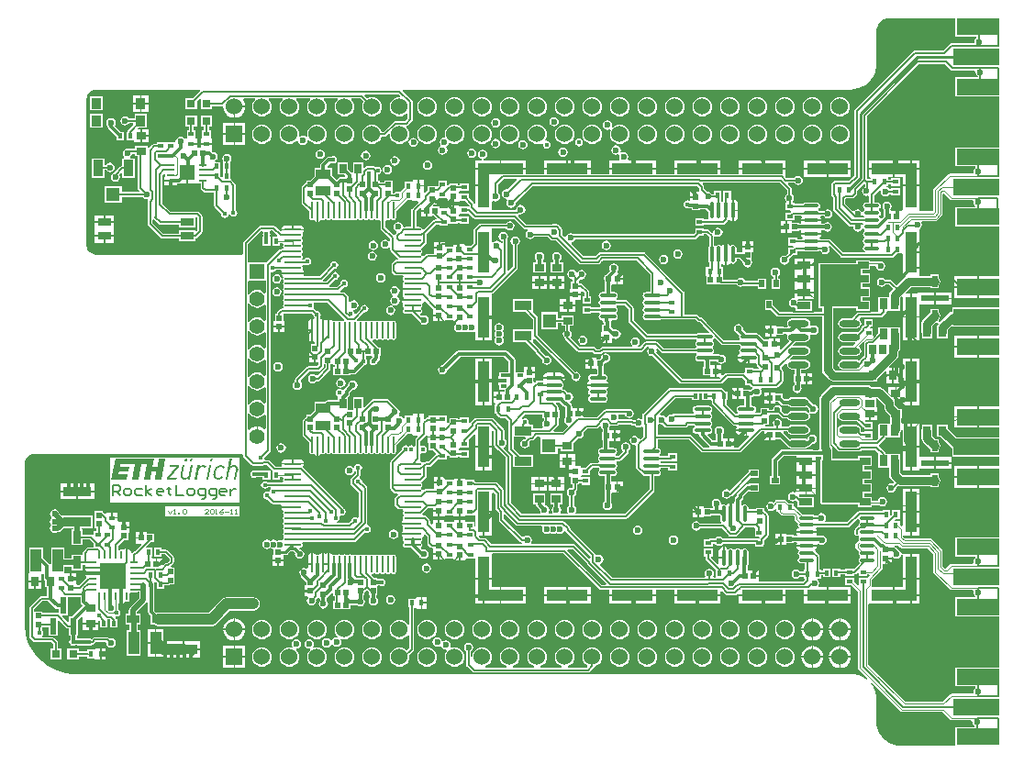
<source format=gbr>
G04 Layer_Physical_Order=1*
G04 Layer_Color=255*
%FSLAX45Y45*%
%MOMM*%
%TF.FileFunction,Copper,L1,Top,Signal*%
%TF.Part,Single*%
G01*
G75*
%TA.AperFunction,SMDPad,CuDef*%
%ADD10C,0.60000*%
%ADD11R,0.45000X0.55000*%
%ADD12R,0.52000X0.52000*%
%ADD13R,0.55000X0.45000*%
%ADD14R,0.90000X0.70000*%
%ADD15R,0.70000X0.90000*%
%ADD16R,0.60000X1.50000*%
%ADD17R,0.52000X0.52000*%
%ADD18R,2.60000X0.60000*%
%ADD19R,0.50000X1.00000*%
%ADD20R,4.25000X1.50000*%
%ADD21R,3.95000X1.50000*%
%ADD22R,0.60000X0.35000*%
%ADD23R,1.60000X0.90000*%
%ADD24R,1.30000X1.30000*%
%ADD25R,1.27000X0.76000*%
%ADD26R,0.90000X0.65000*%
%ADD27R,0.50000X0.65000*%
%ADD28R,0.98000X2.08000*%
%ADD29O,1.50000X0.39999*%
%ADD30O,0.39900X1.50000*%
%ADD31R,0.80000X0.80000*%
%ADD32R,2.45000X2.45000*%
%ADD33O,0.25000X0.80000*%
%ADD34O,0.80000X0.25000*%
%ADD35R,0.75000X0.25000*%
%ADD36R,1.36000X1.46000*%
%ADD37O,1.40000X0.35000*%
%ADD38O,1.50000X0.39900*%
%ADD39R,1.14300X0.76200*%
%ADD40R,0.76200X1.14300*%
%ADD41R,2.60000X0.95000*%
%ADD42R,1.02000X0.66000*%
%ADD43R,1.27000X0.66000*%
%ADD44R,0.76200X1.00000*%
%ADD45O,1.90000X0.60000*%
%ADD46R,0.65000X0.50000*%
%ADD47O,0.25000X1.55000*%
%ADD48O,1.55000X0.25000*%
%ADD49R,0.65000X0.90000*%
%ADD50R,1.35000X0.95000*%
%ADD51R,0.90000X1.00000*%
%ADD52R,0.90000X1.60000*%
%ADD53R,1.30000X1.30000*%
%ADD54R,0.80000X0.80000*%
%ADD55R,1.00000X4.10000*%
%ADD56R,4.10000X1.00000*%
%ADD57R,1.00000X3.80000*%
%ADD58R,3.80000X1.00000*%
%TA.AperFunction,Conductor*%
%ADD59C,0.12500*%
%ADD60C,0.20000*%
%ADD61C,0.75000*%
%ADD62C,0.30000*%
%ADD63C,0.35000*%
%ADD64C,0.50000*%
%ADD65C,0.15000*%
%ADD66C,0.65000*%
%ADD67C,1.00000*%
%ADD68C,0.25400*%
%ADD69C,0.25000*%
%TA.AperFunction,NonConductor*%
%ADD70C,0.12000*%
%ADD71C,0.20000*%
%TA.AperFunction,Conductor*%
%ADD72R,3.81000X3.91000*%
%TA.AperFunction,ComponentPad*%
%ADD73C,1.40000*%
%ADD74R,1.40000X1.40000*%
%ADD75C,1.52400*%
%ADD76R,1.52400X1.52400*%
%TA.AperFunction,ViaPad*%
%ADD77C,0.45000*%
%ADD78C,0.60000*%
G36*
X9727936Y10312394D02*
X9741160Y10295161D01*
X9758394Y10281937D01*
X9778463Y10273624D01*
X9800000Y10270788D01*
X9821537Y10273624D01*
X9841606Y10281937D01*
X9858840Y10295161D01*
X9864359Y10302354D01*
X9877059Y10298043D01*
Y10155958D01*
X9864359Y10151646D01*
X9858840Y10158840D01*
X9841606Y10172064D01*
X9821537Y10180377D01*
X9800000Y10183212D01*
X9778463Y10180377D01*
X9758394Y10172064D01*
X9741160Y10158840D01*
X9727936Y10141606D01*
X9727639Y10140889D01*
X9714939Y10143416D01*
Y10310585D01*
X9727639Y10313111D01*
X9727936Y10312394D01*
D02*
G37*
G36*
X16196278Y13231279D02*
X16203722Y13226306D01*
X16212500Y13224559D01*
X16419554D01*
X16427611Y13214742D01*
X16426666Y13210001D01*
X16429967Y13193417D01*
X16439359Y13179359D01*
X16447060Y13174214D01*
Y13160500D01*
X16242500D01*
Y12985500D01*
X16649413D01*
Y12514500D01*
X16242500D01*
Y12339500D01*
X16427058D01*
Y12325786D01*
X16419359Y12320641D01*
X16409966Y12306583D01*
X16406667Y12290000D01*
X16407797Y12284318D01*
X16397375Y12271617D01*
X16187144D01*
X16179829Y12270162D01*
X16173627Y12266018D01*
X16041483Y12133873D01*
X16037338Y12127671D01*
X16035883Y12120355D01*
Y11928274D01*
X16031726Y11924118D01*
X15910754D01*
X15905400Y11934600D01*
X15905400Y11936818D01*
Y12157500D01*
X15830000D01*
X15754601D01*
Y11942774D01*
X15752103Y11933897D01*
X15743227Y11931400D01*
X15707500D01*
Y11880001D01*
X15692500D01*
Y11931400D01*
X15649849D01*
X15641975Y11941356D01*
X15650034Y11953417D01*
X15653333Y11970000D01*
X15650034Y11986583D01*
X15640640Y12000641D01*
X15626582Y12010034D01*
X15610001Y12013333D01*
X15593417Y12010034D01*
X15579359Y12000641D01*
X15569966Y11986583D01*
X15566667Y11970000D01*
X15569966Y11953417D01*
X15579359Y11939359D01*
X15579411Y11939324D01*
Y11885001D01*
X15579411Y11885000D01*
X15581458Y11874716D01*
X15562843Y11856100D01*
X15548647Y11859866D01*
X15544128Y11866629D01*
X15538419Y11870444D01*
X15538222Y11870974D01*
Y11884026D01*
X15538419Y11884556D01*
X15544128Y11888371D01*
X15550758Y11898295D01*
X15553088Y11910000D01*
X15550758Y11921705D01*
X15544128Y11931629D01*
X15538419Y11935444D01*
X15538222Y11935974D01*
Y11949026D01*
X15538419Y11949556D01*
X15544128Y11953371D01*
X15550758Y11963295D01*
X15553088Y11975000D01*
X15550758Y11986705D01*
X15544128Y11996629D01*
X15534206Y12003259D01*
X15522501Y12005588D01*
X15492941D01*
Y12070498D01*
X15541518Y12119075D01*
X15553223Y12112819D01*
X15551668Y12105000D01*
X15554967Y12088418D01*
X15564360Y12074359D01*
X15578418Y12064966D01*
X15595000Y12061668D01*
X15611583Y12064966D01*
X15625641Y12074359D01*
X15630786Y12082059D01*
X15650000D01*
Y12070000D01*
X15730000D01*
Y12140000D01*
X15650000D01*
Y12127941D01*
X15630786D01*
X15625641Y12135641D01*
X15611583Y12145034D01*
X15600192Y12147300D01*
X15601443Y12160000D01*
X15620000D01*
Y12172059D01*
X15650000D01*
Y12160000D01*
X15730000D01*
Y12230000D01*
X15650000D01*
Y12217941D01*
X15628979D01*
X15620000Y12226921D01*
X15620000Y12240000D01*
X15630794Y12244600D01*
X15667500D01*
Y12312500D01*
X15444600D01*
Y12244600D01*
X15449205D01*
X15454500Y12242343D01*
X15456381Y12228302D01*
X15451019Y12222941D01*
X15425122D01*
X15423141Y12224922D01*
Y12800919D01*
X15904393Y13282169D01*
X16145387D01*
X16196278Y13231279D01*
D02*
G37*
G36*
X15735458Y8821482D02*
X15741660Y8817338D01*
X15748976Y8815883D01*
X15981726D01*
X16035883Y8761726D01*
Y8595000D01*
X16037338Y8587684D01*
X16041483Y8581482D01*
X16188982Y8433982D01*
X16195184Y8429838D01*
X16202499Y8428383D01*
X16397375D01*
X16407797Y8415682D01*
X16406667Y8410000D01*
X16409966Y8393417D01*
X16419359Y8379359D01*
X16427058Y8374214D01*
Y8360500D01*
X16242500D01*
Y8185500D01*
X16649413D01*
Y7714500D01*
X16242500D01*
Y7539500D01*
X16427058D01*
Y7525786D01*
X16419359Y7520641D01*
X16409966Y7506583D01*
X16406667Y7490000D01*
X16407797Y7484318D01*
X16397375Y7471617D01*
X16202499D01*
X16195184Y7470162D01*
X16188982Y7466018D01*
X16120831Y7397868D01*
X15779826D01*
X15437868Y7739827D01*
Y8294689D01*
X15444600Y8304600D01*
X15667500D01*
Y8380000D01*
Y8455400D01*
X15478069D01*
X15475955Y8456880D01*
X15468739Y8468100D01*
X15469118Y8470000D01*
Y8527082D01*
X15562292Y8620257D01*
X15566437Y8626459D01*
X15567892Y8633775D01*
Y8668600D01*
X15592500D01*
Y8720000D01*
X15600002D01*
Y8727499D01*
X15651401D01*
Y8733377D01*
X15664101Y8737230D01*
X15669359Y8729359D01*
X15683417Y8719966D01*
X15700000Y8716667D01*
X15716582Y8719966D01*
X15730641Y8729359D01*
X15740034Y8743417D01*
X15741901Y8752799D01*
X15754601Y8751548D01*
Y8542500D01*
X15822501D01*
Y8765400D01*
X15754601D01*
Y8765400D01*
X15742142Y8765984D01*
X15740034Y8776583D01*
X15730641Y8790641D01*
X15716582Y8800034D01*
X15712389Y8800868D01*
X15691629Y8821629D01*
X15681705Y8828259D01*
X15683340Y8840883D01*
X15716057D01*
X15735458Y8821482D01*
D02*
G37*
G36*
X9727936Y10566394D02*
X9741160Y10549161D01*
X9758394Y10535937D01*
X9778463Y10527624D01*
X9800000Y10524788D01*
X9821537Y10527624D01*
X9841606Y10535937D01*
X9858840Y10549161D01*
X9864359Y10556354D01*
X9877059Y10552043D01*
Y10409958D01*
X9864359Y10405646D01*
X9858840Y10412840D01*
X9841606Y10426064D01*
X9821537Y10434377D01*
X9800000Y10437212D01*
X9778463Y10434377D01*
X9758394Y10426064D01*
X9741160Y10412840D01*
X9727936Y10395606D01*
X9727639Y10394889D01*
X9714939Y10397416D01*
Y10564585D01*
X9727639Y10567111D01*
X9727936Y10566394D01*
D02*
G37*
G36*
X9985823Y11701734D02*
X9980962Y11690001D01*
X9940000D01*
Y11610001D01*
X10010000D01*
Y11630884D01*
X10035118D01*
X10041241Y11618184D01*
X10038950Y11614756D01*
X10037010Y11605001D01*
X10038950Y11595247D01*
X10042027Y11590642D01*
X10037275Y11578920D01*
X10036402Y11577942D01*
X10021361D01*
X10012582Y11576196D01*
X10005140Y11571223D01*
X9892533Y11458615D01*
X9882500Y11452501D01*
Y11452500D01*
X9882499Y11452500D01*
X9717500D01*
X9714939Y11464140D01*
Y11622497D01*
X9837463Y11745020D01*
X9849019Y11743913D01*
X9854702Y11732654D01*
X9852031Y11728657D01*
X9849314Y11715000D01*
X9851761Y11702701D01*
X9850000Y11690001D01*
X9850000D01*
Y11610001D01*
X9920000D01*
Y11690001D01*
X9920000Y11690001D01*
X9918239Y11702701D01*
X9920686Y11715000D01*
X9917969Y11728657D01*
X9914159Y11734359D01*
X9920947Y11747059D01*
X9940498D01*
X9985823Y11701734D01*
D02*
G37*
G36*
X9727936Y10058394D02*
X9741160Y10041161D01*
X9758394Y10027937D01*
X9778463Y10019624D01*
X9800000Y10016788D01*
X9821537Y10019624D01*
X9841606Y10027937D01*
X9858840Y10041161D01*
X9864359Y10048354D01*
X9877059Y10044043D01*
Y9921885D01*
X9864359Y9916865D01*
X9848112Y9929332D01*
X9824904Y9938945D01*
X9807500Y9941236D01*
Y9846000D01*
X9792500D01*
Y9941236D01*
X9775096Y9938945D01*
X9751888Y9929332D01*
X9731960Y9914040D01*
X9727639Y9908409D01*
X9714939Y9912721D01*
Y10056585D01*
X9727639Y10059111D01*
X9727936Y10058394D01*
D02*
G37*
G36*
Y11074394D02*
X9741160Y11057161D01*
X9758394Y11043937D01*
X9778463Y11035624D01*
X9800000Y11032788D01*
X9821537Y11035624D01*
X9841606Y11043937D01*
X9858840Y11057161D01*
X9864359Y11064354D01*
X9877059Y11060043D01*
Y10917958D01*
X9864359Y10913646D01*
X9858840Y10920840D01*
X9841606Y10934064D01*
X9821537Y10942377D01*
X9800000Y10945212D01*
X9778463Y10942377D01*
X9758394Y10934064D01*
X9741160Y10920840D01*
X9727936Y10903606D01*
X9727639Y10902889D01*
X9714939Y10905416D01*
Y11072585D01*
X9727639Y11075111D01*
X9727936Y11074394D01*
D02*
G37*
G36*
Y10820394D02*
X9741160Y10803161D01*
X9758394Y10789937D01*
X9778463Y10781624D01*
X9800000Y10778788D01*
X9821537Y10781624D01*
X9841606Y10789937D01*
X9858840Y10803161D01*
X9864359Y10810354D01*
X9877059Y10806043D01*
Y10663958D01*
X9864359Y10659646D01*
X9858840Y10666840D01*
X9841606Y10680064D01*
X9821537Y10688377D01*
X9800000Y10691212D01*
X9778463Y10688377D01*
X9758394Y10680064D01*
X9741160Y10666840D01*
X9727936Y10649606D01*
X9727639Y10648889D01*
X9714939Y10651416D01*
Y10818585D01*
X9727639Y10821111D01*
X9727936Y10820394D01*
D02*
G37*
G36*
X15734573Y7307732D02*
X15740775Y7303588D01*
X15748091Y7302132D01*
X16120831D01*
X16188982Y7233982D01*
X16195184Y7229838D01*
X16202499Y7228383D01*
X16387375D01*
X16397798Y7215683D01*
X16396667Y7210000D01*
X16399966Y7193417D01*
X16409360Y7179359D01*
X16417059Y7174214D01*
Y7160500D01*
X16242500D01*
Y6990586D01*
X15739999Y6990587D01*
X15717403Y6990586D01*
X15673080Y6999403D01*
X15631331Y7016696D01*
X15593756Y7041803D01*
X15561803Y7073757D01*
X15536696Y7111331D01*
X15519402Y7153082D01*
X15510587Y7197403D01*
X15510587Y7219999D01*
X15510587Y7419999D01*
X15510439Y7420747D01*
X15510550Y7421503D01*
X15509586Y7441104D01*
X15509035Y7443303D01*
Y7445569D01*
X15501385Y7484022D01*
X15500233Y7486805D01*
X15499646Y7489760D01*
X15484642Y7525983D01*
X15482970Y7528488D01*
X15481816Y7531271D01*
X15460034Y7563870D01*
X15460194Y7564150D01*
X15476060Y7566245D01*
X15734573Y7307732D01*
D02*
G37*
G36*
X9877059Y11171958D02*
X9864359Y11167646D01*
X9858840Y11174840D01*
X9841606Y11188064D01*
X9821537Y11196377D01*
X9800000Y11199212D01*
X9778463Y11196377D01*
X9758394Y11188064D01*
X9741160Y11174840D01*
X9727936Y11157606D01*
X9727639Y11156889D01*
X9714939Y11159416D01*
Y11275861D01*
X9717500Y11287500D01*
X9877059D01*
Y11171958D01*
D02*
G37*
G36*
X15407059Y12171875D02*
Y12150759D01*
X15403416Y12150034D01*
X15389359Y12140641D01*
X15379967Y12126583D01*
X15376666Y12110000D01*
X15379967Y12093417D01*
X15389359Y12079359D01*
X15403416Y12069966D01*
X15420000Y12066667D01*
X15434360Y12069523D01*
X15447060Y12062854D01*
Y12005588D01*
X15417500D01*
X15405794Y12003259D01*
X15395871Y11996629D01*
X15389240Y11986705D01*
X15386913Y11975000D01*
X15389240Y11963295D01*
X15395871Y11953371D01*
X15401581Y11949556D01*
X15401779Y11949026D01*
Y11935974D01*
X15401581Y11935444D01*
X15395871Y11931629D01*
X15390562Y11923685D01*
X15381909Y11921915D01*
X15376366Y11922074D01*
X15370641Y11930641D01*
X15356583Y11940034D01*
X15339999Y11943333D01*
X15323418Y11940034D01*
X15309360Y11930641D01*
X15307159Y11927348D01*
X15294521Y11926103D01*
X15225441Y11995182D01*
Y12035498D01*
X15234502Y12044559D01*
X15295000D01*
X15303780Y12046306D01*
X15311221Y12051279D01*
X15328722Y12068778D01*
X15333694Y12076221D01*
X15335442Y12085000D01*
Y12118217D01*
X15394359Y12177136D01*
X15407059Y12171875D01*
D02*
G37*
G36*
X16242500Y13539499D02*
X16437059D01*
Y13525786D01*
X16429359Y13520641D01*
X16419966Y13506583D01*
X16416667Y13489999D01*
X16417612Y13485258D01*
X16409554Y13475441D01*
X16202499D01*
X16193721Y13473694D01*
X16186278Y13468723D01*
X16125697Y13408141D01*
X15863980D01*
X15855202Y13406393D01*
X15847758Y13401421D01*
X15313577Y12867239D01*
X15308604Y12859798D01*
X15306859Y12851019D01*
Y12254082D01*
X15258218Y12205441D01*
X15130000D01*
X15121220Y12203694D01*
X15113779Y12198721D01*
X15101279Y12186221D01*
X15096306Y12178779D01*
X15094559Y12170000D01*
Y12077500D01*
X15096306Y12068721D01*
X15101279Y12061278D01*
X15114558Y12047997D01*
Y11941538D01*
X15116306Y11932759D01*
X15121278Y11925317D01*
X15255318Y11791278D01*
X15262759Y11786306D01*
X15271538Y11784559D01*
X15292924D01*
X15296667Y11780000D01*
X15299966Y11763417D01*
X15309360Y11749359D01*
X15323418Y11739966D01*
X15339999Y11736667D01*
X15356583Y11739966D01*
X15370641Y11749359D01*
X15378658Y11761356D01*
X15387506Y11763093D01*
X15392873Y11762859D01*
X15395871Y11758371D01*
X15401581Y11754556D01*
X15401779Y11754026D01*
Y11740974D01*
X15401581Y11740444D01*
X15395871Y11736629D01*
X15389240Y11726705D01*
X15386913Y11715000D01*
X15389240Y11703295D01*
X15395871Y11693371D01*
X15401581Y11689556D01*
X15401779Y11689026D01*
Y11675974D01*
X15401581Y11675444D01*
X15395871Y11671629D01*
X15389240Y11661705D01*
X15386913Y11650000D01*
X15389240Y11638295D01*
X15395871Y11628371D01*
X15401581Y11624556D01*
X15401779Y11624026D01*
Y11610974D01*
X15401581Y11610444D01*
X15395871Y11606629D01*
X15389240Y11596705D01*
X15386913Y11585000D01*
X15389240Y11573295D01*
X15395871Y11563371D01*
X15405794Y11556741D01*
X15411324Y11555641D01*
X15410072Y11542941D01*
X15209502D01*
X15091222Y11661222D01*
X15083778Y11666195D01*
X15075000Y11667941D01*
X14992148D01*
X14988297Y11680641D01*
X14993430Y11684071D01*
X15002911Y11698261D01*
X15004749Y11707501D01*
X14910001D01*
X14815251D01*
X14817088Y11698261D01*
X14826572Y11684071D01*
X14831705Y11680641D01*
X14827850Y11667941D01*
X14780000D01*
Y11680000D01*
X14700000D01*
Y11610000D01*
X14743883D01*
X14748059Y11597929D01*
X14741203Y11590000D01*
X14700000D01*
Y11542443D01*
X14674083Y11516526D01*
X14664999Y11518333D01*
X14648418Y11515034D01*
X14634360Y11505641D01*
X14624966Y11491583D01*
X14621667Y11475000D01*
X14624966Y11458417D01*
X14634360Y11444359D01*
X14648418Y11434966D01*
X14664999Y11431667D01*
X14681583Y11434966D01*
X14695641Y11444359D01*
X14705034Y11458417D01*
X14708333Y11475000D01*
X14706526Y11484083D01*
X14742442Y11520000D01*
X14780000D01*
Y11557059D01*
X14845319D01*
X14845795Y11556741D01*
X14857500Y11554412D01*
X14962500D01*
X14974205Y11556741D01*
X14982166Y11562059D01*
X14998247D01*
X14999966Y11553417D01*
X15009360Y11539359D01*
X15023418Y11529966D01*
X15039999Y11526667D01*
X15056583Y11529966D01*
X15070641Y11539359D01*
X15080034Y11553417D01*
X15083333Y11570000D01*
X15080034Y11586583D01*
X15074033Y11595563D01*
X15083897Y11603659D01*
X15183778Y11503779D01*
X15191222Y11498806D01*
X15200000Y11497059D01*
X15655000D01*
X15663779Y11498806D01*
X15671220Y11503779D01*
X15702443Y11535000D01*
X15745000D01*
X15754601Y11527517D01*
Y11334600D01*
X15778857D01*
X15782709Y11321900D01*
X15773952Y11316048D01*
X15700172Y11242270D01*
X15656223Y11286222D01*
X15648779Y11291195D01*
X15639999Y11292941D01*
X15595786D01*
X15590640Y11300641D01*
X15576582Y11310034D01*
X15560001Y11313333D01*
X15543417Y11310034D01*
X15529359Y11300641D01*
X15519966Y11286583D01*
X15516667Y11270000D01*
X15519966Y11253417D01*
X15529359Y11239359D01*
X15543417Y11229966D01*
X15560001Y11226667D01*
X15576582Y11229966D01*
X15590640Y11239359D01*
X15595786Y11247059D01*
X15630498D01*
X15667731Y11209827D01*
X15644760Y11186856D01*
X15633710Y11170318D01*
X15629828Y11150808D01*
Y11144100D01*
X15629808Y11131409D01*
X15617128Y11131408D01*
X15528609D01*
Y11006408D01*
X15529323D01*
X15536111Y10993708D01*
X15535599Y10992941D01*
X15352658D01*
X15343880Y10991194D01*
X15336436Y10986222D01*
X15284048Y10933833D01*
X15200000D01*
X15183417Y10930534D01*
X15169359Y10921141D01*
X15159966Y10907083D01*
X15156667Y10890500D01*
X15159966Y10873917D01*
X15169359Y10859859D01*
X15183417Y10850466D01*
X15200000Y10847167D01*
X15330000D01*
X15346582Y10850466D01*
X15360641Y10859859D01*
X15370033Y10873917D01*
X15373332Y10890500D01*
X15370033Y10907083D01*
X15360641Y10921141D01*
X15356783Y10923719D01*
X15355460Y10937134D01*
X15364740Y10947059D01*
X15557762D01*
X15566541Y10948805D01*
X15573982Y10953778D01*
X15596385Y10976180D01*
X15601358Y10983623D01*
X15603104Y10992402D01*
Y10997428D01*
X15612085Y11006408D01*
X15630208Y11006408D01*
X15642508Y11006408D01*
X15731409D01*
Y11066999D01*
X15731789Y11068908D01*
Y11129692D01*
X15742867Y11140771D01*
X15754601Y11135910D01*
Y10957500D01*
X15822501D01*
Y11165400D01*
X15784090D01*
X15779230Y11177133D01*
X15831117Y11229020D01*
X16012500D01*
Y11217500D01*
X16087500D01*
Y11246125D01*
X16097099Y11260491D01*
X16100980Y11280000D01*
X16097099Y11299510D01*
X16087500Y11313876D01*
Y11342500D01*
X16012500D01*
Y11330980D01*
X15916602D01*
X15905400Y11334600D01*
X15905400Y11343680D01*
Y11542500D01*
X15830000D01*
Y11557500D01*
X15905400D01*
Y11759731D01*
X15906583Y11759966D01*
X15920641Y11769359D01*
X15930034Y11783417D01*
X15933333Y11800000D01*
X15930034Y11816583D01*
X15925624Y11823183D01*
X15932413Y11835883D01*
X16060355D01*
X16067671Y11837338D01*
X16073872Y11841482D01*
X16118518Y11886127D01*
X16122662Y11892329D01*
X16124118Y11899645D01*
Y12080886D01*
X16136818Y12086147D01*
X16188982Y12033982D01*
X16195184Y12029838D01*
X16202499Y12028383D01*
X16397375D01*
X16407797Y12015682D01*
X16406667Y12010000D01*
X16409966Y11993417D01*
X16419359Y11979359D01*
X16429559Y11972544D01*
Y11960500D01*
X16242500D01*
Y11785500D01*
X16649413D01*
Y11327400D01*
X16460001D01*
Y11227000D01*
Y11126600D01*
X16649413D01*
Y11037500D01*
X16212500D01*
Y10999488D01*
X16200491Y10997099D01*
X16183952Y10986048D01*
X16100200Y10902296D01*
X16087500Y10907557D01*
Y10926125D01*
X16097099Y10940491D01*
X16100980Y10960000D01*
X16097099Y10979509D01*
X16087500Y10993875D01*
Y11022500D01*
X16012500D01*
Y10994597D01*
X15943951Y10926049D01*
X15932901Y10909510D01*
X15929021Y10890000D01*
Y10810000D01*
X15932500Y10792506D01*
Y10752500D01*
X16027499D01*
Y10792506D01*
X16030980Y10810000D01*
Y10868884D01*
X16059596Y10897500D01*
X16077443D01*
X16081924Y10889614D01*
X16083118Y10884800D01*
X16072900Y10869509D01*
X16072501Y10867500D01*
X16072501D01*
Y10867494D01*
X16069020Y10850000D01*
Y10810000D01*
X16072501Y10792506D01*
Y10752500D01*
X16167500D01*
Y10792506D01*
X16170979Y10810000D01*
Y10828884D01*
X16200848Y10858751D01*
X16212500Y10862499D01*
Y10862500D01*
X16212502Y10862500D01*
X16649413D01*
Y10773400D01*
X16460001D01*
Y10673000D01*
Y10572600D01*
X16649413D01*
Y10127400D01*
X16460001D01*
Y10027000D01*
Y9926600D01*
X16649413D01*
Y9837500D01*
X16254596D01*
X16167500Y9924596D01*
Y9957500D01*
X16072501D01*
Y9917494D01*
X16069020Y9900000D01*
X16072501Y9882506D01*
Y9842500D01*
X16105403D01*
X16212500Y9735403D01*
Y9665159D01*
X16208389Y9659510D01*
X16202740Y9655400D01*
X16057500D01*
Y9607500D01*
X16205400D01*
Y9652741D01*
X16209509Y9658390D01*
X16215160Y9662500D01*
X16649413D01*
Y9573400D01*
X16460001D01*
Y9473000D01*
Y9372600D01*
X16649413D01*
Y8914500D01*
X16242500D01*
Y8739500D01*
X16427058D01*
Y8725786D01*
X16419359Y8720641D01*
X16409966Y8706583D01*
X16406667Y8690000D01*
X16407797Y8684318D01*
X16397375Y8671617D01*
X16202499D01*
X16195184Y8670162D01*
X16188982Y8666018D01*
X16152081Y8629117D01*
X16143274D01*
X16124118Y8648274D01*
Y8790355D01*
X16122662Y8797671D01*
X16118518Y8803873D01*
X16023872Y8898518D01*
X16017671Y8902662D01*
X16010355Y8904118D01*
X15777605D01*
X15759824Y8921900D01*
X15760820Y8934600D01*
X15822501D01*
Y9142501D01*
X15754601D01*
Y9020396D01*
X15741901Y9015136D01*
X15727525Y9029511D01*
Y9066806D01*
X15682422D01*
X15677682Y9077900D01*
X15685028Y9086807D01*
X15727525D01*
Y9166806D01*
X15657526D01*
Y9124309D01*
X15648618Y9116964D01*
X15637524Y9121703D01*
Y9166806D01*
X15567525D01*
Y9159747D01*
X15357526D01*
X15348746Y9158001D01*
X15341302Y9153028D01*
X15243024Y9054747D01*
X15043330D01*
X15041562Y9056957D01*
X15037704Y9067447D01*
X15045033Y9078417D01*
X15048332Y9095000D01*
X15045033Y9111582D01*
X15035640Y9125641D01*
X15021582Y9135034D01*
X15005000Y9138332D01*
X14988417Y9135034D01*
X14974359Y9125641D01*
X14969214Y9117941D01*
X14942165D01*
X14934206Y9123259D01*
X14922501Y9125588D01*
X14831448D01*
X14763518Y9193518D01*
X14757317Y9197662D01*
X14750000Y9199117D01*
Y9230000D01*
X14702036D01*
X14678519Y9253518D01*
X14672316Y9257662D01*
X14664999Y9259117D01*
X14589999D01*
X14582684Y9257662D01*
X14576482Y9253518D01*
X14560428Y9237464D01*
X14556583Y9240034D01*
X14539999Y9243333D01*
X14523418Y9240034D01*
X14509360Y9230641D01*
X14499966Y9216583D01*
X14496667Y9200000D01*
X14499966Y9183417D01*
X14509360Y9169359D01*
X14523418Y9159966D01*
X14539999Y9156667D01*
X14556583Y9159966D01*
X14570641Y9169359D01*
X14577299Y9179325D01*
X14589999Y9175473D01*
Y9150000D01*
X14606877D01*
X14607338Y9147684D01*
X14611482Y9141482D01*
X14630232Y9122733D01*
X14636433Y9118588D01*
X14643748Y9117133D01*
X14745831D01*
X14759657Y9103307D01*
Y9081791D01*
X14761111Y9074475D01*
X14765257Y9068273D01*
X14790276Y9043254D01*
X14789241Y9041705D01*
X14786913Y9030000D01*
X14789241Y9018295D01*
X14795871Y9008371D01*
Y9002143D01*
X14786571Y8995929D01*
X14777089Y8981738D01*
X14775252Y8972500D01*
X14870000D01*
X14964748D01*
X14962910Y8981738D01*
X14953429Y8995929D01*
X14953075Y8996166D01*
X14956927Y9008866D01*
X15252525D01*
X15261304Y9010612D01*
X15268745Y9015585D01*
X15337141Y9083980D01*
X15351314Y9080192D01*
X15355872Y9073371D01*
X15361581Y9069556D01*
X15361778Y9069026D01*
Y9055974D01*
X15361581Y9055444D01*
X15355872Y9051629D01*
X15349242Y9041705D01*
X15346912Y9030000D01*
X15347588Y9026605D01*
X15342233Y9023028D01*
X15318803Y8999596D01*
X15313831Y8992154D01*
X15312083Y8983375D01*
Y8950238D01*
X15313831Y8941459D01*
X15318803Y8934017D01*
X15326247Y8929044D01*
X15335025Y8927297D01*
X15343803Y8929044D01*
X15349078Y8932568D01*
X15349287Y8932504D01*
X15350990Y8929692D01*
X15353436Y8917985D01*
X15349242Y8911705D01*
X15346912Y8900000D01*
X15347041Y8899351D01*
X15348708Y8886734D01*
X15342506Y8882590D01*
X15325256Y8865340D01*
X15321112Y8859138D01*
X15319656Y8851822D01*
Y8821791D01*
X15321112Y8814475D01*
X15325256Y8808273D01*
X15350276Y8783254D01*
X15349242Y8781705D01*
X15346912Y8770000D01*
X15349242Y8758295D01*
X15355872Y8748371D01*
X15361581Y8744556D01*
X15361778Y8744026D01*
Y8730974D01*
X15361581Y8730444D01*
X15355872Y8726629D01*
X15349242Y8716705D01*
X15346912Y8705000D01*
X15349242Y8693295D01*
X15355872Y8683371D01*
X15356610Y8675872D01*
X15315771Y8635035D01*
X15305000Y8630000D01*
Y8630000D01*
X15304999Y8630000D01*
X15225000D01*
Y8617941D01*
X15177525D01*
Y8626806D01*
X15107526D01*
Y8546806D01*
X15177525D01*
Y8572059D01*
X15225000D01*
Y8560000D01*
X15305000D01*
Y8572059D01*
X15308180D01*
X15316959Y8573805D01*
X15324400Y8578778D01*
X15338268Y8592643D01*
X15350000Y8587783D01*
Y8560000D01*
X15430000D01*
Y8575883D01*
X15447253D01*
X15452113Y8564149D01*
X15436482Y8548518D01*
X15430000Y8540000D01*
X15350000D01*
Y8476246D01*
X15337300Y8470986D01*
X15305000Y8503286D01*
Y8540000D01*
X15225000D01*
Y8470000D01*
X15284213D01*
X15342133Y8412081D01*
Y7708092D01*
X15343588Y7700776D01*
X15347733Y7694574D01*
X15426245Y7616060D01*
X15424152Y7600194D01*
X15423871Y7600033D01*
X15391272Y7621815D01*
X15388489Y7622968D01*
X15385983Y7624642D01*
X15349762Y7639646D01*
X15346808Y7640233D01*
X15344025Y7641386D01*
X15305571Y7649036D01*
X15303304D01*
X15301105Y7649586D01*
X15281500Y7650549D01*
X15280746Y7650438D01*
X15280000Y7650586D01*
X8127943Y7650587D01*
X8096653Y7650586D01*
X8034607Y7658755D01*
X7974162Y7674952D01*
X7916345Y7698903D01*
X7862152Y7730194D01*
X7812505Y7768292D01*
X7768258Y7812545D01*
X7730164Y7862196D01*
X7698878Y7916394D01*
X7674936Y7974211D01*
X7658744Y8034662D01*
X7650583Y8096705D01*
X7650586Y8127996D01*
X7650586Y8127998D01*
X7650586Y8128000D01*
X7650587Y9588500D01*
X7650584Y9588512D01*
X7650587Y9588524D01*
X7650579Y9598019D01*
X7654273Y9616648D01*
X7661534Y9634197D01*
X7672081Y9649989D01*
X7685511Y9663419D01*
X7701303Y9673966D01*
X7718851Y9681227D01*
X7737480Y9684921D01*
X7746976Y9684913D01*
X7746988Y9684915D01*
X7747000Y9684913D01*
X9651999Y9684914D01*
X9656358Y9685781D01*
X9669058Y9676708D01*
Y9668001D01*
X9670804Y9659222D01*
X9675777Y9651780D01*
X9743779Y9583778D01*
X9751221Y9578805D01*
X9760000Y9577059D01*
X9846360D01*
X9855139Y9578805D01*
X9859980Y9582040D01*
X9889156D01*
X9932268Y9538928D01*
X9939999Y9530001D01*
X9940000D01*
X9940000Y9530000D01*
Y9450001D01*
X10010000D01*
Y9470884D01*
X10035118D01*
X10041241Y9458184D01*
X10038950Y9454756D01*
X10037010Y9445001D01*
X10038876Y9435622D01*
X10038935Y9435221D01*
X10031911Y9422922D01*
X9896746D01*
X9895214Y9425215D01*
X9883637Y9432950D01*
X9869980Y9435667D01*
X9856324Y9432950D01*
X9844747Y9425215D01*
X9837011Y9413638D01*
X9834295Y9399981D01*
X9837011Y9386325D01*
X9844747Y9374748D01*
X9856324Y9367012D01*
X9869980Y9364295D01*
X9883637Y9367012D01*
X9895214Y9374748D01*
X9896746Y9377040D01*
X9919577D01*
X9923135Y9368944D01*
X9924169Y9364340D01*
X9917031Y9353656D01*
X9914314Y9340000D01*
X9903656Y9332969D01*
X9890000Y9335686D01*
X9876344Y9332969D01*
X9864766Y9325234D01*
X9857031Y9313656D01*
X9854314Y9300000D01*
X9857031Y9286344D01*
X9864766Y9274766D01*
X9876344Y9267031D01*
X9890000Y9264314D01*
X9892705Y9264852D01*
X9928777Y9228780D01*
X9936220Y9223807D01*
X9944999Y9222060D01*
X10020116D01*
X10027006Y9211629D01*
X10026713Y9209360D01*
X10025349Y9202502D01*
X10127500D01*
Y9187502D01*
X10025349D01*
X10026799Y9180213D01*
X10035175Y9167677D01*
X10036564Y9166749D01*
X10038950Y9154755D01*
X10037010Y9145001D01*
X10038950Y9135247D01*
X10044476Y9126977D01*
Y9113025D01*
X10038950Y9104755D01*
X10037010Y9095001D01*
X10038950Y9085247D01*
X10044476Y9076977D01*
Y9063025D01*
X10038950Y9054755D01*
X10037010Y9045001D01*
X10038950Y9035247D01*
X10044476Y9026977D01*
Y9013025D01*
X10038950Y9004755D01*
X10037010Y8995001D01*
X10038950Y8985247D01*
X10044476Y8976977D01*
Y8963025D01*
X10038950Y8954756D01*
X10037010Y8945001D01*
X10038950Y8935247D01*
X10044476Y8926977D01*
Y8913025D01*
X10038950Y8904755D01*
X10037010Y8895001D01*
X10025541Y8887560D01*
X10024083Y8888534D01*
X10007500Y8891833D01*
X9990918Y8888534D01*
X9979873Y8881154D01*
X9966583Y8890034D01*
X9950000Y8893333D01*
X9933417Y8890034D01*
X9920000Y8881069D01*
X9906583Y8890034D01*
X9890000Y8893333D01*
X9873417Y8890034D01*
X9859359Y8880641D01*
X9849966Y8866583D01*
X9846667Y8850000D01*
X9849966Y8833417D01*
X9859359Y8819359D01*
X9873417Y8809966D01*
X9890000Y8806667D01*
X9906583Y8809966D01*
X9920000Y8818931D01*
X9933417Y8809966D01*
X9950000Y8806667D01*
X9951500Y8805436D01*
Y8751400D01*
X9938600D01*
Y8707499D01*
X9990000D01*
X10041400D01*
Y8751400D01*
X10052812Y8754511D01*
X10062499D01*
X10072253Y8756451D01*
X10080523Y8761976D01*
X10103057Y8784510D01*
X10129442D01*
X10147876Y8766076D01*
X10146667Y8760000D01*
X10149966Y8743417D01*
X10159359Y8729359D01*
X10173417Y8719966D01*
X10190000Y8716667D01*
X10206583Y8719966D01*
X10220641Y8729359D01*
X10230034Y8743417D01*
X10233333Y8760000D01*
X10230034Y8776583D01*
X10220641Y8790641D01*
X10206583Y8800034D01*
X10190000Y8803333D01*
X10187116Y8806811D01*
X10192500Y8819511D01*
X10202254Y8821452D01*
X10210524Y8826977D01*
X10216049Y8835247D01*
X10217989Y8845001D01*
X10216049Y8854755D01*
X10212972Y8859360D01*
X10217725Y8871083D01*
X10218598Y8872060D01*
X10695001D01*
X10703780Y8873806D01*
X10711222Y8878780D01*
X10792206Y8959763D01*
X10796322Y8957013D01*
X10809978Y8954296D01*
X10823635Y8957013D01*
X10835212Y8964748D01*
X10842948Y8976326D01*
X10845664Y8989982D01*
X10842948Y9003638D01*
X10835212Y9015216D01*
X10823635Y9022951D01*
X10819610Y9023752D01*
X10813695Y9037759D01*
X10815441Y9046538D01*
Y9367500D01*
X10813695Y9376279D01*
X10808722Y9383721D01*
X10765147Y9427296D01*
X10765685Y9430000D01*
X10762969Y9443657D01*
X10755233Y9455234D01*
X10747299Y9460535D01*
X10743722Y9474920D01*
X10746221Y9477419D01*
X10751194Y9484861D01*
X10752941Y9493640D01*
Y9533234D01*
X10755234Y9534766D01*
X10762969Y9546344D01*
X10765686Y9560000D01*
X10762969Y9573656D01*
X10755234Y9585234D01*
X10743656Y9592969D01*
X10730000Y9595686D01*
X10716344Y9592969D01*
X10704766Y9585234D01*
X10697031Y9573656D01*
X10694772Y9562301D01*
X10687452Y9559151D01*
X10682049Y9558482D01*
X10680619Y9560622D01*
X10666561Y9570015D01*
X10649979Y9573314D01*
X10633396Y9570015D01*
X10619338Y9560622D01*
X10609944Y9546564D01*
X10606646Y9529981D01*
X10609944Y9513398D01*
X10619338Y9499340D01*
X10633396Y9489947D01*
X10649979Y9486648D01*
X10666561Y9489947D01*
X10680619Y9499340D01*
X10690013Y9513398D01*
X10690872Y9517718D01*
X10696365Y9522472D01*
X10705135Y9524324D01*
X10706138Y9523432D01*
X10707059Y9521658D01*
Y9503142D01*
X10668778Y9464861D01*
X10663805Y9457419D01*
X10662059Y9448640D01*
Y9411361D01*
X10663805Y9402582D01*
X10668778Y9395139D01*
X10737059Y9326858D01*
Y9100395D01*
X10728892Y9096830D01*
X10724359Y9095818D01*
X10713656Y9102969D01*
X10700000Y9105686D01*
X10686344Y9102969D01*
X10674766Y9095234D01*
X10667031Y9083656D01*
X10664314Y9070000D01*
X10664852Y9067295D01*
X10645498Y9047941D01*
X10532919D01*
X10531668Y9060641D01*
X10538657Y9062031D01*
X10550234Y9069766D01*
X10557969Y9081344D01*
X10560686Y9095000D01*
X10558276Y9107115D01*
X10562574Y9112402D01*
X10567865Y9116706D01*
X10579979Y9114296D01*
X10593635Y9117012D01*
X10605212Y9124748D01*
X10612948Y9136325D01*
X10615665Y9149982D01*
X10612948Y9163638D01*
X10605212Y9175215D01*
X10601377Y9177778D01*
X10601173Y9178800D01*
X10596200Y9186243D01*
X10225948Y9556494D01*
X10219824Y9567677D01*
X10228201Y9580213D01*
X10229650Y9587502D01*
X10127500D01*
X10025349D01*
X10026713Y9580642D01*
X10027006Y9578373D01*
X10020116Y9567942D01*
X9968141D01*
X9914880Y9621202D01*
X9907437Y9626176D01*
X9898658Y9627922D01*
X9871453D01*
X9863820Y9640622D01*
X9865686Y9650000D01*
X9865148Y9652705D01*
X9916222Y9703779D01*
X9921195Y9711221D01*
X9922941Y9720000D01*
Y11355193D01*
X9935641Y11365181D01*
X9940000Y11364314D01*
X9953656Y11367031D01*
X9965234Y11374766D01*
X9970107Y11382060D01*
X10020116D01*
X10027006Y11371629D01*
X10026713Y11369360D01*
X10025349Y11362501D01*
X10127500D01*
X10229650D01*
X10228201Y11369789D01*
X10219824Y11382325D01*
X10218435Y11383254D01*
X10216049Y11395247D01*
X10217989Y11405001D01*
X10216049Y11414755D01*
X10212972Y11419360D01*
X10217725Y11431083D01*
X10218598Y11432060D01*
X10238816D01*
X10246344Y11427031D01*
X10260000Y11424314D01*
X10273656Y11427031D01*
X10285234Y11434766D01*
X10292969Y11446344D01*
X10295686Y11460000D01*
X10292969Y11473656D01*
X10285234Y11485234D01*
X10273656Y11492969D01*
X10260000Y11495686D01*
X10246344Y11492969D01*
X10234766Y11485234D01*
X10230639Y11479056D01*
X10218052Y11478552D01*
X10217724Y11478920D01*
X10212972Y11490642D01*
X10216049Y11495247D01*
X10217989Y11505001D01*
X10216049Y11514755D01*
X10210524Y11523025D01*
Y11536977D01*
X10216049Y11545247D01*
X10217989Y11555001D01*
X10216049Y11564755D01*
X10210524Y11573025D01*
Y11586978D01*
X10216049Y11595247D01*
X10217989Y11605001D01*
X10216049Y11614756D01*
X10210524Y11623025D01*
Y11636977D01*
X10216049Y11645247D01*
X10217989Y11655001D01*
X10216049Y11664755D01*
X10210524Y11673025D01*
Y11686977D01*
X10216049Y11695247D01*
X10217989Y11705001D01*
X10216049Y11714755D01*
X10218435Y11726749D01*
X10219824Y11727677D01*
X10228201Y11740213D01*
X10229650Y11747502D01*
X10127500D01*
X10025349D01*
X10025957Y11744447D01*
X10014252Y11738191D01*
X9966221Y11786222D01*
X9958779Y11791195D01*
X9950000Y11792941D01*
X9830000D01*
X9821221Y11791195D01*
X9813778Y11786222D01*
X9675777Y11648220D01*
X9670804Y11640778D01*
X9669058Y11631999D01*
Y11532292D01*
X9656358Y11523219D01*
X9651999Y11524086D01*
X8318499Y11524086D01*
X8318496Y11524086D01*
X8318494Y11524086D01*
X8308999Y11524085D01*
X8290371Y11527788D01*
X8272825Y11535054D01*
X8257035Y11545604D01*
X8243605Y11559034D01*
X8233054Y11574825D01*
X8225788Y11592372D01*
X8222085Y11610999D01*
X8222086Y11620494D01*
X8222086Y11620497D01*
X8222086Y11620499D01*
X8222085Y12953877D01*
X8222154Y12963271D01*
X8225999Y12981870D01*
X8233400Y12999359D01*
X8244074Y13015070D01*
X8257608Y13028392D01*
X8273484Y13038817D01*
X8291089Y13045943D01*
X8309746Y13049493D01*
X8319242Y13049416D01*
X8319370Y13049438D01*
X8319498Y13049414D01*
X9269010D01*
X9274271Y13036714D01*
X9210057Y12972501D01*
X9137500D01*
Y12867500D01*
X9242500D01*
Y12940057D01*
X9264800Y12962357D01*
X9277500Y12957095D01*
Y12867500D01*
X9382500D01*
Y12897060D01*
X9474077D01*
X9481305Y12893091D01*
X9486649Y12885748D01*
X9489515Y12863977D01*
X9499752Y12839262D01*
X9516038Y12818037D01*
X9537262Y12801752D01*
X9561977Y12791515D01*
X9581000Y12789010D01*
Y12890500D01*
X9588500D01*
Y12898000D01*
X9689990D01*
X9687485Y12917023D01*
X9677248Y12941737D01*
X9668177Y12953558D01*
X9674440Y12966258D01*
X9775771D01*
X9778455Y12958353D01*
X9779083Y12953558D01*
X9765021Y12935233D01*
X9756083Y12913655D01*
X9753035Y12890500D01*
X9756083Y12867345D01*
X9765021Y12845767D01*
X9779239Y12827238D01*
X9797767Y12813020D01*
X9819345Y12804083D01*
X9842500Y12801035D01*
X9865655Y12804083D01*
X9887233Y12813020D01*
X9905761Y12827238D01*
X9919979Y12845767D01*
X9928917Y12867345D01*
X9931965Y12890500D01*
X9928917Y12913655D01*
X9919979Y12935233D01*
X9905917Y12953558D01*
X9906545Y12958353D01*
X9909229Y12966258D01*
X10029771D01*
X10032455Y12958353D01*
X10033083Y12953558D01*
X10019021Y12935233D01*
X10010083Y12913655D01*
X10007035Y12890500D01*
X10010083Y12867345D01*
X10019021Y12845767D01*
X10033239Y12827238D01*
X10051767Y12813020D01*
X10073345Y12804083D01*
X10096500Y12801035D01*
X10119655Y12804083D01*
X10141233Y12813020D01*
X10159761Y12827238D01*
X10173979Y12845767D01*
X10182917Y12867345D01*
X10185965Y12890500D01*
X10182917Y12913655D01*
X10173979Y12935233D01*
X10159917Y12953558D01*
X10160545Y12958353D01*
X10163229Y12966258D01*
X10283771D01*
X10286455Y12958353D01*
X10287083Y12953558D01*
X10273021Y12935233D01*
X10264083Y12913655D01*
X10261035Y12890500D01*
X10264083Y12867345D01*
X10273021Y12845767D01*
X10287239Y12827238D01*
X10305767Y12813020D01*
X10327345Y12804083D01*
X10350500Y12801035D01*
X10373655Y12804083D01*
X10395233Y12813020D01*
X10413761Y12827238D01*
X10427979Y12845767D01*
X10436917Y12867345D01*
X10439965Y12890500D01*
X10436917Y12913655D01*
X10427979Y12935233D01*
X10413917Y12953558D01*
X10414545Y12958353D01*
X10417229Y12966258D01*
X10537771D01*
X10540455Y12958353D01*
X10541083Y12953558D01*
X10527021Y12935233D01*
X10518083Y12913655D01*
X10515035Y12890500D01*
X10518083Y12867345D01*
X10527021Y12845767D01*
X10541239Y12827238D01*
X10559767Y12813020D01*
X10581345Y12804083D01*
X10604500Y12801035D01*
X10627655Y12804083D01*
X10649233Y12813020D01*
X10667761Y12827238D01*
X10681979Y12845767D01*
X10690917Y12867345D01*
X10693965Y12890500D01*
X10690917Y12913655D01*
X10681979Y12935233D01*
X10667917Y12953558D01*
X10668545Y12958353D01*
X10671229Y12966258D01*
X10750298D01*
X10781152Y12935405D01*
X10781021Y12935233D01*
X10772083Y12913655D01*
X10769035Y12890500D01*
X10772083Y12867345D01*
X10781021Y12845767D01*
X10795239Y12827238D01*
X10813767Y12813020D01*
X10835345Y12804083D01*
X10858500Y12801035D01*
X10881655Y12804083D01*
X10903233Y12813020D01*
X10921761Y12827238D01*
X10935979Y12845767D01*
X10944917Y12867345D01*
X10947965Y12890500D01*
X10944917Y12913655D01*
X10935979Y12935233D01*
X10921761Y12953761D01*
X10903233Y12967979D01*
X10881655Y12976917D01*
X10858500Y12979965D01*
X10835345Y12976917D01*
X10813767Y12967979D01*
X10813595Y12967848D01*
X10787084Y12994359D01*
X10792344Y13007059D01*
X11103081D01*
X11118885Y12991255D01*
X11115192Y12983765D01*
X11112247Y12979932D01*
X11089345Y12976917D01*
X11067767Y12967979D01*
X11049239Y12953761D01*
X11035021Y12935233D01*
X11026083Y12913655D01*
X11023035Y12890500D01*
X11026083Y12867345D01*
X11035021Y12845767D01*
X11049239Y12827238D01*
X11067767Y12813020D01*
X11089345Y12804083D01*
X11112500Y12801035D01*
X11135655Y12804083D01*
X11157233Y12813020D01*
X11175559Y12827083D01*
X11180352Y12826456D01*
X11188259Y12823772D01*
Y12780703D01*
X11165698Y12758141D01*
X11071617D01*
X11062838Y12756395D01*
X11055395Y12751422D01*
X10963415Y12659441D01*
X10944945D01*
X10944917Y12659655D01*
X10935979Y12681233D01*
X10921761Y12699761D01*
X10903233Y12713979D01*
X10881655Y12722917D01*
X10858500Y12725965D01*
X10835345Y12722917D01*
X10813767Y12713979D01*
X10795239Y12699761D01*
X10781021Y12681233D01*
X10772083Y12659655D01*
X10769035Y12636500D01*
X10772083Y12613345D01*
X10781021Y12591767D01*
X10795239Y12573239D01*
X10813767Y12559021D01*
X10835345Y12550083D01*
X10858500Y12547035D01*
X10881655Y12550083D01*
X10903233Y12559021D01*
X10921761Y12573239D01*
X10935979Y12591767D01*
X10944917Y12613345D01*
X10944945Y12613559D01*
X10972917D01*
X10981696Y12615305D01*
X10989139Y12620279D01*
X11011745Y12642885D01*
X11019235Y12639192D01*
X11023068Y12636247D01*
X11026083Y12613345D01*
X11035021Y12591767D01*
X11049239Y12573239D01*
X11067767Y12559021D01*
X11089345Y12550083D01*
X11112500Y12547035D01*
X11135655Y12550083D01*
X11157233Y12559021D01*
X11175761Y12573239D01*
X11189979Y12591767D01*
X11198917Y12613345D01*
X11201965Y12636500D01*
X11198917Y12659655D01*
X11189979Y12681233D01*
X11175761Y12699761D01*
X11175018Y12700332D01*
X11179279Y12713071D01*
X11183979Y12714006D01*
X11191421Y12718979D01*
X11227422Y12754979D01*
X11232395Y12762421D01*
X11234141Y12771200D01*
Y12931383D01*
X11232395Y12940163D01*
X11227422Y12947604D01*
X11138312Y13036714D01*
X11143573Y13049414D01*
X15280000Y13049414D01*
X15280746Y13049562D01*
X15281500Y13049451D01*
X15301103Y13050414D01*
X15303302Y13050964D01*
X15305569D01*
X15344023Y13058612D01*
X15346806Y13059766D01*
X15349762Y13060353D01*
X15385983Y13075356D01*
X15388487Y13077029D01*
X15391273Y13078181D01*
X15423872Y13099965D01*
X15426003Y13102095D01*
X15428508Y13103769D01*
X15456232Y13131493D01*
X15457906Y13133997D01*
X15460036Y13136127D01*
X15481818Y13168727D01*
X15482970Y13171510D01*
X15484644Y13174014D01*
X15499648Y13210239D01*
X15500235Y13213193D01*
X15501389Y13215976D01*
X15509036Y13254430D01*
Y13256697D01*
X15509587Y13258897D01*
X15510548Y13278500D01*
X15510439Y13279253D01*
X15510587Y13280000D01*
X15510587Y13580000D01*
X15510587Y13592746D01*
X15515559Y13617749D01*
X15525314Y13641301D01*
X15539478Y13662497D01*
X15557503Y13680522D01*
X15578699Y13694685D01*
X15602251Y13704440D01*
X15627252Y13709413D01*
X15639998Y13709413D01*
X16242500Y13709413D01*
Y13539499D01*
D02*
G37*
%LPC*%
G36*
X15905400Y12395400D02*
X15837500D01*
Y12327500D01*
X15905400D01*
Y12395400D01*
X15905400D01*
Y12395400D01*
D02*
G37*
G36*
X15822501D02*
X15682500D01*
Y12327500D01*
X15822501D01*
Y12395400D01*
D02*
G37*
G36*
X15667500D02*
X15444600D01*
Y12327500D01*
X15667500D01*
Y12395400D01*
D02*
G37*
G36*
X15822501Y12312500D02*
X15682500D01*
Y12244600D01*
X15754601D01*
Y12172499D01*
X15822501D01*
Y12312500D01*
D02*
G37*
G36*
X15905400D02*
X15837500D01*
Y12172499D01*
X15905400D01*
Y12312500D01*
D02*
G37*
G36*
Y8765400D02*
X15837502D01*
Y8542500D01*
X15905400D01*
Y8765400D01*
D02*
G37*
G36*
X15822501Y8527500D02*
X15754601D01*
Y8455400D01*
X15682500D01*
Y8387500D01*
X15822501D01*
Y8527500D01*
D02*
G37*
G36*
X15905400D02*
X15837502D01*
Y8387500D01*
X15905400D01*
Y8527500D01*
D02*
G37*
G36*
X15651401Y8712500D02*
X15607500D01*
Y8668600D01*
X15651401D01*
Y8712500D01*
D02*
G37*
G36*
X15905400Y8372500D02*
X15837502D01*
Y8304600D01*
X15905400D01*
Y8304600D01*
X15905400D01*
Y8372500D01*
D02*
G37*
G36*
X15822501D02*
X15682500D01*
Y8304600D01*
X15822501D01*
Y8372500D01*
D02*
G37*
G36*
X8721501Y8961400D02*
X8677600D01*
Y8917499D01*
X8721501D01*
Y8961400D01*
D02*
G37*
G36*
X9635468Y9204484D02*
X8953342D01*
Y9105500D01*
X9635468D01*
Y9204484D01*
D02*
G37*
G36*
X8511900Y9142900D02*
X8466500D01*
Y9102500D01*
X8511900D01*
Y9142900D01*
D02*
G37*
G36*
X13310001Y9023333D02*
X13293417Y9020034D01*
X13279359Y9010641D01*
X13269966Y8996583D01*
X13266667Y8980000D01*
X13269966Y8963417D01*
X13279359Y8949359D01*
X13293417Y8939966D01*
X13310001Y8936667D01*
X13326582Y8939966D01*
X13340640Y8949359D01*
X13350034Y8963417D01*
X13353333Y8980000D01*
X13350034Y8996583D01*
X13340640Y9010641D01*
X13326582Y9020034D01*
X13310001Y9023333D01*
D02*
G37*
G36*
X8576500Y9061400D02*
Y9017500D01*
X8620400D01*
Y9061400D01*
X8576500D01*
D02*
G37*
G36*
X15905400Y9142501D02*
X15837500D01*
Y8934600D01*
X15905400D01*
Y9142501D01*
D02*
G37*
G36*
X13862498Y9142500D02*
X13818600D01*
Y9098600D01*
X13862498D01*
Y9142500D01*
D02*
G37*
G36*
X14964749Y8957500D02*
X14870000D01*
X14775250D01*
X14777089Y8948261D01*
X14780412Y8943288D01*
X14773624Y8930588D01*
X14748500D01*
Y8938500D01*
X14681400D01*
Y8951400D01*
X14637500D01*
Y8899999D01*
Y8848600D01*
X14681400D01*
Y8861500D01*
X14748500D01*
Y8869412D01*
X14773624D01*
X14780412Y8856712D01*
X14777089Y8851738D01*
X14775250Y8842500D01*
X14870000D01*
X14964749D01*
X14963403Y8849257D01*
X14967931Y8858249D01*
X14971094Y8862351D01*
X14977161Y8862649D01*
X14979359Y8859359D01*
X14993417Y8849966D01*
X15010001Y8846667D01*
X15026582Y8849966D01*
X15040640Y8859359D01*
X15050034Y8873417D01*
X15053333Y8890000D01*
X15050034Y8906583D01*
X15040640Y8920641D01*
X15026582Y8930034D01*
X15010001Y8933333D01*
X14996201Y8930588D01*
X14966376D01*
X14959589Y8943288D01*
X14962910Y8948261D01*
X14964749Y8957500D01*
D02*
G37*
G36*
X14855492Y9359842D02*
X14774092D01*
Y9333571D01*
X14761392Y9326782D01*
X14756554Y9330016D01*
X14739970Y9333314D01*
X14723389Y9330016D01*
X14709331Y9320622D01*
X14699936Y9306564D01*
X14696638Y9289981D01*
X14699936Y9273399D01*
X14709331Y9259341D01*
X14723389Y9249947D01*
X14739970Y9246649D01*
X14756554Y9249947D01*
X14769951Y9258900D01*
X14786992Y9241859D01*
Y9196508D01*
X14938992D01*
Y9287508D01*
X14806229D01*
X14797496Y9296242D01*
X14802756Y9308942D01*
X14855492D01*
Y9359842D01*
D02*
G37*
G36*
X14951892D02*
X14870493D01*
Y9308942D01*
X14951892D01*
Y9359842D01*
D02*
G37*
G36*
X14427499Y9542500D02*
X14337500D01*
Y9519943D01*
X14162968Y9345412D01*
X14160640Y9345641D01*
X14146584Y9355034D01*
X14130000Y9358333D01*
X14113417Y9355034D01*
X14099359Y9345641D01*
X14089966Y9331583D01*
X14086667Y9315000D01*
X14089966Y9298417D01*
X14099359Y9284359D01*
X14113417Y9274966D01*
X14130000Y9271667D01*
X14146584Y9274966D01*
X14160641Y9284359D01*
X14165906Y9292239D01*
X14173779Y9293805D01*
X14181223Y9298778D01*
X14349944Y9467500D01*
X14427499D01*
Y9542500D01*
D02*
G37*
G36*
X8294400Y9412900D02*
X8146500D01*
Y9347501D01*
X8294400D01*
Y9412900D01*
D02*
G37*
G36*
X8131500D02*
X7983600D01*
Y9347501D01*
X8131500D01*
Y9412900D01*
D02*
G37*
G36*
X8294400Y9332501D02*
X8146500D01*
Y9267100D01*
X8294400D01*
Y9332501D01*
D02*
G37*
G36*
X15822501Y9365400D02*
X15754601D01*
Y9157501D01*
X15822501D01*
Y9365400D01*
D02*
G37*
G36*
X13862498Y9201400D02*
X13818600D01*
Y9157500D01*
X13862498D01*
Y9201400D01*
D02*
G37*
G36*
X15905400Y9365400D02*
X15837500D01*
Y9157501D01*
X15905400D01*
Y9365400D01*
D02*
G37*
G36*
X8131500Y9332501D02*
X7983600D01*
Y9267100D01*
X8131500D01*
Y9332501D01*
D02*
G37*
G36*
X9635468Y9651123D02*
X8438268D01*
Y9444848D01*
X8437500Y9432468D01*
X8437500Y9423623D01*
Y9234177D01*
X9635468D01*
Y9423305D01*
X9635469Y9432468D01*
X9635468Y9445168D01*
Y9651123D01*
D02*
G37*
G36*
X14622501Y8951400D02*
X14578600D01*
Y8907499D01*
X14622501D01*
Y8951400D01*
D02*
G37*
G36*
X7810400Y8502500D02*
X7757500D01*
Y8439600D01*
X7810400D01*
Y8502500D01*
D02*
G37*
G36*
X14387498Y8611400D02*
Y8567500D01*
X14431400D01*
Y8611400D01*
X14387498D01*
D02*
G37*
G36*
X9982500Y8692500D02*
X9938600D01*
Y8648600D01*
X9982500D01*
Y8692500D01*
D02*
G37*
G36*
X11360000Y8673333D02*
X11343417Y8670034D01*
X11329359Y8660641D01*
X11319966Y8646583D01*
X11316667Y8630000D01*
X11319966Y8613417D01*
X11329359Y8599359D01*
X11343417Y8589966D01*
X11360000Y8586667D01*
X11376583Y8589966D01*
X11390641Y8599359D01*
X11400034Y8613417D01*
X11403333Y8630000D01*
X11400034Y8646583D01*
X11390641Y8660641D01*
X11376583Y8670034D01*
X11360000Y8673333D01*
D02*
G37*
G36*
X15275400Y8455400D02*
X15067500D01*
Y8387499D01*
X15275400D01*
Y8455400D01*
D02*
G37*
G36*
X12875400D02*
X12667500D01*
Y8387499D01*
X12875400D01*
Y8455400D01*
D02*
G37*
G36*
X7742500Y8502500D02*
X7689600D01*
Y8439600D01*
X7742500D01*
Y8502500D01*
D02*
G37*
G36*
X10041400Y8692500D02*
X9997499D01*
Y8648600D01*
X10041400D01*
Y8692500D01*
D02*
G37*
G36*
X10397501Y8769652D02*
X10390212Y8768202D01*
X10377675Y8759826D01*
X10376747Y8758436D01*
X10364754Y8756051D01*
X10355000Y8757991D01*
X10345246Y8756051D01*
X10333252Y8758436D01*
X10332324Y8759826D01*
X10319788Y8768202D01*
X10312499Y8769652D01*
Y8667501D01*
X10304999D01*
Y8660001D01*
X10266357D01*
Y8632096D01*
X10253657Y8625307D01*
X10246583Y8630034D01*
X10230000Y8633333D01*
X10213417Y8630034D01*
X10199359Y8620641D01*
X10189966Y8606583D01*
X10186667Y8590000D01*
X10189966Y8573417D01*
X10199359Y8559359D01*
X10200715Y8558454D01*
X10201741Y8553295D01*
X10208371Y8543372D01*
X10251500Y8500244D01*
Y8471401D01*
X10238600D01*
Y8427502D01*
X10289999D01*
Y8412502D01*
X10238600D01*
Y8368601D01*
X10260153D01*
X10266192Y8355901D01*
X10259966Y8346583D01*
X10256667Y8330000D01*
X10259966Y8313417D01*
X10269359Y8299359D01*
X10283417Y8289966D01*
X10300000Y8286667D01*
X10316583Y8289966D01*
X10330641Y8299359D01*
X10340034Y8313417D01*
X10343333Y8330000D01*
X10341526Y8339083D01*
X10354721Y8352278D01*
X10358800Y8358382D01*
X10359690Y8358420D01*
X10371500Y8351501D01*
Y8351500D01*
X10379412Y8342078D01*
Y8330676D01*
X10379359Y8330641D01*
X10369966Y8316583D01*
X10366667Y8300000D01*
X10369966Y8283417D01*
X10379359Y8269359D01*
X10393417Y8259966D01*
X10410000Y8256667D01*
X10426583Y8259966D01*
X10440641Y8269359D01*
X10450034Y8283417D01*
X10453333Y8300000D01*
X10450034Y8316583D01*
X10440641Y8330641D01*
X10440588Y8330676D01*
Y8351501D01*
X10448500D01*
Y8365243D01*
X10488799Y8405543D01*
X10501499Y8400282D01*
Y8371501D01*
X10512059D01*
Y8328501D01*
X10501499D01*
Y8251501D01*
X10578499D01*
Y8251500D01*
X10581500D01*
Y8251501D01*
X10658500D01*
Y8289412D01*
X10719324D01*
X10719359Y8289359D01*
X10733417Y8279966D01*
X10750000Y8276667D01*
X10766583Y8279966D01*
X10780641Y8289359D01*
X10790034Y8303417D01*
X10793333Y8320000D01*
X10790034Y8336583D01*
X10780641Y8350641D01*
X10780588Y8350676D01*
Y8381501D01*
X10788500D01*
Y8406057D01*
X10810000Y8427557D01*
X10831500Y8406057D01*
Y8381501D01*
X10839412D01*
Y8360676D01*
X10839359Y8360641D01*
X10829966Y8346583D01*
X10826667Y8330000D01*
X10829966Y8313417D01*
X10839359Y8299359D01*
X10853417Y8289966D01*
X10870000Y8286667D01*
X10886583Y8289966D01*
X10900641Y8299359D01*
X10910034Y8313417D01*
X10913333Y8330000D01*
X10910034Y8346583D01*
X10900641Y8360641D01*
X10900588Y8360676D01*
Y8381501D01*
X10908500D01*
Y8458501D01*
X10908500Y8458501D01*
X10912816Y8469414D01*
X10932777D01*
X10936344Y8467031D01*
X10950000Y8464314D01*
X10963656Y8467031D01*
X10975234Y8474766D01*
X10982969Y8486344D01*
X10985686Y8500000D01*
X10982969Y8513656D01*
X10975234Y8525234D01*
X10963656Y8532969D01*
X10950000Y8535686D01*
X10936344Y8532969D01*
X10932781Y8530589D01*
X10908500D01*
Y8538501D01*
X10879904D01*
X10853629Y8564775D01*
X10853947Y8567613D01*
X10858632Y8577734D01*
X10864754Y8578952D01*
X10873024Y8584477D01*
X10886976D01*
X10895245Y8578952D01*
X10905000Y8577011D01*
X10914754Y8578952D01*
X10923024Y8584477D01*
X10936976D01*
X10945245Y8578952D01*
X10955000Y8577011D01*
X10964754Y8578952D01*
X10973024Y8584477D01*
X10986976D01*
X10995245Y8578952D01*
X11005000Y8577011D01*
X11014754Y8578952D01*
X11023024Y8584477D01*
X11036976D01*
X11045245Y8578952D01*
X11055000Y8577011D01*
X11064754Y8578952D01*
X11073024Y8584477D01*
X11078549Y8592747D01*
X11080489Y8602501D01*
Y8732501D01*
X11078549Y8742256D01*
X11073024Y8750525D01*
X11064754Y8756051D01*
X11055000Y8757991D01*
X11045245Y8756051D01*
X11036976Y8750525D01*
X11023023D01*
X11014754Y8756051D01*
X11005000Y8757991D01*
X10995245Y8756051D01*
X10986976Y8750525D01*
X10973023D01*
X10964754Y8756051D01*
X10955000Y8757991D01*
X10945245Y8756051D01*
X10936976Y8750525D01*
X10923023D01*
X10914754Y8756051D01*
X10905000Y8757991D01*
X10895245Y8756051D01*
X10886976Y8750525D01*
X10873023D01*
X10864754Y8756051D01*
X10855000Y8757991D01*
X10845246Y8756051D01*
X10836976Y8750525D01*
X10823023D01*
X10814754Y8756051D01*
X10805000Y8757991D01*
X10795245Y8756051D01*
X10786976Y8750525D01*
X10773023D01*
X10764754Y8756051D01*
X10755000Y8757991D01*
X10745245Y8756051D01*
X10736976Y8750525D01*
X10723023D01*
X10714754Y8756051D01*
X10705000Y8757991D01*
X10695245Y8756051D01*
X10686976Y8750525D01*
X10673023D01*
X10664754Y8756051D01*
X10655000Y8757991D01*
X10645245Y8756051D01*
X10636976Y8750525D01*
X10623023D01*
X10614754Y8756051D01*
X10605000Y8757991D01*
X10595246Y8756051D01*
X10586976Y8750525D01*
X10573023D01*
X10564754Y8756051D01*
X10555000Y8757991D01*
X10545245Y8756051D01*
X10536976Y8750525D01*
X10523023D01*
X10514754Y8756051D01*
X10505000Y8757991D01*
X10495246Y8756051D01*
X10483252Y8758436D01*
X10482324Y8759826D01*
X10469788Y8768202D01*
X10462500Y8769652D01*
Y8667501D01*
X10447500D01*
Y8769652D01*
X10440212Y8768202D01*
X10430000Y8761378D01*
X10419788Y8768202D01*
X10412501Y8769651D01*
Y8667501D01*
X10397501D01*
Y8769652D01*
D02*
G37*
G36*
X14095000Y8827297D02*
X14084805Y8825269D01*
X14069804Y8815245D01*
X14059781Y8800245D01*
X14056261Y8782550D01*
Y8735000D01*
X14095000D01*
Y8827297D01*
D02*
G37*
G36*
X13639999Y8933333D02*
X13623418Y8930034D01*
X13609360Y8920641D01*
X13599966Y8906583D01*
X13596667Y8890000D01*
X13599966Y8873417D01*
X13609360Y8859359D01*
X13623418Y8849966D01*
X13639999Y8846667D01*
X13656583Y8849966D01*
X13670641Y8859359D01*
X13680034Y8873417D01*
X13683333Y8890000D01*
X13680034Y8906583D01*
X13670641Y8920641D01*
X13656583Y8930034D01*
X13639999Y8933333D01*
D02*
G37*
G36*
X11057500Y8985833D02*
X11040917Y8982534D01*
X11026859Y8973141D01*
X11017466Y8959083D01*
X11014167Y8942500D01*
X11017466Y8925917D01*
X11026859Y8911859D01*
X11040917Y8902466D01*
X11057500Y8899167D01*
X11074083Y8902466D01*
X11088141Y8911859D01*
X11097534Y8925917D01*
X11100833Y8942500D01*
X11097534Y8959083D01*
X11088141Y8973141D01*
X11074083Y8982534D01*
X11057500Y8985833D01*
D02*
G37*
G36*
X14622501Y8892500D02*
X14578600D01*
Y8848600D01*
X14622501D01*
Y8892500D01*
D02*
G37*
G36*
X10297499Y8769651D02*
X10290212Y8768202D01*
X10277675Y8759826D01*
X10269299Y8747289D01*
X10266357Y8732501D01*
Y8675001D01*
X10297499D01*
Y8769651D01*
D02*
G37*
G36*
X8876499Y8721400D02*
Y8677500D01*
X8920400D01*
Y8721400D01*
X8876499D01*
D02*
G37*
G36*
X7930000Y9173333D02*
X7913417Y9170034D01*
X7899359Y9160641D01*
X7889966Y9146583D01*
X7886667Y9130000D01*
X7889966Y9113417D01*
X7899359Y9099359D01*
Y9090640D01*
X7889966Y9076583D01*
X7886667Y9060000D01*
X7889966Y9043417D01*
X7898931Y9030000D01*
X7889966Y9016583D01*
X7886667Y9000000D01*
X7889966Y8983417D01*
X7899359Y8969359D01*
X7913417Y8959966D01*
X7930000Y8956667D01*
X7946583Y8959966D01*
X7949276Y8961765D01*
X7960000D01*
X7974632Y8964676D01*
X7987036Y8972964D01*
X8014072Y9000000D01*
X8100767D01*
Y8987150D01*
X8088402D01*
Y8847850D01*
X8189602D01*
Y8894559D01*
X8255178D01*
X8290000Y8859737D01*
Y8822941D01*
X8240000D01*
X8231221Y8821194D01*
X8223778Y8816221D01*
X8194030Y8786473D01*
X8189057Y8779030D01*
X8187311Y8770251D01*
Y8752149D01*
X8088402D01*
Y8720734D01*
X8021500D01*
Y8816500D01*
X7898500D01*
Y8669239D01*
X7885800Y8665386D01*
X7881629Y8671629D01*
X7881628Y8671629D01*
X7831629Y8721629D01*
X7821705Y8728259D01*
X7819500Y8728698D01*
Y8816500D01*
X7696500D01*
X7696500Y8590242D01*
X7689600Y8580400D01*
X7689600Y8573658D01*
Y8517500D01*
X7750000D01*
X7810400D01*
X7810400Y8574808D01*
X7819500Y8583500D01*
X7829412Y8576770D01*
Y8540002D01*
X7829412Y8540000D01*
X7831741Y8528295D01*
X7838371Y8518372D01*
X7842500Y8514243D01*
Y8452500D01*
X7859413D01*
Y8372941D01*
X7810000D01*
X7801221Y8371194D01*
X7793778Y8366221D01*
X7703779Y8276221D01*
X7698806Y8268779D01*
X7697059Y8260000D01*
Y8000000D01*
X7698806Y7991221D01*
X7703779Y7983779D01*
X7733779Y7953778D01*
X7741221Y7948806D01*
X7750000Y7947059D01*
X7900498D01*
X7917059Y7930497D01*
Y7892500D01*
X7887500D01*
Y7787500D01*
X7992500D01*
Y7892500D01*
X7962941D01*
Y7940000D01*
X7961195Y7948779D01*
X7956222Y7956222D01*
X7926221Y7986222D01*
X7918779Y7991195D01*
X7910000Y7992941D01*
X7820395D01*
X7816831Y8001107D01*
X7815818Y8005641D01*
X7822969Y8016344D01*
X7825686Y8030000D01*
X7822969Y8043656D01*
X7815234Y8055234D01*
X7812941Y8056766D01*
Y8071500D01*
X7818500D01*
Y8087059D01*
X7872500D01*
Y8007500D01*
X7957500D01*
Y8143464D01*
X7969233Y8148324D01*
X8038778Y8078778D01*
X8046221Y8073806D01*
X8055000Y8072059D01*
X8062500D01*
Y8007500D01*
X8074412D01*
Y7974703D01*
X8067031Y7963656D01*
X8064314Y7950000D01*
X8067031Y7936344D01*
X8074766Y7924766D01*
X8086344Y7917031D01*
X8100000Y7914314D01*
X8113656Y7917031D01*
X8117220Y7919412D01*
X8132780D01*
X8136344Y7917031D01*
X8150000Y7914314D01*
X8163656Y7917031D01*
X8167220Y7919412D01*
X8182780D01*
X8186344Y7917031D01*
X8200000Y7914314D01*
X8213656Y7917031D01*
X8217221Y7919412D01*
X8232780D01*
X8236344Y7917031D01*
X8250000Y7914314D01*
X8263656Y7917031D01*
X8275234Y7924766D01*
X8276766Y7927059D01*
X8280000D01*
X8288779Y7928806D01*
X8296221Y7933779D01*
X8309502Y7947059D01*
X8400874D01*
X8406667Y7940000D01*
X8409966Y7923417D01*
X8419359Y7909359D01*
X8433417Y7899966D01*
X8450000Y7896667D01*
X8466583Y7899966D01*
X8480641Y7909359D01*
X8490034Y7923417D01*
X8493333Y7940000D01*
X8490034Y7956583D01*
X8480641Y7970641D01*
X8466583Y7980034D01*
X8450000Y7983333D01*
X8440917Y7981526D01*
X8436222Y7986222D01*
X8428779Y7991195D01*
X8420000Y7992941D01*
X8300000D01*
X8291221Y7991195D01*
X8283778Y7986222D01*
X8273769Y7976212D01*
X8263656Y7982969D01*
X8250000Y7985686D01*
X8236344Y7982969D01*
X8232780Y7980588D01*
X8217221D01*
X8213656Y7982969D01*
X8200000Y7985686D01*
X8186344Y7982969D01*
X8182780Y7980588D01*
X8167220D01*
X8163656Y7982969D01*
X8150000Y7985686D01*
X8148288Y7985345D01*
X8136767Y7994800D01*
X8137331Y8007500D01*
X8147500D01*
Y8154242D01*
X8174972Y8181714D01*
X8178321Y8181814D01*
X8189600Y8171378D01*
X8189600Y8168536D01*
Y8127500D01*
X8260000D01*
X8330400D01*
Y8146435D01*
X8340000Y8154314D01*
X8340044Y8154323D01*
X8340118Y8154326D01*
X8350000Y8145615D01*
Y8080000D01*
X8420000D01*
Y8157059D01*
X8420000Y8157059D01*
X8440000D01*
Y8080000D01*
X8510000D01*
Y8160000D01*
X8496946D01*
X8496195Y8163779D01*
X8491222Y8171221D01*
X8488887Y8173556D01*
X8495143Y8185261D01*
X8499983Y8184298D01*
X8513639Y8187014D01*
X8525217Y8194750D01*
X8532952Y8206327D01*
X8535669Y8219984D01*
X8532952Y8233640D01*
X8525217Y8245217D01*
X8513868Y8252800D01*
Y8301777D01*
X8526568Y8308566D01*
X8529212Y8306799D01*
X8536500Y8305349D01*
Y8370000D01*
X8551500D01*
Y8305349D01*
X8558788Y8306799D01*
X8571324Y8315175D01*
X8572253Y8316565D01*
X8584246Y8318950D01*
X8594000Y8317010D01*
X8603754Y8318950D01*
X8612024Y8324476D01*
X8617549Y8332745D01*
X8619489Y8342500D01*
Y8397500D01*
X8619181Y8399053D01*
X8629947Y8409819D01*
X8631500Y8409510D01*
X8686500D01*
X8696254Y8411451D01*
X8697165Y8412059D01*
X8711765D01*
Y8355837D01*
X8625464Y8269536D01*
X8617176Y8257132D01*
X8614266Y8242500D01*
Y8210602D01*
X8582850D01*
Y8109402D01*
X8620765D01*
Y8056500D01*
X8597500D01*
Y7823500D01*
X8720500D01*
Y8056500D01*
X8697235D01*
Y8109402D01*
X8722150D01*
Y8210602D01*
X8690735D01*
Y8226663D01*
X8777036Y8312964D01*
X8779261Y8316294D01*
X8791961Y8312441D01*
Y8227503D01*
X8794095Y8216773D01*
X8800173Y8207676D01*
X8817851Y8189999D01*
Y8109402D01*
X8850731D01*
X8863117Y8101126D01*
X8887503Y8096275D01*
X9380000D01*
X9404387Y8101126D01*
X9425060Y8114940D01*
X9546396Y8236275D01*
X9760000D01*
X9784386Y8241126D01*
X9805060Y8254940D01*
X9818874Y8275614D01*
X9823725Y8300000D01*
X9818874Y8324386D01*
X9805060Y8345060D01*
X9784386Y8358874D01*
X9760000Y8363724D01*
X9520001D01*
X9520000Y8363725D01*
X9495614Y8358874D01*
X9474940Y8345060D01*
X9353604Y8223724D01*
X8887510D01*
X8887501Y8223726D01*
X8867423Y8219733D01*
X8848039Y8239117D01*
Y8440000D01*
X8850000D01*
Y8497708D01*
X8861093Y8502447D01*
X8870000Y8495102D01*
Y8440000D01*
X8940000D01*
Y8469608D01*
X8974000D01*
X8981804Y8471160D01*
X8988420Y8475581D01*
X8994339Y8481500D01*
X9037500D01*
Y8558500D01*
X9037501Y8558500D01*
Y8561501D01*
X9037500D01*
X9037500Y8571200D01*
Y8638500D01*
X9006010D01*
X9000750Y8651200D01*
X9024420Y8674870D01*
X9028840Y8681486D01*
X9030392Y8689289D01*
X9030392Y8689291D01*
Y8730709D01*
X9030392Y8730711D01*
X9028840Y8738514D01*
X9024420Y8745130D01*
X8975130Y8794419D01*
X8968515Y8798840D01*
X8960711Y8800392D01*
X8919000D01*
Y8820000D01*
X8849000D01*
Y8740000D01*
X8919000D01*
Y8759608D01*
X8952264D01*
X8989608Y8722264D01*
Y8697736D01*
X8968264Y8676392D01*
X8959717D01*
X8959716Y8676392D01*
X8951913Y8674840D01*
X8945297Y8670420D01*
X8932133Y8657256D01*
X8920400Y8662116D01*
Y8662500D01*
X8868999D01*
Y8670000D01*
X8861499D01*
Y8721400D01*
X8827210D01*
X8820058Y8734100D01*
X8823634Y8740000D01*
X8829000D01*
Y8820000D01*
X8780143D01*
X8775283Y8831733D01*
X8815049Y8871500D01*
X8847500D01*
Y8948500D01*
X8780400D01*
Y8961400D01*
X8736500D01*
Y8909999D01*
X8729001D01*
Y8902500D01*
X8677600D01*
Y8858600D01*
X8727879D01*
X8732739Y8846867D01*
X8675585Y8789712D01*
X8671196Y8788839D01*
X8664580Y8784419D01*
X8664580Y8784418D01*
X8645342Y8765181D01*
X8642103Y8765456D01*
X8632642Y8769412D01*
Y8777500D01*
X8629701Y8792288D01*
X8621324Y8804824D01*
X8608788Y8813201D01*
X8601500Y8814650D01*
Y8750000D01*
X8586500D01*
Y8814650D01*
X8579212Y8813201D01*
X8566676Y8804824D01*
X8565747Y8803435D01*
X8553754Y8801049D01*
X8544000Y8802990D01*
X8534246Y8801049D01*
X8527092Y8796269D01*
X8521715Y8797555D01*
X8514392Y8801046D01*
Y8841553D01*
X8564338Y8891500D01*
X8607500D01*
Y8958600D01*
X8620400D01*
Y9002500D01*
X8569000D01*
Y9010000D01*
X8561500D01*
Y9061400D01*
X8517600D01*
X8511900Y9071739D01*
Y9087500D01*
X8459000D01*
Y9095000D01*
X8451500D01*
Y9142900D01*
X8406100D01*
Y9131936D01*
X8394367Y9127076D01*
X8380221Y9141222D01*
X8377500Y9143040D01*
Y9158500D01*
X8300500D01*
Y9091200D01*
X8300500Y9081501D01*
X8300500D01*
Y9078500D01*
X8300500D01*
Y9001500D01*
X8316059D01*
Y8970000D01*
X8290000D01*
Y8941224D01*
X8277300Y8936128D01*
X8273459Y8938694D01*
X8264680Y8940441D01*
X8189602D01*
Y8987150D01*
X8177236D01*
Y9000000D01*
X8281500D01*
Y9120000D01*
X7996500D01*
X7996500Y9120001D01*
Y9120001D01*
X7987045Y9127027D01*
X7970666Y9143406D01*
X7970034Y9146583D01*
X7960641Y9160641D01*
X7946583Y9170034D01*
X7930000Y9173333D01*
D02*
G37*
G36*
X11462500Y8752501D02*
X11418600D01*
Y8708600D01*
X11462500D01*
Y8752501D01*
D02*
G37*
G36*
X16445000Y10127400D02*
X16229601D01*
Y10034500D01*
X16445000D01*
Y10127400D01*
D02*
G37*
G36*
Y10019500D02*
X16229601D01*
Y9926600D01*
X16445000D01*
Y10019500D01*
D02*
G37*
G36*
X12767499Y10111400D02*
Y10067500D01*
X12811400D01*
Y10111400D01*
X12767499D01*
D02*
G37*
G36*
X11965400Y10342500D02*
X11897500D01*
Y10134600D01*
X11965400D01*
Y10342500D01*
D02*
G37*
G36*
X11882500D02*
X11814600D01*
Y10134600D01*
X11882500D01*
Y10342500D01*
D02*
G37*
G36*
X14520026Y9854306D02*
X14476125D01*
Y9810406D01*
X14520026D01*
Y9854306D01*
D02*
G37*
G36*
X12730400Y9680400D02*
X12667500D01*
Y9627500D01*
X12730400D01*
Y9680400D01*
D02*
G37*
G36*
X12652500D02*
X12589600D01*
Y9627500D01*
X12652500D01*
Y9680400D01*
D02*
G37*
G36*
X10020000Y9783333D02*
X10003417Y9780034D01*
X9989359Y9770641D01*
X9979966Y9756583D01*
X9976667Y9740000D01*
X9979966Y9723417D01*
X9989359Y9709359D01*
X10003417Y9699966D01*
X10020000Y9696667D01*
X10036583Y9699966D01*
X10050641Y9709359D01*
X10060034Y9723417D01*
X10063333Y9740000D01*
X10060034Y9756583D01*
X10050641Y9770641D01*
X10036583Y9780034D01*
X10020000Y9783333D01*
D02*
G37*
G36*
X15837502Y9965400D02*
Y9757499D01*
X15905400D01*
Y9965400D01*
X15837502D01*
D02*
G37*
G36*
X16027499Y9957500D02*
X15932500D01*
Y9917494D01*
X15929021Y9900000D01*
Y9830000D01*
X15932901Y9810491D01*
X15943951Y9793952D01*
X16012500Y9725404D01*
Y9697500D01*
X16087500D01*
Y9726125D01*
X16097099Y9740491D01*
X16100980Y9760000D01*
X16097099Y9779509D01*
X16087500Y9793876D01*
Y9822500D01*
X16059596D01*
X16030980Y9851117D01*
Y9900000D01*
X16027499Y9917494D01*
Y9957500D01*
D02*
G37*
G36*
X14222501Y10291400D02*
X14178600D01*
Y10247499D01*
X14222501D01*
Y10291400D01*
D02*
G37*
G36*
X12022499Y10261400D02*
X11978600D01*
Y10217500D01*
X12022499D01*
Y10261400D01*
D02*
G37*
G36*
X10570000Y10383333D02*
X10553417Y10380034D01*
X10539359Y10370641D01*
X10529966Y10356583D01*
X10526667Y10340000D01*
X10529966Y10323417D01*
X10539359Y10309359D01*
X10553417Y10299966D01*
X10570000Y10296667D01*
X10586583Y10299966D01*
X10600641Y10309359D01*
X10610034Y10323417D01*
X10613333Y10340000D01*
X10610034Y10356583D01*
X10600641Y10370641D01*
X10586583Y10380034D01*
X10570000Y10383333D01*
D02*
G37*
G36*
X15657500Y10402500D02*
X15607100D01*
Y10339600D01*
X15657500D01*
Y10402500D01*
D02*
G37*
G36*
X14921400Y10372501D02*
X14877499D01*
Y10328600D01*
X14921400D01*
Y10372501D01*
D02*
G37*
G36*
X14520026Y10253206D02*
X14476125D01*
Y10209306D01*
X14520026D01*
Y10253206D01*
D02*
G37*
G36*
X15905400Y10342501D02*
X15837500D01*
Y10134600D01*
X15905400D01*
Y10342501D01*
D02*
G37*
G36*
X15822501D02*
X15754601D01*
Y10304707D01*
X15700024D01*
Y10246807D01*
Y10188906D01*
X15754601D01*
Y10134600D01*
X15822501D01*
Y10342501D01*
D02*
G37*
G36*
X14520026Y10194307D02*
X14476125D01*
Y10150406D01*
X14520026D01*
Y10194307D01*
D02*
G37*
G36*
X14222501Y10232499D02*
X14178600D01*
Y10188600D01*
X14222501D01*
Y10232499D01*
D02*
G37*
G36*
X13042296Y10315000D02*
X12942500D01*
X12842703D01*
X12844731Y10304805D01*
X12854755Y10289805D01*
X12864055Y10283591D01*
Y10280895D01*
X12856883Y10270162D01*
X12854364Y10257500D01*
X12856883Y10244839D01*
X12864055Y10234105D01*
X12866251Y10232637D01*
Y10217363D01*
X12864055Y10215895D01*
X12856883Y10205161D01*
X12854364Y10192500D01*
X12856883Y10179839D01*
X12864055Y10169105D01*
X12874789Y10161933D01*
X12887450Y10159414D01*
X12997549D01*
X13010211Y10161933D01*
X13020946Y10169105D01*
X13028117Y10179839D01*
X13030637Y10192500D01*
X13028117Y10205161D01*
X13020946Y10215895D01*
X13018748Y10217363D01*
Y10232637D01*
X13020946Y10234105D01*
X13028117Y10244839D01*
X13030637Y10257500D01*
X13028117Y10270162D01*
X13020946Y10280895D01*
Y10283591D01*
X13030244Y10289805D01*
X13040269Y10304805D01*
X13042296Y10315000D01*
D02*
G37*
G36*
X10192500Y9633643D02*
X10135000D01*
Y9602502D01*
X10229650D01*
X10228201Y9609789D01*
X10219824Y9622325D01*
X10207288Y9630702D01*
X10192500Y9633643D01*
D02*
G37*
G36*
X12392500Y9470400D02*
X12329600D01*
Y9417500D01*
X12392500D01*
Y9470400D01*
D02*
G37*
G36*
X14427499Y9412500D02*
X14337500D01*
Y9405588D01*
X14325002D01*
X14325000Y9405588D01*
X14313295Y9403259D01*
X14303371Y9396629D01*
X14303371Y9396628D01*
X14233372Y9326629D01*
X14226741Y9316706D01*
X14224413Y9305000D01*
X14224413Y9304999D01*
Y9297462D01*
X14210870Y9283920D01*
X14204240Y9273996D01*
X14201912Y9262291D01*
X14201912Y9262290D01*
Y9234372D01*
X14189212Y9227584D01*
X14185194Y9230269D01*
X14175000Y9232296D01*
Y9132500D01*
X14160001D01*
Y9232296D01*
X14149805Y9230269D01*
X14134805Y9220245D01*
X14128590Y9210945D01*
X14125896D01*
X14115161Y9218117D01*
X14102499Y9220636D01*
X14089839Y9218117D01*
X14078613Y9225891D01*
X14079024Y9227950D01*
X14075723Y9244533D01*
X14066331Y9258591D01*
X14052274Y9267985D01*
X14035690Y9271283D01*
X14019109Y9267985D01*
X14005049Y9258591D01*
X13995656Y9244533D01*
X13992358Y9227950D01*
X13995656Y9211368D01*
X14005049Y9197310D01*
X14005103Y9197274D01*
Y9180587D01*
X13988499D01*
Y9188500D01*
X13921400D01*
Y9201400D01*
X13877499D01*
Y9150000D01*
Y9098600D01*
X13921400D01*
Y9111500D01*
X13988499D01*
Y9119412D01*
X14066661D01*
X14069414Y9116659D01*
Y9077450D01*
X14071931Y9064789D01*
X14078046Y9055641D01*
X14076234Y9048933D01*
X14072878Y9042941D01*
X13885786D01*
X13880641Y9050641D01*
X13866583Y9060034D01*
X13850000Y9063333D01*
X13833417Y9060034D01*
X13819359Y9050641D01*
X13809966Y9036583D01*
X13806667Y9020000D01*
X13809966Y9003417D01*
X13819359Y8989359D01*
X13833417Y8979966D01*
X13850000Y8976667D01*
X13866583Y8979966D01*
X13880641Y8989359D01*
X13885786Y8997059D01*
X14086250D01*
X14152032Y8931279D01*
X14159474Y8926305D01*
X14168254Y8924559D01*
X14211746D01*
X14220525Y8926305D01*
X14227968Y8931279D01*
X14294414Y8997724D01*
X14299387Y9005166D01*
X14299763Y9007059D01*
X14387917D01*
X14391002Y9002700D01*
X14389999Y8990000D01*
X14389999D01*
Y8920000D01*
X14427245D01*
X14433073Y8909095D01*
X14422791Y8901391D01*
X14414999Y8902941D01*
X14095786D01*
X14090640Y8910641D01*
X14076582Y8920034D01*
X14060001Y8923333D01*
X14043417Y8920034D01*
X14029359Y8910641D01*
X14024214Y8902941D01*
X13975000D01*
X13966222Y8901195D01*
X13964433Y8900000D01*
X13920000D01*
Y8830000D01*
X14000000D01*
Y8857059D01*
X14024214D01*
X14029359Y8849359D01*
X14043417Y8839966D01*
X14060001Y8836667D01*
X14076582Y8839966D01*
X14090640Y8849359D01*
X14095786Y8857059D01*
X14389999D01*
Y8830000D01*
X14470000D01*
Y8847962D01*
X14471222Y8848779D01*
X14476195Y8856221D01*
X14477940Y8865000D01*
Y8888678D01*
X14509721Y8920459D01*
X14514694Y8927901D01*
X14516441Y8936680D01*
Y9114410D01*
X14514694Y9123189D01*
X14509721Y9130631D01*
X14478500Y9161853D01*
Y9188500D01*
X14401500D01*
Y9177941D01*
X14330586D01*
Y9187550D01*
X14328067Y9200211D01*
X14320895Y9210945D01*
X14310161Y9218117D01*
X14297501Y9220636D01*
X14284839Y9218117D01*
X14275787Y9212069D01*
X14268846Y9213986D01*
X14263087Y9217316D01*
Y9249621D01*
X14276630Y9263163D01*
X14283260Y9273086D01*
X14285588Y9284792D01*
Y9292330D01*
X14326318Y9333062D01*
X14337500Y9337499D01*
Y9337500D01*
X14337500Y9337500D01*
X14427499D01*
Y9412500D01*
D02*
G37*
G36*
X12470400Y9470400D02*
X12407500D01*
Y9417500D01*
X12470400D01*
Y9470400D01*
D02*
G37*
G36*
X12630400Y9470400D02*
X12567499D01*
Y9417500D01*
X12630400D01*
Y9470400D01*
D02*
G37*
G36*
X12552499D02*
X12489600D01*
Y9417500D01*
X12552499D01*
Y9470400D01*
D02*
G37*
G36*
X14951892Y9485175D02*
X14774092D01*
Y9438442D01*
X14774092Y9425741D01*
X14774092Y9421575D01*
Y9374841D01*
X14951892D01*
Y9421575D01*
X14951892Y9434275D01*
X14951892Y9438442D01*
Y9485175D01*
D02*
G37*
G36*
X12470400Y9402500D02*
X12407500D01*
Y9349600D01*
X12470400D01*
Y9402500D01*
D02*
G37*
G36*
X12392500D02*
X12329600D01*
Y9349600D01*
X12392500D01*
Y9402500D01*
D02*
G37*
G36*
X12552499Y9402500D02*
X12489600D01*
Y9349600D01*
X12552499D01*
Y9402500D01*
D02*
G37*
G36*
X16445000Y9465500D02*
X16229601D01*
Y9372600D01*
X16445000D01*
Y9465500D01*
D02*
G37*
G36*
X12630400Y9402500D02*
X12567499D01*
Y9349600D01*
X12630400D01*
Y9402500D01*
D02*
G37*
G36*
X15905400Y9742500D02*
X15837502D01*
Y9534600D01*
X15905400D01*
Y9544600D01*
X16042500D01*
Y9600000D01*
Y9655400D01*
X15905400D01*
Y9742500D01*
D02*
G37*
G36*
X15822501D02*
X15754601D01*
Y9534600D01*
X15822501D01*
Y9742500D01*
D02*
G37*
G36*
X16205400Y9592500D02*
X16057500D01*
Y9544600D01*
X16205400D01*
Y9592500D01*
D02*
G37*
G36*
X10120000Y9633643D02*
X10062500D01*
X10047712Y9630702D01*
X10035175Y9622325D01*
X10026799Y9609789D01*
X10025349Y9602502D01*
X10120000D01*
Y9633643D01*
D02*
G37*
G36*
X12652500Y9612500D02*
X12589600D01*
Y9559600D01*
X12652500D01*
Y9612500D01*
D02*
G37*
G36*
X11965400Y9742499D02*
X11897499D01*
Y9534600D01*
X11965400D01*
Y9742499D01*
D02*
G37*
G36*
X9770000Y9535686D02*
X9756344Y9532969D01*
X9744766Y9525234D01*
X9737031Y9513656D01*
X9734314Y9500000D01*
X9737031Y9486344D01*
X9744766Y9474766D01*
X9756344Y9467031D01*
X9770000Y9464314D01*
X9783656Y9467031D01*
X9787220Y9469412D01*
X9850000D01*
Y9450001D01*
X9920000D01*
Y9530001D01*
X9887949D01*
X9885000Y9530588D01*
X9787220D01*
X9783656Y9532969D01*
X9770000Y9535686D01*
D02*
G37*
G36*
X11472500Y9471400D02*
X11428600D01*
Y9427500D01*
X11472500D01*
Y9471400D01*
D02*
G37*
G36*
X16445000Y9573400D02*
X16229601D01*
Y9480500D01*
X16445000D01*
Y9573400D01*
D02*
G37*
G36*
X11882500Y9742499D02*
X11814600D01*
Y9534600D01*
X11882500D01*
Y9742499D01*
D02*
G37*
G36*
X14951892Y9610508D02*
X14774092D01*
Y9563775D01*
X14774092Y9551075D01*
X14774092Y9546908D01*
Y9500175D01*
X14951892D01*
Y9546908D01*
X14951892Y9559608D01*
X14951892Y9563775D01*
Y9610508D01*
D02*
G37*
G36*
X8402900Y7892900D02*
X8362500D01*
Y7847500D01*
X8402900D01*
Y7892900D01*
D02*
G37*
G36*
X15184000Y7911990D02*
Y7818000D01*
X15277991D01*
X15275485Y7837023D01*
X15265248Y7861738D01*
X15248962Y7882962D01*
X15227737Y7899248D01*
X15203023Y7909485D01*
X15184000Y7911990D01*
D02*
G37*
G36*
X8347500Y7892900D02*
X8307100D01*
Y7889759D01*
X8299999Y7880000D01*
X8294400Y7880000D01*
X8230000D01*
Y7862941D01*
X8152500D01*
Y7892500D01*
X8047500D01*
Y7787500D01*
X8152500D01*
Y7817059D01*
X8230000D01*
Y7800000D01*
X8294400D01*
X8299999Y7800000D01*
X8307100Y7790241D01*
Y7787100D01*
X8347500D01*
Y7840000D01*
Y7892900D01*
D02*
G37*
G36*
X9274400Y7952900D02*
X9126500D01*
Y7887500D01*
X9274400D01*
Y7952900D01*
D02*
G37*
G36*
X9111500D02*
X8963600D01*
Y7887500D01*
X9111500D01*
Y7952900D01*
D02*
G37*
G36*
X14930000Y7911990D02*
Y7818000D01*
X15023990D01*
X15021484Y7837023D01*
X15011247Y7861738D01*
X14994962Y7882962D01*
X14973738Y7899248D01*
X14949023Y7909485D01*
X14930000Y7911990D01*
D02*
G37*
G36*
X9581000Y7912100D02*
X9486900D01*
Y7818000D01*
X9581000D01*
Y7912100D01*
D02*
G37*
G36*
X8935400Y7932500D02*
X8868500D01*
Y7810600D01*
X8935400D01*
Y7932500D01*
D02*
G37*
G36*
X14914999Y7911990D02*
X14895976Y7909485D01*
X14871262Y7899248D01*
X14850038Y7882962D01*
X14833752Y7861738D01*
X14823515Y7837023D01*
X14821010Y7818000D01*
X14914999D01*
Y7911990D01*
D02*
G37*
G36*
X9690100Y7912100D02*
X9596000D01*
Y7818000D01*
X9690100D01*
Y7912100D01*
D02*
G37*
G36*
X15169000Y7911990D02*
X15149977Y7909485D01*
X15125262Y7899248D01*
X15104037Y7882962D01*
X15087752Y7861738D01*
X15077515Y7837023D01*
X15075011Y7818000D01*
X15169000D01*
Y7911990D01*
D02*
G37*
G36*
X10160000Y7973333D02*
X10143417Y7970034D01*
X10129359Y7960641D01*
X10119966Y7946583D01*
X10116667Y7930000D01*
X10119966Y7913417D01*
X10123151Y7908650D01*
X10122838Y7907600D01*
X10115337Y7897485D01*
X10096500Y7899965D01*
X10073345Y7896917D01*
X10051767Y7887979D01*
X10033239Y7873761D01*
X10019021Y7855233D01*
X10010083Y7833655D01*
X10007035Y7810500D01*
X10010083Y7787345D01*
X10019021Y7765767D01*
X10033239Y7747239D01*
X10051767Y7733021D01*
X10073345Y7724083D01*
X10096500Y7721035D01*
X10119655Y7724083D01*
X10141233Y7733021D01*
X10159761Y7747239D01*
X10173979Y7765767D01*
X10182917Y7787345D01*
X10185965Y7810500D01*
X10182917Y7833655D01*
X10173979Y7855233D01*
X10159761Y7873761D01*
X10158835Y7874472D01*
X10159160Y7877872D01*
X10163022Y7887268D01*
X10176583Y7889966D01*
X10190641Y7899359D01*
X10200034Y7913417D01*
X10203333Y7930000D01*
X10200034Y7946583D01*
X10190641Y7960641D01*
X10176583Y7970034D01*
X10160000Y7973333D01*
D02*
G37*
G36*
X15277991Y8057000D02*
X15184000D01*
Y7963010D01*
X15203023Y7965515D01*
X15227737Y7975752D01*
X15248962Y7992038D01*
X15265248Y8013262D01*
X15275485Y8037977D01*
X15277991Y8057000D01*
D02*
G37*
G36*
X15023990D02*
X14930000D01*
Y7963010D01*
X14949023Y7965515D01*
X14973738Y7975752D01*
X14994962Y7992038D01*
X15011247Y8013262D01*
X15021484Y8037977D01*
X15023990Y8057000D01*
D02*
G37*
G36*
X9842500Y8153965D02*
X9819345Y8150917D01*
X9797767Y8141979D01*
X9779239Y8127761D01*
X9765021Y8109233D01*
X9756083Y8087655D01*
X9753035Y8064500D01*
X9756083Y8041345D01*
X9765021Y8019767D01*
X9779239Y8001239D01*
X9797767Y7987021D01*
X9819345Y7978083D01*
X9842500Y7975035D01*
X9865655Y7978083D01*
X9887233Y7987021D01*
X9905761Y8001239D01*
X9919979Y8019767D01*
X9928917Y8041345D01*
X9931965Y8064500D01*
X9928917Y8087655D01*
X9919979Y8109233D01*
X9905761Y8127761D01*
X9887233Y8141979D01*
X9865655Y8150917D01*
X9842500Y8153965D01*
D02*
G37*
G36*
X10350500D02*
X10327345Y8150917D01*
X10305767Y8141979D01*
X10287239Y8127761D01*
X10273021Y8109233D01*
X10264083Y8087655D01*
X10261035Y8064500D01*
X10264083Y8041345D01*
X10273021Y8019767D01*
X10287239Y8001239D01*
X10305767Y7987021D01*
X10327345Y7978083D01*
X10350500Y7975035D01*
X10373655Y7978083D01*
X10395233Y7987021D01*
X10413761Y8001239D01*
X10427979Y8019767D01*
X10436917Y8041345D01*
X10439965Y8064500D01*
X10436917Y8087655D01*
X10427979Y8109233D01*
X10413761Y8127761D01*
X10395233Y8141979D01*
X10373655Y8150917D01*
X10350500Y8153965D01*
D02*
G37*
G36*
X10096500D02*
X10073345Y8150917D01*
X10051767Y8141979D01*
X10033239Y8127761D01*
X10019021Y8109233D01*
X10010083Y8087655D01*
X10007035Y8064500D01*
X10010083Y8041345D01*
X10019021Y8019767D01*
X10033239Y8001239D01*
X10051767Y7987021D01*
X10073345Y7978083D01*
X10096500Y7975035D01*
X10119655Y7978083D01*
X10141233Y7987021D01*
X10159761Y8001239D01*
X10173979Y8019767D01*
X10182917Y8041345D01*
X10185965Y8064500D01*
X10182917Y8087655D01*
X10173979Y8109233D01*
X10159761Y8127761D01*
X10141233Y8141979D01*
X10119655Y8150917D01*
X10096500Y8153965D01*
D02*
G37*
G36*
X9689990Y8057000D02*
X9596000D01*
Y7963010D01*
X9615023Y7965515D01*
X9639738Y7975752D01*
X9660962Y7992038D01*
X9677248Y8013262D01*
X9687485Y8037977D01*
X9689990Y8057000D01*
D02*
G37*
G36*
X8935400Y8069400D02*
X8868500D01*
Y7947500D01*
X8935400D01*
Y8069400D01*
D02*
G37*
G36*
X8853501D02*
X8786600D01*
Y7947500D01*
X8853501D01*
Y8069400D01*
D02*
G37*
G36*
X9581000Y8057000D02*
X9487010D01*
X9489515Y8037977D01*
X9499752Y8013262D01*
X9516038Y7992038D01*
X9537262Y7975752D01*
X9561977Y7965515D01*
X9581000Y7963010D01*
Y8057000D01*
D02*
G37*
G36*
X15169000D02*
X15075011D01*
X15077515Y8037977D01*
X15087752Y8013262D01*
X15104037Y7992038D01*
X15125262Y7975752D01*
X15149977Y7965515D01*
X15169000Y7963010D01*
Y8057000D01*
D02*
G37*
G36*
X14914999D02*
X14821010D01*
X14823515Y8037977D01*
X14833752Y8013262D01*
X14850038Y7992038D01*
X14871262Y7975752D01*
X14895976Y7965515D01*
X14914999Y7963010D01*
Y8057000D01*
D02*
G37*
G36*
X8853501Y7932500D02*
X8786600D01*
Y7810600D01*
X8853501D01*
Y7932500D01*
D02*
G37*
G36*
X9842500Y7899965D02*
X9819345Y7896917D01*
X9797767Y7887979D01*
X9779239Y7873761D01*
X9765021Y7855233D01*
X9756083Y7833655D01*
X9753035Y7810500D01*
X9756083Y7787345D01*
X9765021Y7765767D01*
X9779239Y7747239D01*
X9797767Y7733021D01*
X9819345Y7724083D01*
X9842500Y7721035D01*
X9865655Y7724083D01*
X9887233Y7733021D01*
X9905761Y7747239D01*
X9919979Y7765767D01*
X9928917Y7787345D01*
X9931965Y7810500D01*
X9928917Y7833655D01*
X9919979Y7855233D01*
X9905761Y7873761D01*
X9887233Y7887979D01*
X9865655Y7896917D01*
X9842500Y7899965D01*
D02*
G37*
G36*
X15277991Y7803000D02*
X15184000D01*
Y7709010D01*
X15203023Y7711515D01*
X15227737Y7721752D01*
X15248962Y7738038D01*
X15265248Y7759262D01*
X15275485Y7783977D01*
X15277991Y7803000D01*
D02*
G37*
G36*
X10280000Y7973333D02*
X10263417Y7970034D01*
X10249359Y7960641D01*
X10239966Y7946583D01*
X10236667Y7930000D01*
X10239966Y7913417D01*
X10249359Y7899359D01*
X10263417Y7889966D01*
X10280000Y7886667D01*
X10284313Y7887525D01*
X10289695Y7875647D01*
X10287239Y7873761D01*
X10273021Y7855233D01*
X10264083Y7833655D01*
X10261035Y7810500D01*
X10264083Y7787345D01*
X10273021Y7765767D01*
X10287239Y7747239D01*
X10305767Y7733021D01*
X10327345Y7724083D01*
X10350500Y7721035D01*
X10373655Y7724083D01*
X10395233Y7733021D01*
X10413761Y7747239D01*
X10427979Y7765767D01*
X10436917Y7787345D01*
X10439965Y7810500D01*
X10436917Y7833655D01*
X10427979Y7855233D01*
X10413761Y7873761D01*
X10395233Y7887979D01*
X10373655Y7896917D01*
X10350500Y7899965D01*
X10327345Y7896917D01*
X10323112Y7895164D01*
X10314692Y7905423D01*
X10320034Y7913417D01*
X10323333Y7930000D01*
X10320034Y7946583D01*
X10310641Y7960641D01*
X10296583Y7970034D01*
X10280000Y7973333D01*
D02*
G37*
G36*
X10858500Y7899965D02*
X10835345Y7896917D01*
X10813767Y7887979D01*
X10795239Y7873761D01*
X10781021Y7855233D01*
X10772083Y7833655D01*
X10769035Y7810500D01*
X10772083Y7787345D01*
X10781021Y7765767D01*
X10795239Y7747239D01*
X10813767Y7733021D01*
X10835345Y7724083D01*
X10858500Y7721035D01*
X10881655Y7724083D01*
X10903233Y7733021D01*
X10921761Y7747239D01*
X10935979Y7765767D01*
X10944917Y7787345D01*
X10947965Y7810500D01*
X10944917Y7833655D01*
X10935979Y7855233D01*
X10921761Y7873761D01*
X10903233Y7887979D01*
X10881655Y7896917D01*
X10858500Y7899965D01*
D02*
G37*
G36*
X10604500D02*
X10581345Y7896917D01*
X10559767Y7887979D01*
X10541239Y7873761D01*
X10527021Y7855233D01*
X10518083Y7833655D01*
X10515035Y7810500D01*
X10518083Y7787345D01*
X10527021Y7765767D01*
X10541239Y7747239D01*
X10559767Y7733021D01*
X10581345Y7724083D01*
X10604500Y7721035D01*
X10627655Y7724083D01*
X10649233Y7733021D01*
X10667761Y7747239D01*
X10681979Y7765767D01*
X10690917Y7787345D01*
X10693965Y7810500D01*
X10690917Y7833655D01*
X10681979Y7855233D01*
X10667761Y7873761D01*
X10649233Y7887979D01*
X10627655Y7896917D01*
X10604500Y7899965D01*
D02*
G37*
G36*
X15023990Y7803000D02*
X14930000D01*
Y7709010D01*
X14949023Y7711515D01*
X14973738Y7721752D01*
X14994962Y7738038D01*
X15011247Y7759262D01*
X15021484Y7783977D01*
X15023990Y7803000D01*
D02*
G37*
G36*
X9581000D02*
X9486900D01*
Y7708900D01*
X9581000D01*
Y7803000D01*
D02*
G37*
G36*
X11750000Y7943333D02*
X11733417Y7940034D01*
X11719359Y7930641D01*
X11709966Y7916583D01*
X11706667Y7900000D01*
X11709966Y7883417D01*
X11719359Y7869359D01*
X11727059Y7864214D01*
Y7740000D01*
X11728806Y7731221D01*
X11733779Y7723779D01*
X11783779Y7673778D01*
X11791221Y7668806D01*
X11800000Y7667059D01*
X12850000D01*
X12858778Y7668806D01*
X12866222Y7673779D01*
X12906721Y7714279D01*
X12911694Y7721721D01*
X12912125Y7723881D01*
X12913655Y7724083D01*
X12935233Y7733021D01*
X12953761Y7747239D01*
X12967979Y7765767D01*
X12976917Y7787345D01*
X12979965Y7810500D01*
X12976917Y7833655D01*
X12967979Y7855233D01*
X12953761Y7873761D01*
X12935233Y7887979D01*
X12913655Y7896917D01*
X12890500Y7899965D01*
X12867345Y7896917D01*
X12845767Y7887979D01*
X12827238Y7873761D01*
X12813020Y7855233D01*
X12804083Y7833655D01*
X12801035Y7810500D01*
X12804083Y7787345D01*
X12813020Y7765767D01*
X12827238Y7747239D01*
X12843985Y7734388D01*
X12847343Y7725093D01*
X12847839Y7722600D01*
X12839276Y7712941D01*
X12665943D01*
X12663416Y7725641D01*
X12681233Y7733021D01*
X12699761Y7747239D01*
X12713979Y7765767D01*
X12722917Y7787345D01*
X12725965Y7810500D01*
X12722917Y7833655D01*
X12713979Y7855233D01*
X12699761Y7873761D01*
X12681233Y7887979D01*
X12659655Y7896917D01*
X12636500Y7899965D01*
X12613345Y7896917D01*
X12591767Y7887979D01*
X12573239Y7873761D01*
X12559021Y7855233D01*
X12550083Y7833655D01*
X12547035Y7810500D01*
X12550083Y7787345D01*
X12559021Y7765767D01*
X12573239Y7747239D01*
X12591767Y7733021D01*
X12609584Y7725641D01*
X12607057Y7712941D01*
X12411943D01*
X12409416Y7725641D01*
X12427233Y7733021D01*
X12445761Y7747239D01*
X12459979Y7765767D01*
X12468917Y7787345D01*
X12471965Y7810500D01*
X12468917Y7833655D01*
X12459979Y7855233D01*
X12445761Y7873761D01*
X12427233Y7887979D01*
X12405655Y7896917D01*
X12382500Y7899965D01*
X12359345Y7896917D01*
X12337767Y7887979D01*
X12319239Y7873761D01*
X12305021Y7855233D01*
X12296083Y7833655D01*
X12293035Y7810500D01*
X12296083Y7787345D01*
X12305021Y7765767D01*
X12319239Y7747239D01*
X12337767Y7733021D01*
X12355584Y7725641D01*
X12353057Y7712941D01*
X12157943D01*
X12155416Y7725641D01*
X12173233Y7733021D01*
X12191761Y7747239D01*
X12205979Y7765767D01*
X12214917Y7787345D01*
X12217965Y7810500D01*
X12214917Y7833655D01*
X12205979Y7855233D01*
X12191761Y7873761D01*
X12173233Y7887979D01*
X12151655Y7896917D01*
X12128500Y7899965D01*
X12105345Y7896917D01*
X12083767Y7887979D01*
X12065239Y7873761D01*
X12051021Y7855233D01*
X12042083Y7833655D01*
X12039035Y7810500D01*
X12042083Y7787345D01*
X12051021Y7765767D01*
X12065239Y7747239D01*
X12083767Y7733021D01*
X12101584Y7725641D01*
X12099057Y7712941D01*
X11903943D01*
X11901416Y7725641D01*
X11919233Y7733021D01*
X11937761Y7747239D01*
X11951979Y7765767D01*
X11960917Y7787345D01*
X11963965Y7810500D01*
X11960917Y7833655D01*
X11951979Y7855233D01*
X11937761Y7873761D01*
X11919233Y7887979D01*
X11897655Y7896917D01*
X11874500Y7899965D01*
X11851345Y7896917D01*
X11829767Y7887979D01*
X11811239Y7873761D01*
X11797021Y7855233D01*
X11788083Y7833655D01*
X11786042Y7818150D01*
X11785640Y7815106D01*
X11773746Y7815885D01*
X11772941Y7817790D01*
Y7864214D01*
X11780641Y7869359D01*
X11790034Y7883417D01*
X11793333Y7900000D01*
X11790034Y7916583D01*
X11780641Y7930641D01*
X11766583Y7940034D01*
X11750000Y7943333D01*
D02*
G37*
G36*
X9690100Y7803000D02*
X9596000D01*
Y7708900D01*
X9690100D01*
Y7803000D01*
D02*
G37*
G36*
X15169000D02*
X15075011D01*
X15077515Y7783977D01*
X15087752Y7759262D01*
X15104037Y7738038D01*
X15125262Y7721752D01*
X15149977Y7711515D01*
X15169000Y7709010D01*
Y7803000D01*
D02*
G37*
G36*
X14914999D02*
X14821010D01*
X14823515Y7783977D01*
X14833752Y7759262D01*
X14850038Y7738038D01*
X14871262Y7721752D01*
X14895976Y7711515D01*
X14914999Y7709010D01*
Y7803000D01*
D02*
G37*
G36*
X11366500Y7899965D02*
X11343345Y7896917D01*
X11321767Y7887979D01*
X11303239Y7873761D01*
X11289021Y7855233D01*
X11280083Y7833655D01*
X11277035Y7810500D01*
X11280083Y7787345D01*
X11289021Y7765767D01*
X11303239Y7747239D01*
X11321767Y7733021D01*
X11343345Y7724083D01*
X11366500Y7721035D01*
X11389655Y7724083D01*
X11411233Y7733021D01*
X11429761Y7747239D01*
X11443979Y7765767D01*
X11452917Y7787345D01*
X11455965Y7810500D01*
X11452917Y7833655D01*
X11443979Y7855233D01*
X11429761Y7873761D01*
X11411233Y7887979D01*
X11389655Y7896917D01*
X11366500Y7899965D01*
D02*
G37*
G36*
X14668500D02*
X14645345Y7896917D01*
X14623767Y7887979D01*
X14605238Y7873761D01*
X14591022Y7855233D01*
X14582083Y7833655D01*
X14579034Y7810500D01*
X14582083Y7787345D01*
X14591022Y7765767D01*
X14605238Y7747239D01*
X14623767Y7733021D01*
X14645345Y7724083D01*
X14668500Y7721035D01*
X14691655Y7724083D01*
X14713232Y7733021D01*
X14731761Y7747239D01*
X14745979Y7765767D01*
X14754916Y7787345D01*
X14757965Y7810500D01*
X14754916Y7833655D01*
X14745979Y7855233D01*
X14731761Y7873761D01*
X14713232Y7887979D01*
X14691655Y7896917D01*
X14668500Y7899965D01*
D02*
G37*
G36*
X14414500D02*
X14391345Y7896917D01*
X14369768Y7887979D01*
X14351239Y7873761D01*
X14337021Y7855233D01*
X14328082Y7833655D01*
X14325035Y7810500D01*
X14328082Y7787345D01*
X14337021Y7765767D01*
X14351239Y7747239D01*
X14369768Y7733021D01*
X14391345Y7724083D01*
X14414500Y7721035D01*
X14437656Y7724083D01*
X14459233Y7733021D01*
X14477760Y7747239D01*
X14491978Y7765767D01*
X14500917Y7787345D01*
X14503966Y7810500D01*
X14500917Y7833655D01*
X14491978Y7855233D01*
X14477760Y7873761D01*
X14459233Y7887979D01*
X14437656Y7896917D01*
X14414500Y7899965D01*
D02*
G37*
G36*
X8402900Y7832500D02*
X8362500D01*
Y7787100D01*
X8402900D01*
Y7832500D01*
D02*
G37*
G36*
X9274400Y7872500D02*
X9126500D01*
Y7807100D01*
X9274400D01*
Y7872500D01*
D02*
G37*
G36*
X9111500D02*
X8963600D01*
Y7807100D01*
X9111500D01*
Y7872500D01*
D02*
G37*
G36*
X14160500Y7899965D02*
X14137344Y7896917D01*
X14115767Y7887979D01*
X14097240Y7873761D01*
X14083022Y7855233D01*
X14074083Y7833655D01*
X14071034Y7810500D01*
X14074083Y7787345D01*
X14083022Y7765767D01*
X14097240Y7747239D01*
X14115767Y7733021D01*
X14137344Y7724083D01*
X14160500Y7721035D01*
X14183655Y7724083D01*
X14205232Y7733021D01*
X14223761Y7747239D01*
X14237979Y7765767D01*
X14246918Y7787345D01*
X14249965Y7810500D01*
X14246918Y7833655D01*
X14237979Y7855233D01*
X14223761Y7873761D01*
X14205232Y7887979D01*
X14183655Y7896917D01*
X14160500Y7899965D01*
D02*
G37*
G36*
X13144501D02*
X13121346Y7896917D01*
X13099767Y7887979D01*
X13081239Y7873761D01*
X13067021Y7855233D01*
X13058083Y7833655D01*
X13055035Y7810500D01*
X13058083Y7787345D01*
X13067021Y7765767D01*
X13081239Y7747239D01*
X13099767Y7733021D01*
X13121346Y7724083D01*
X13144501Y7721035D01*
X13167654Y7724083D01*
X13189233Y7733021D01*
X13207761Y7747239D01*
X13221979Y7765767D01*
X13230917Y7787345D01*
X13233965Y7810500D01*
X13230917Y7833655D01*
X13221979Y7855233D01*
X13207761Y7873761D01*
X13189233Y7887979D01*
X13167654Y7896917D01*
X13144501Y7899965D01*
D02*
G37*
G36*
X11460000Y7993333D02*
X11443417Y7990034D01*
X11429359Y7980641D01*
X11419966Y7966583D01*
X11416667Y7950000D01*
X11419966Y7933417D01*
X11429359Y7919359D01*
X11443417Y7909966D01*
X11460000Y7906667D01*
X11476583Y7909966D01*
X11484620Y7915336D01*
X11498600Y7910152D01*
X11499943Y7903402D01*
X11509336Y7889343D01*
X11523394Y7879950D01*
X11539977Y7876652D01*
X11544073Y7877466D01*
X11551239Y7865943D01*
X11543021Y7855233D01*
X11534083Y7833655D01*
X11531035Y7810500D01*
X11534083Y7787345D01*
X11543021Y7765767D01*
X11557239Y7747239D01*
X11575767Y7733021D01*
X11597345Y7724083D01*
X11620500Y7721035D01*
X11643655Y7724083D01*
X11665233Y7733021D01*
X11683761Y7747239D01*
X11697979Y7765767D01*
X11706917Y7787345D01*
X11709965Y7810500D01*
X11706917Y7833655D01*
X11697979Y7855233D01*
X11683761Y7873761D01*
X11665233Y7887979D01*
X11643655Y7896917D01*
X11620500Y7899965D01*
X11597345Y7896917D01*
X11588506Y7893256D01*
X11580011Y7903402D01*
X11583310Y7919984D01*
X11580011Y7936567D01*
X11570618Y7950625D01*
X11556560Y7960018D01*
X11539977Y7963317D01*
X11523394Y7960018D01*
X11515357Y7954648D01*
X11501377Y7959832D01*
X11500034Y7966583D01*
X11490641Y7980641D01*
X11476583Y7990034D01*
X11460000Y7993333D01*
D02*
G37*
G36*
X13398500Y7899965D02*
X13375345Y7896917D01*
X13353767Y7887979D01*
X13335239Y7873761D01*
X13321021Y7855233D01*
X13312083Y7833655D01*
X13309035Y7810500D01*
X13312083Y7787345D01*
X13321021Y7765767D01*
X13335239Y7747239D01*
X13353767Y7733021D01*
X13375345Y7724083D01*
X13398500Y7721035D01*
X13421655Y7724083D01*
X13443233Y7733021D01*
X13461761Y7747239D01*
X13475980Y7765767D01*
X13484917Y7787345D01*
X13487965Y7810500D01*
X13484917Y7833655D01*
X13475980Y7855233D01*
X13461761Y7873761D01*
X13443233Y7887979D01*
X13421655Y7896917D01*
X13398500Y7899965D01*
D02*
G37*
G36*
X13906500D02*
X13883345Y7896917D01*
X13861768Y7887979D01*
X13843239Y7873761D01*
X13829021Y7855233D01*
X13820084Y7833655D01*
X13817035Y7810500D01*
X13820084Y7787345D01*
X13829021Y7765767D01*
X13843239Y7747239D01*
X13861768Y7733021D01*
X13883345Y7724083D01*
X13906500Y7721035D01*
X13929655Y7724083D01*
X13951233Y7733021D01*
X13969762Y7747239D01*
X13983978Y7765767D01*
X13992917Y7787345D01*
X13995966Y7810500D01*
X13992917Y7833655D01*
X13983978Y7855233D01*
X13969762Y7873761D01*
X13951233Y7887979D01*
X13929655Y7896917D01*
X13906500Y7899965D01*
D02*
G37*
G36*
X13652499D02*
X13629346Y7896917D01*
X13607767Y7887979D01*
X13589240Y7873761D01*
X13575021Y7855233D01*
X13566083Y7833655D01*
X13563036Y7810500D01*
X13566083Y7787345D01*
X13575021Y7765767D01*
X13589240Y7747239D01*
X13607767Y7733021D01*
X13629346Y7724083D01*
X13652499Y7721035D01*
X13675655Y7724083D01*
X13697234Y7733021D01*
X13715761Y7747239D01*
X13729979Y7765767D01*
X13738918Y7787345D01*
X13741965Y7810500D01*
X13738918Y7833655D01*
X13729979Y7855233D01*
X13715761Y7873761D01*
X13697234Y7887979D01*
X13675655Y7896917D01*
X13652499Y7899965D01*
D02*
G37*
G36*
X12875400Y8372499D02*
X12667500D01*
Y8304600D01*
X12875400D01*
Y8372499D01*
D02*
G37*
G36*
X12652500D02*
X12444600D01*
Y8304600D01*
X12652500D01*
Y8372499D01*
D02*
G37*
G36*
X13252499D02*
X13044600D01*
Y8304600D01*
X13252499D01*
Y8372499D01*
D02*
G37*
G36*
X13852499D02*
X13644600D01*
Y8304600D01*
X13852499D01*
Y8372499D01*
D02*
G37*
G36*
X13475400D02*
X13267500D01*
Y8304600D01*
X13475400D01*
Y8372499D01*
D02*
G37*
G36*
X12275400D02*
X12052500D01*
Y8304600D01*
X12275400D01*
Y8372499D01*
D02*
G37*
G36*
X11362900Y8302500D02*
X11322500D01*
Y8257100D01*
X11362900D01*
Y8302500D01*
D02*
G37*
G36*
X11307500Y8362900D02*
X11267100D01*
Y8359759D01*
X11260000Y8350000D01*
X11254400Y8350000D01*
X11190000D01*
Y8270000D01*
X11202059D01*
Y8116735D01*
X11190715Y8109982D01*
X11189359Y8110041D01*
X11175761Y8127761D01*
X11157233Y8141979D01*
X11135655Y8150917D01*
X11112500Y8153965D01*
X11089345Y8150917D01*
X11067767Y8141979D01*
X11049239Y8127761D01*
X11035021Y8109233D01*
X11026083Y8087655D01*
X11023035Y8064500D01*
X11026083Y8041345D01*
X11035021Y8019767D01*
X11049239Y8001239D01*
X11067767Y7987021D01*
X11089345Y7978083D01*
X11112500Y7975035D01*
X11135655Y7978083D01*
X11157233Y7987021D01*
X11175761Y8001239D01*
X11189359Y8018959D01*
X11190715Y8019018D01*
X11202059Y8012265D01*
Y7894502D01*
X11180977Y7873420D01*
X11175761Y7873761D01*
X11157233Y7887979D01*
X11135655Y7896917D01*
X11112500Y7899965D01*
X11089345Y7896917D01*
X11067767Y7887979D01*
X11049239Y7873761D01*
X11035021Y7855233D01*
X11026083Y7833655D01*
X11023035Y7810500D01*
X11026083Y7787345D01*
X11035021Y7765767D01*
X11049239Y7747239D01*
X11067767Y7733021D01*
X11089345Y7724083D01*
X11112500Y7721035D01*
X11135655Y7724083D01*
X11157233Y7733021D01*
X11175761Y7747239D01*
X11189979Y7765767D01*
X11198917Y7787345D01*
X11201965Y7810500D01*
X11199752Y7827309D01*
X11241221Y7868778D01*
X11246194Y7876220D01*
X11247941Y7885000D01*
Y8260459D01*
X11250640Y8263053D01*
X11265909Y8261879D01*
X11267100Y8260241D01*
Y8257100D01*
X11307500D01*
Y8310000D01*
Y8362900D01*
D02*
G37*
G36*
X11030000Y8383333D02*
X11013417Y8380034D01*
X10999359Y8370641D01*
X10989966Y8356583D01*
X10986667Y8340000D01*
X10989966Y8323417D01*
X10999359Y8309359D01*
X11013417Y8299966D01*
X11030000Y8296667D01*
X11046583Y8299966D01*
X11060641Y8309359D01*
X11070034Y8323417D01*
X11073333Y8340000D01*
X11070034Y8356583D01*
X11060641Y8370641D01*
X11046583Y8380034D01*
X11030000Y8383333D01*
D02*
G37*
G36*
X12037500Y8372499D02*
X11897500D01*
Y8304600D01*
X12037500D01*
Y8372499D01*
D02*
G37*
G36*
X11882501D02*
X11814600D01*
Y8304600D01*
X11814600D01*
Y8304600D01*
X11882501D01*
Y8372499D01*
D02*
G37*
G36*
X14075400D02*
X13867499D01*
Y8304600D01*
X14075400D01*
Y8372499D01*
D02*
G37*
G36*
X11882501Y8527500D02*
X11814600D01*
Y8387499D01*
X11882501D01*
Y8527500D01*
D02*
G37*
G36*
X11362900Y8362900D02*
X11322500D01*
Y8317500D01*
X11362900D01*
Y8362900D01*
D02*
G37*
G36*
X12652500Y8455400D02*
X12444600D01*
Y8387499D01*
X12652500D01*
Y8455400D01*
D02*
G37*
G36*
X12275400D02*
X12052500D01*
Y8387499D01*
X12275400D01*
Y8455400D01*
D02*
G37*
G36*
X11965400Y8527500D02*
X11897500D01*
Y8387499D01*
X12037500D01*
Y8455400D01*
X11965400D01*
Y8527500D01*
D02*
G37*
G36*
X14675400Y8372499D02*
X14467500D01*
Y8304600D01*
X14675400D01*
Y8372499D01*
D02*
G37*
G36*
X14452501D02*
X14244600D01*
Y8304600D01*
X14452501D01*
Y8372499D01*
D02*
G37*
G36*
X15052501D02*
X14844600D01*
Y8304600D01*
X15052501D01*
Y8372499D01*
D02*
G37*
G36*
X15275400D02*
X15067500D01*
Y8304600D01*
X15275400D01*
Y8372499D01*
D02*
G37*
G36*
X15184000Y8165990D02*
Y8072000D01*
X15277991D01*
X15275485Y8091023D01*
X15265248Y8115738D01*
X15248962Y8136962D01*
X15227737Y8153248D01*
X15203023Y8163485D01*
X15184000Y8165990D01*
D02*
G37*
G36*
X12890500Y8153965D02*
X12867345Y8150917D01*
X12845767Y8141979D01*
X12827238Y8127761D01*
X12813020Y8109233D01*
X12804083Y8087655D01*
X12801035Y8064500D01*
X12804083Y8041345D01*
X12813020Y8019767D01*
X12827238Y8001239D01*
X12845767Y7987021D01*
X12867345Y7978083D01*
X12890500Y7975035D01*
X12913655Y7978083D01*
X12935233Y7987021D01*
X12953761Y8001239D01*
X12967979Y8019767D01*
X12976917Y8041345D01*
X12979965Y8064500D01*
X12976917Y8087655D01*
X12967979Y8109233D01*
X12953761Y8127761D01*
X12935233Y8141979D01*
X12913655Y8150917D01*
X12890500Y8153965D01*
D02*
G37*
G36*
X12636500D02*
X12613345Y8150917D01*
X12591767Y8141979D01*
X12573239Y8127761D01*
X12559021Y8109233D01*
X12550083Y8087655D01*
X12547035Y8064500D01*
X12550083Y8041345D01*
X12559021Y8019767D01*
X12573239Y8001239D01*
X12591767Y7987021D01*
X12613345Y7978083D01*
X12636500Y7975035D01*
X12659655Y7978083D01*
X12681233Y7987021D01*
X12699761Y8001239D01*
X12713979Y8019767D01*
X12722917Y8041345D01*
X12725965Y8064500D01*
X12722917Y8087655D01*
X12713979Y8109233D01*
X12699761Y8127761D01*
X12681233Y8141979D01*
X12659655Y8150917D01*
X12636500Y8153965D01*
D02*
G37*
G36*
X13144501D02*
X13121346Y8150917D01*
X13099767Y8141979D01*
X13081239Y8127761D01*
X13067021Y8109233D01*
X13058083Y8087655D01*
X13055035Y8064500D01*
X13058083Y8041345D01*
X13067021Y8019767D01*
X13081239Y8001239D01*
X13099767Y7987021D01*
X13121346Y7978083D01*
X13144501Y7975035D01*
X13167654Y7978083D01*
X13189233Y7987021D01*
X13207761Y8001239D01*
X13221979Y8019767D01*
X13230917Y8041345D01*
X13233965Y8064500D01*
X13230917Y8087655D01*
X13221979Y8109233D01*
X13207761Y8127761D01*
X13189233Y8141979D01*
X13167654Y8150917D01*
X13144501Y8153965D01*
D02*
G37*
G36*
X13652499D02*
X13629346Y8150917D01*
X13607767Y8141979D01*
X13589240Y8127761D01*
X13575021Y8109233D01*
X13566083Y8087655D01*
X13563036Y8064500D01*
X13566083Y8041345D01*
X13575021Y8019767D01*
X13589240Y8001239D01*
X13607767Y7987021D01*
X13629346Y7978083D01*
X13652499Y7975035D01*
X13675655Y7978083D01*
X13697234Y7987021D01*
X13715761Y8001239D01*
X13729979Y8019767D01*
X13738918Y8041345D01*
X13741965Y8064500D01*
X13738918Y8087655D01*
X13729979Y8109233D01*
X13715761Y8127761D01*
X13697234Y8141979D01*
X13675655Y8150917D01*
X13652499Y8153965D01*
D02*
G37*
G36*
X13398500D02*
X13375345Y8150917D01*
X13353767Y8141979D01*
X13335239Y8127761D01*
X13321021Y8109233D01*
X13312083Y8087655D01*
X13309035Y8064500D01*
X13312083Y8041345D01*
X13321021Y8019767D01*
X13335239Y8001239D01*
X13353767Y7987021D01*
X13375345Y7978083D01*
X13398500Y7975035D01*
X13421655Y7978083D01*
X13443233Y7987021D01*
X13461761Y8001239D01*
X13475980Y8019767D01*
X13484917Y8041345D01*
X13487965Y8064500D01*
X13484917Y8087655D01*
X13475980Y8109233D01*
X13461761Y8127761D01*
X13443233Y8141979D01*
X13421655Y8150917D01*
X13398500Y8153965D01*
D02*
G37*
G36*
X12382500D02*
X12359345Y8150917D01*
X12337767Y8141979D01*
X12319239Y8127761D01*
X12305021Y8109233D01*
X12296083Y8087655D01*
X12293035Y8064500D01*
X12296083Y8041345D01*
X12305021Y8019767D01*
X12319239Y8001239D01*
X12337767Y7987021D01*
X12359345Y7978083D01*
X12382500Y7975035D01*
X12405655Y7978083D01*
X12427233Y7987021D01*
X12445761Y8001239D01*
X12459979Y8019767D01*
X12468917Y8041345D01*
X12471965Y8064500D01*
X12468917Y8087655D01*
X12459979Y8109233D01*
X12445761Y8127761D01*
X12427233Y8141979D01*
X12405655Y8150917D01*
X12382500Y8153965D01*
D02*
G37*
G36*
X11366500D02*
X11343345Y8150917D01*
X11321767Y8141979D01*
X11303239Y8127761D01*
X11289021Y8109233D01*
X11280083Y8087655D01*
X11277035Y8064500D01*
X11280083Y8041345D01*
X11289021Y8019767D01*
X11303239Y8001239D01*
X11321767Y7987021D01*
X11343345Y7978083D01*
X11366500Y7975035D01*
X11389655Y7978083D01*
X11411233Y7987021D01*
X11429761Y8001239D01*
X11443979Y8019767D01*
X11452917Y8041345D01*
X11455965Y8064500D01*
X11452917Y8087655D01*
X11443979Y8109233D01*
X11429761Y8127761D01*
X11411233Y8141979D01*
X11389655Y8150917D01*
X11366500Y8153965D01*
D02*
G37*
G36*
X10858500D02*
X10835345Y8150917D01*
X10813767Y8141979D01*
X10795239Y8127761D01*
X10781021Y8109233D01*
X10772083Y8087655D01*
X10769035Y8064500D01*
X10772083Y8041345D01*
X10781021Y8019767D01*
X10795239Y8001239D01*
X10813767Y7987021D01*
X10835345Y7978083D01*
X10858500Y7975035D01*
X10881655Y7978083D01*
X10903233Y7987021D01*
X10921761Y8001239D01*
X10935979Y8019767D01*
X10944917Y8041345D01*
X10947965Y8064500D01*
X10944917Y8087655D01*
X10935979Y8109233D01*
X10921761Y8127761D01*
X10903233Y8141979D01*
X10881655Y8150917D01*
X10858500Y8153965D01*
D02*
G37*
G36*
X11620500D02*
X11597345Y8150917D01*
X11575767Y8141979D01*
X11557239Y8127761D01*
X11543021Y8109233D01*
X11534083Y8087655D01*
X11531035Y8064500D01*
X11534083Y8041345D01*
X11543021Y8019767D01*
X11557239Y8001239D01*
X11575767Y7987021D01*
X11597345Y7978083D01*
X11620500Y7975035D01*
X11643655Y7978083D01*
X11665233Y7987021D01*
X11683761Y8001239D01*
X11697979Y8019767D01*
X11706917Y8041345D01*
X11709965Y8064500D01*
X11706917Y8087655D01*
X11697979Y8109233D01*
X11683761Y8127761D01*
X11665233Y8141979D01*
X11643655Y8150917D01*
X11620500Y8153965D01*
D02*
G37*
G36*
X12128500D02*
X12105345Y8150917D01*
X12083767Y8141979D01*
X12065239Y8127761D01*
X12051021Y8109233D01*
X12042083Y8087655D01*
X12039035Y8064500D01*
X12042083Y8041345D01*
X12051021Y8019767D01*
X12065239Y8001239D01*
X12083767Y7987021D01*
X12105345Y7978083D01*
X12128500Y7975035D01*
X12151655Y7978083D01*
X12173233Y7987021D01*
X12191761Y8001239D01*
X12205979Y8019767D01*
X12214917Y8041345D01*
X12217965Y8064500D01*
X12214917Y8087655D01*
X12205979Y8109233D01*
X12191761Y8127761D01*
X12173233Y8141979D01*
X12151655Y8150917D01*
X12128500Y8153965D01*
D02*
G37*
G36*
X11874500D02*
X11851345Y8150917D01*
X11829767Y8141979D01*
X11811239Y8127761D01*
X11797021Y8109233D01*
X11788083Y8087655D01*
X11785035Y8064500D01*
X11788083Y8041345D01*
X11797021Y8019767D01*
X11811239Y8001239D01*
X11829767Y7987021D01*
X11851345Y7978083D01*
X11874500Y7975035D01*
X11897655Y7978083D01*
X11919233Y7987021D01*
X11937761Y8001239D01*
X11951979Y8019767D01*
X11960917Y8041345D01*
X11963965Y8064500D01*
X11960917Y8087655D01*
X11951979Y8109233D01*
X11937761Y8127761D01*
X11919233Y8141979D01*
X11897655Y8150917D01*
X11874500Y8153965D01*
D02*
G37*
G36*
X13906500D02*
X13883345Y8150917D01*
X13861768Y8141979D01*
X13843239Y8127761D01*
X13829021Y8109233D01*
X13820084Y8087655D01*
X13817035Y8064500D01*
X13820084Y8041345D01*
X13829021Y8019767D01*
X13843239Y8001239D01*
X13861768Y7987021D01*
X13883345Y7978083D01*
X13906500Y7975035D01*
X13929655Y7978083D01*
X13951233Y7987021D01*
X13969762Y8001239D01*
X13983978Y8019767D01*
X13992917Y8041345D01*
X13995966Y8064500D01*
X13992917Y8087655D01*
X13983978Y8109233D01*
X13969762Y8127761D01*
X13951233Y8141979D01*
X13929655Y8150917D01*
X13906500Y8153965D01*
D02*
G37*
G36*
X14914999Y8165990D02*
X14895976Y8163485D01*
X14871262Y8153248D01*
X14850038Y8136962D01*
X14833752Y8115738D01*
X14823515Y8091023D01*
X14821010Y8072000D01*
X14914999D01*
Y8165990D01*
D02*
G37*
G36*
X9581000D02*
X9561977Y8163485D01*
X9537262Y8153248D01*
X9516038Y8136962D01*
X9499752Y8115738D01*
X9489515Y8091023D01*
X9487010Y8072000D01*
X9581000D01*
Y8165990D01*
D02*
G37*
G36*
X15169000D02*
X15149977Y8163485D01*
X15125262Y8153248D01*
X15104037Y8136962D01*
X15087752Y8115738D01*
X15077515Y8091023D01*
X15075011Y8072000D01*
X15169000D01*
Y8165990D01*
D02*
G37*
G36*
X14930000D02*
Y8072000D01*
X15023990D01*
X15021484Y8091023D01*
X15011247Y8115738D01*
X14994962Y8136962D01*
X14973738Y8153248D01*
X14949023Y8163485D01*
X14930000Y8165990D01*
D02*
G37*
G36*
X9596000D02*
Y8072000D01*
X9689990D01*
X9687485Y8091023D01*
X9677248Y8115738D01*
X9660962Y8136962D01*
X9639738Y8153248D01*
X9615023Y8163485D01*
X9596000Y8165990D01*
D02*
G37*
G36*
X8330400Y8112500D02*
X8267500D01*
Y8059600D01*
X8330400D01*
Y8112500D01*
D02*
G37*
G36*
X14414500Y8153965D02*
X14391345Y8150917D01*
X14369768Y8141979D01*
X14351239Y8127761D01*
X14337021Y8109233D01*
X14328082Y8087655D01*
X14325035Y8064500D01*
X14328082Y8041345D01*
X14337021Y8019767D01*
X14351239Y8001239D01*
X14369768Y7987021D01*
X14391345Y7978083D01*
X14414500Y7975035D01*
X14437656Y7978083D01*
X14459233Y7987021D01*
X14477760Y8001239D01*
X14491978Y8019767D01*
X14500917Y8041345D01*
X14503966Y8064500D01*
X14500917Y8087655D01*
X14491978Y8109233D01*
X14477760Y8127761D01*
X14459233Y8141979D01*
X14437656Y8150917D01*
X14414500Y8153965D01*
D02*
G37*
G36*
X14160500D02*
X14137344Y8150917D01*
X14115767Y8141979D01*
X14097240Y8127761D01*
X14083022Y8109233D01*
X14074083Y8087655D01*
X14071034Y8064500D01*
X14074083Y8041345D01*
X14083022Y8019767D01*
X14097240Y8001239D01*
X14115767Y7987021D01*
X14137344Y7978083D01*
X14160500Y7975035D01*
X14183655Y7978083D01*
X14205232Y7987021D01*
X14223761Y8001239D01*
X14237979Y8019767D01*
X14246918Y8041345D01*
X14249965Y8064500D01*
X14246918Y8087655D01*
X14237979Y8109233D01*
X14223761Y8127761D01*
X14205232Y8141979D01*
X14183655Y8150917D01*
X14160500Y8153965D01*
D02*
G37*
G36*
X14668500D02*
X14645345Y8150917D01*
X14623767Y8141979D01*
X14605238Y8127761D01*
X14591022Y8109233D01*
X14582083Y8087655D01*
X14579034Y8064500D01*
X14582083Y8041345D01*
X14591022Y8019767D01*
X14605238Y8001239D01*
X14623767Y7987021D01*
X14645345Y7978083D01*
X14668500Y7975035D01*
X14691655Y7978083D01*
X14713232Y7987021D01*
X14731761Y8001239D01*
X14745979Y8019767D01*
X14754916Y8041345D01*
X14757965Y8064500D01*
X14754916Y8087655D01*
X14745979Y8109233D01*
X14731761Y8127761D01*
X14713232Y8141979D01*
X14691655Y8150917D01*
X14668500Y8153965D01*
D02*
G37*
G36*
X8252500Y8112500D02*
X8189600D01*
Y8059600D01*
X8252500D01*
Y8112500D01*
D02*
G37*
G36*
X10604500Y8153965D02*
X10581345Y8150917D01*
X10559767Y8141979D01*
X10541239Y8127761D01*
X10527021Y8109233D01*
X10518083Y8087655D01*
X10515035Y8064500D01*
X10518083Y8041345D01*
X10527021Y8019767D01*
X10540091Y8002734D01*
X10538487Y7997562D01*
X10533628Y7991070D01*
X10531924Y7991409D01*
X10515341Y7988111D01*
X10501283Y7978717D01*
X10491889Y7964659D01*
X10491169Y7961038D01*
X10490708Y7960853D01*
X10477953Y7959697D01*
X10470641Y7970641D01*
X10456583Y7980034D01*
X10440000Y7983333D01*
X10423417Y7980034D01*
X10409359Y7970641D01*
X10399966Y7956583D01*
X10396667Y7940000D01*
X10399966Y7923417D01*
X10409359Y7909359D01*
X10423417Y7899966D01*
X10440000Y7896667D01*
X10456583Y7899966D01*
X10470641Y7909359D01*
X10480034Y7923417D01*
X10480755Y7927039D01*
X10481216Y7927223D01*
X10493970Y7928380D01*
X10501283Y7917436D01*
X10515341Y7908042D01*
X10531924Y7904744D01*
X10548506Y7908042D01*
X10562564Y7917436D01*
X10571958Y7931494D01*
X10575256Y7948077D01*
X10571958Y7964659D01*
X10568664Y7969589D01*
X10577083Y7979848D01*
X10581345Y7978083D01*
X10604500Y7975035D01*
X10627655Y7978083D01*
X10649233Y7987021D01*
X10667761Y8001239D01*
X10681979Y8019767D01*
X10690917Y8041345D01*
X10693965Y8064500D01*
X10690917Y8087655D01*
X10681979Y8109233D01*
X10667761Y8127761D01*
X10649233Y8141979D01*
X10627655Y8150917D01*
X10604500Y8153965D01*
D02*
G37*
G36*
X15722900Y10402500D02*
X15672501D01*
Y10339600D01*
X15722900D01*
Y10402500D01*
D02*
G37*
G36*
X15275400Y12395400D02*
X15067500D01*
Y12327500D01*
X15275400D01*
Y12395400D01*
D02*
G37*
G36*
X15052499D02*
X14844600D01*
Y12327500D01*
X15052499D01*
Y12395400D01*
D02*
G37*
G36*
X14675400D02*
X14467500D01*
Y12327500D01*
X14675400D01*
Y12395400D01*
D02*
G37*
G36*
X13475400D02*
X13267500D01*
Y12327500D01*
X13475400D01*
Y12395400D01*
D02*
G37*
G36*
X13110001Y12533333D02*
X13093417Y12530034D01*
X13079359Y12520641D01*
X13069966Y12506583D01*
X13066667Y12490000D01*
X13069966Y12473417D01*
X13079359Y12459359D01*
X13093417Y12449966D01*
X13110001Y12446667D01*
X13126582Y12449966D01*
X13128996Y12451579D01*
X13130315Y12450978D01*
X13139288Y12443182D01*
X13136667Y12430000D01*
X13139966Y12413417D01*
X13143520Y12408100D01*
X13136729Y12395400D01*
X13044600D01*
Y12327500D01*
X13252499D01*
Y12395400D01*
X13223270D01*
X13216481Y12408100D01*
X13220033Y12413417D01*
X13223334Y12430000D01*
X13220033Y12446583D01*
X13210641Y12460641D01*
X13196584Y12470034D01*
X13180000Y12473333D01*
X13163417Y12470034D01*
X13161005Y12468421D01*
X13159686Y12469022D01*
X13150711Y12476818D01*
X13153333Y12490000D01*
X13150034Y12506583D01*
X13140640Y12520641D01*
X13126582Y12530034D01*
X13110001Y12533333D01*
D02*
G37*
G36*
X12875400Y12395400D02*
X12667500D01*
Y12327500D01*
X12875400D01*
Y12395400D01*
D02*
G37*
G36*
X14452499D02*
X14244600D01*
Y12327500D01*
X14452499D01*
Y12395400D01*
D02*
G37*
G36*
X14075400D02*
X13867500D01*
Y12327500D01*
X14075400D01*
Y12395400D01*
D02*
G37*
G36*
X13852499D02*
X13644600D01*
Y12327500D01*
X13852499D01*
Y12395400D01*
D02*
G37*
G36*
X11070000Y12433333D02*
X11053417Y12430034D01*
X11039359Y12420641D01*
X11029966Y12406583D01*
X11026667Y12390000D01*
X11029966Y12373417D01*
X11039359Y12359359D01*
X11053417Y12349966D01*
X11070000Y12346667D01*
X11086583Y12349966D01*
X11100641Y12359359D01*
X11110034Y12373417D01*
X11113333Y12390000D01*
X11110034Y12406583D01*
X11100641Y12420641D01*
X11086583Y12430034D01*
X11070000Y12433333D01*
D02*
G37*
G36*
X12770000Y12595686D02*
X12756344Y12592969D01*
X12744766Y12585234D01*
X12737031Y12573656D01*
X12734314Y12560000D01*
X12737031Y12546344D01*
X12744766Y12534766D01*
X12756344Y12527031D01*
X12770000Y12524314D01*
X12783656Y12527031D01*
X12795234Y12534766D01*
X12802969Y12546344D01*
X12805685Y12560000D01*
X12802969Y12573656D01*
X12795234Y12585234D01*
X12783656Y12592969D01*
X12770000Y12595686D01*
D02*
G37*
G36*
X11240000Y12603333D02*
X11223417Y12600034D01*
X11209359Y12590641D01*
X11199966Y12576583D01*
X11196667Y12560000D01*
X11199966Y12543417D01*
X11209359Y12529359D01*
X11223417Y12519966D01*
X11240000Y12516667D01*
X11256583Y12519966D01*
X11270641Y12529359D01*
X11280034Y12543417D01*
X11283333Y12560000D01*
X11280034Y12576583D01*
X11270641Y12590641D01*
X11256583Y12600034D01*
X11240000Y12603333D01*
D02*
G37*
G36*
X12000000Y12593333D02*
X11983417Y12590034D01*
X11969359Y12580641D01*
X11959966Y12566583D01*
X11956667Y12550000D01*
X11959966Y12533417D01*
X11969359Y12519359D01*
X11983417Y12509966D01*
X12000000Y12506667D01*
X12016583Y12509966D01*
X12030641Y12519359D01*
X12040034Y12533417D01*
X12043333Y12550000D01*
X12040034Y12566583D01*
X12030641Y12580641D01*
X12016583Y12590034D01*
X12000000Y12593333D01*
D02*
G37*
G36*
X9842500Y12725965D02*
X9819345Y12722917D01*
X9797767Y12713979D01*
X9779239Y12699761D01*
X9765021Y12681233D01*
X9756083Y12659655D01*
X9753035Y12636500D01*
X9756083Y12613345D01*
X9765021Y12591767D01*
X9779239Y12573239D01*
X9797767Y12559021D01*
X9819345Y12550083D01*
X9842500Y12547035D01*
X9865655Y12550083D01*
X9887233Y12559021D01*
X9905761Y12573239D01*
X9919979Y12591767D01*
X9928917Y12613345D01*
X9931965Y12636500D01*
X9928917Y12659655D01*
X9919979Y12681233D01*
X9905761Y12699761D01*
X9887233Y12713979D01*
X9865655Y12722917D01*
X9842500Y12725965D01*
D02*
G37*
G36*
X9690100Y12629000D02*
X9596000D01*
Y12534900D01*
X9690100D01*
Y12629000D01*
D02*
G37*
G36*
X9581000D02*
X9486900D01*
Y12534900D01*
X9581000D01*
Y12629000D01*
D02*
G37*
G36*
X11780000Y12503333D02*
X11763417Y12500034D01*
X11749359Y12490641D01*
X11739966Y12476583D01*
X11736667Y12460000D01*
X11739966Y12443417D01*
X11749359Y12429359D01*
X11763417Y12419966D01*
X11780000Y12416667D01*
X11796583Y12419966D01*
X11810641Y12429359D01*
X11820034Y12443417D01*
X11823333Y12460000D01*
X11820034Y12476583D01*
X11810641Y12490641D01*
X11796583Y12500034D01*
X11780000Y12503333D01*
D02*
G37*
G36*
X10380000Y12493333D02*
X10363417Y12490034D01*
X10349359Y12480641D01*
X10339966Y12466583D01*
X10336667Y12450000D01*
X10339966Y12433417D01*
X10349359Y12419359D01*
X10363417Y12409966D01*
X10380000Y12406667D01*
X10396583Y12409966D01*
X10410641Y12419359D01*
X10420034Y12433417D01*
X10423333Y12450000D01*
X10420034Y12466583D01*
X10410641Y12480641D01*
X10396583Y12490034D01*
X10380000Y12493333D01*
D02*
G37*
G36*
X10800000Y12483333D02*
X10783417Y12480034D01*
X10769359Y12470641D01*
X10759966Y12456583D01*
X10756667Y12440000D01*
X10759966Y12423417D01*
X10769359Y12409359D01*
X10783417Y12399966D01*
X10800000Y12396667D01*
X10816583Y12399966D01*
X10830641Y12409359D01*
X10840034Y12423417D01*
X10843333Y12440000D01*
X10840034Y12456583D01*
X10830641Y12470641D01*
X10816583Y12480034D01*
X10800000Y12483333D01*
D02*
G37*
G36*
X12382500Y12725965D02*
X12359345Y12722917D01*
X12337767Y12713979D01*
X12319239Y12699761D01*
X12305021Y12681233D01*
X12296083Y12659655D01*
X12293035Y12636500D01*
X12296083Y12613345D01*
X12305021Y12591767D01*
X12319239Y12573239D01*
X12337767Y12559021D01*
X12359345Y12550083D01*
X12382500Y12547035D01*
X12405655Y12550083D01*
X12426036Y12558525D01*
X12427026Y12558086D01*
X12430243Y12556014D01*
X12436297Y12549968D01*
X12434314Y12540000D01*
X12437031Y12526344D01*
X12444766Y12514766D01*
X12456344Y12507031D01*
X12470000Y12504314D01*
X12483656Y12507031D01*
X12495234Y12514766D01*
X12502969Y12526344D01*
X12505686Y12540000D01*
X12502969Y12553656D01*
X12495234Y12565234D01*
X12483656Y12572969D01*
X12470000Y12575686D01*
X12462503Y12574195D01*
X12455338Y12585718D01*
X12459979Y12591767D01*
X12468917Y12613345D01*
X12471965Y12636500D01*
X12468917Y12659655D01*
X12459979Y12681233D01*
X12445761Y12699761D01*
X12427233Y12713979D01*
X12405655Y12722917D01*
X12382500Y12725965D01*
D02*
G37*
G36*
X12249975Y12583308D02*
X12233393Y12580009D01*
X12219335Y12570616D01*
X12209941Y12556558D01*
X12206643Y12539975D01*
X12209941Y12523392D01*
X12219335Y12509334D01*
X12233393Y12499941D01*
X12249975Y12496642D01*
X12266558Y12499941D01*
X12280616Y12509334D01*
X12290010Y12523392D01*
X12293308Y12539975D01*
X12290010Y12556558D01*
X12280616Y12570616D01*
X12266558Y12580009D01*
X12249975Y12583308D01*
D02*
G37*
G36*
X12620000Y12513333D02*
X12603417Y12510034D01*
X12589359Y12500641D01*
X12579966Y12486583D01*
X12576667Y12470000D01*
X12579966Y12453417D01*
X12589359Y12439359D01*
X12603417Y12429966D01*
X12620000Y12426667D01*
X12636583Y12429966D01*
X12650641Y12439359D01*
X12660034Y12453417D01*
X12663333Y12470000D01*
X12660034Y12486583D01*
X12650641Y12500641D01*
X12636583Y12510034D01*
X12620000Y12513333D01*
D02*
G37*
G36*
X8477900Y11886900D02*
X8396500D01*
Y11831000D01*
X8477900D01*
Y11886900D01*
D02*
G37*
G36*
X8381501D02*
X8300100D01*
Y11831000D01*
X8381501D01*
Y11886900D01*
D02*
G37*
G36*
X15004749Y11837500D02*
X14910001D01*
X14815251D01*
X14817088Y11828261D01*
X14820412Y11823288D01*
X14813625Y11810588D01*
X14798500D01*
Y11818500D01*
X14731400D01*
Y11831400D01*
X14687500D01*
Y11780000D01*
Y11728600D01*
X14731400D01*
Y11741500D01*
X14798500D01*
Y11749412D01*
X14813625D01*
X14820412Y11736712D01*
X14817088Y11731739D01*
X14815253Y11722500D01*
X14910001D01*
X15004749D01*
X15002911Y11731739D01*
X14999586Y11736712D01*
X15006377Y11749412D01*
X15029324D01*
X15029359Y11749359D01*
X15043417Y11739966D01*
X15060001Y11736667D01*
X15076582Y11739966D01*
X15090640Y11749359D01*
X15100034Y11763417D01*
X15103333Y11780000D01*
X15100034Y11796583D01*
X15090640Y11810641D01*
X15076582Y11820034D01*
X15060001Y11823333D01*
X15043417Y11820034D01*
X15029359Y11810641D01*
X15029324Y11810588D01*
X15006377D01*
X14999588Y11823288D01*
X15002911Y11828261D01*
X15004749Y11837500D01*
D02*
G37*
G36*
X13837500Y12104831D02*
X13793600D01*
Y12060931D01*
X13837500D01*
Y12104831D01*
D02*
G37*
G36*
X14195000Y12032296D02*
Y11939999D01*
X14233739D01*
Y11987550D01*
X14230219Y12005244D01*
X14220197Y12020245D01*
X14205196Y12030269D01*
X14195000Y12032296D01*
D02*
G37*
G36*
X14233739Y11924999D02*
X14195000D01*
Y11832703D01*
X14205196Y11834731D01*
X14220197Y11844755D01*
X14230219Y11859755D01*
X14233739Y11877450D01*
Y11924999D01*
D02*
G37*
G36*
X14672501Y11772500D02*
X14628600D01*
Y11728600D01*
X14672501D01*
Y11772500D01*
D02*
G37*
G36*
X8477900Y11816000D02*
X8389000D01*
X8300100D01*
Y11772600D01*
X8300100Y11760100D01*
X8300100Y11747400D01*
Y11704000D01*
X8389000D01*
X8477900D01*
Y11747400D01*
X8477900Y11759900D01*
X8477900Y11772600D01*
Y11816000D01*
D02*
G37*
G36*
Y11689000D02*
X8396500D01*
Y11633100D01*
X8477900D01*
Y11689000D01*
D02*
G37*
G36*
X14672501Y11831400D02*
X14628600D01*
Y11787500D01*
X14672501D01*
Y11831400D01*
D02*
G37*
G36*
X10192500Y11793643D02*
X10135000D01*
Y11762501D01*
X10229650D01*
X10228201Y11769789D01*
X10219824Y11782325D01*
X10207288Y11790702D01*
X10192500Y11793643D01*
D02*
G37*
G36*
X10120000D02*
X10062500D01*
X10047712Y11790702D01*
X10035175Y11782325D01*
X10026799Y11769789D01*
X10025349Y11762501D01*
X10120000D01*
Y11793643D01*
D02*
G37*
G36*
X10500000Y12435686D02*
X10486344Y12432969D01*
X10482780Y12430588D01*
X10460000D01*
X10448294Y12428259D01*
X10438371Y12421629D01*
X10438371Y12421628D01*
X10388371Y12371629D01*
X10381740Y12361705D01*
X10379412Y12350000D01*
X10379412Y12349999D01*
Y12330001D01*
X10330000D01*
Y12253259D01*
X10285242Y12208501D01*
X10251500D01*
Y12191251D01*
X10251222Y12191196D01*
X10243779Y12186223D01*
X10213779Y12156222D01*
X10208806Y12148779D01*
X10207059Y12140000D01*
Y12007501D01*
X10208806Y11998722D01*
X10213779Y11991279D01*
X10279510Y11925548D01*
Y11867501D01*
X10281450Y11857747D01*
X10286976Y11849477D01*
X10295245Y11843952D01*
X10305000Y11842011D01*
X10314754Y11843952D01*
X10326747Y11841566D01*
X10327676Y11840177D01*
X10340212Y11831800D01*
X10347500Y11830350D01*
Y11932502D01*
X10362500D01*
Y11830350D01*
X10369788Y11831800D01*
X10382324Y11840177D01*
X10383253Y11841566D01*
X10395246Y11843952D01*
X10405000Y11842011D01*
X10414754Y11843952D01*
X10423024Y11849477D01*
X10436976D01*
X10445245Y11843952D01*
X10455000Y11842011D01*
X10464754Y11843952D01*
X10473024Y11849477D01*
X10486976D01*
X10495245Y11843952D01*
X10505000Y11842011D01*
X10514754Y11843952D01*
X10523024Y11849477D01*
X10536976D01*
X10545245Y11843952D01*
X10555000Y11842011D01*
X10564754Y11843952D01*
X10573024Y11849477D01*
X10586976D01*
X10595246Y11843952D01*
X10605000Y11842011D01*
X10614754Y11843952D01*
X10623024Y11849477D01*
X10636976D01*
X10645245Y11843952D01*
X10655000Y11842011D01*
X10664754Y11843952D01*
X10673024Y11849477D01*
X10686976D01*
X10695245Y11843952D01*
X10705000Y11842011D01*
X10714754Y11843952D01*
X10723024Y11849477D01*
X10736976D01*
X10745245Y11843952D01*
X10755000Y11842011D01*
X10764754Y11843952D01*
X10773024Y11849477D01*
X10786976D01*
X10795245Y11843952D01*
X10805000Y11842011D01*
X10814754Y11843952D01*
X10823024Y11849477D01*
X10836976D01*
X10845246Y11843952D01*
X10855000Y11842011D01*
X10864754Y11843952D01*
X10873024Y11849477D01*
X10886976D01*
X10895245Y11843952D01*
X10905000Y11842011D01*
X10914754Y11843952D01*
X10923024Y11849477D01*
X10925127D01*
X10937059Y11837892D01*
Y11770000D01*
X10938805Y11761221D01*
X10943778Y11753779D01*
X11027059Y11670498D01*
Y11648872D01*
X11014359Y11645020D01*
X11010619Y11650618D01*
X10996561Y11660011D01*
X10979978Y11663309D01*
X10963395Y11660011D01*
X10949337Y11650618D01*
X10939944Y11636559D01*
X10936645Y11619977D01*
X10939944Y11603394D01*
X10949337Y11589336D01*
X10963395Y11579943D01*
X10979978Y11576644D01*
X10996561Y11579943D01*
X11010619Y11589336D01*
X11014359Y11594934D01*
X11027059Y11591081D01*
Y11570000D01*
X11028805Y11561221D01*
X11033779Y11553779D01*
X11048777Y11538779D01*
X11048778Y11538779D01*
X11096915Y11490642D01*
X11095378Y11483231D01*
X11092138Y11477942D01*
X11085001D01*
X11076222Y11476195D01*
X11068779Y11471223D01*
X11043779Y11446221D01*
X11038805Y11438779D01*
X11037059Y11430000D01*
Y11380000D01*
X11038805Y11371221D01*
X11043779Y11363779D01*
X11068777Y11338780D01*
X11076220Y11333807D01*
X11084999Y11332060D01*
X11141402D01*
X11142275Y11331082D01*
X11147027Y11319360D01*
X11143950Y11314755D01*
X11142010Y11305001D01*
X11143950Y11295247D01*
X11149476Y11286977D01*
Y11273025D01*
X11143950Y11264755D01*
X11142010Y11255001D01*
X11143950Y11245247D01*
X11141564Y11233253D01*
X11140175Y11232325D01*
X11131799Y11219789D01*
X11130349Y11212501D01*
X11232500D01*
Y11197501D01*
X11130349D01*
X11131799Y11190213D01*
X11140175Y11177677D01*
X11141565Y11176748D01*
X11143950Y11164755D01*
X11142010Y11155001D01*
X11143950Y11145247D01*
X11141565Y11133254D01*
X11140175Y11132325D01*
X11131799Y11119789D01*
X11130349Y11112501D01*
X11232500D01*
Y11097501D01*
X11130349D01*
X11131799Y11090213D01*
X11140175Y11077677D01*
X11141564Y11076749D01*
X11143950Y11064755D01*
X11142010Y11055001D01*
X11143950Y11045247D01*
X11149476Y11036977D01*
Y11023025D01*
X11143950Y11014755D01*
X11142010Y11005001D01*
X11143950Y10995247D01*
X11149476Y10986977D01*
X11157745Y10981452D01*
X11167500Y10979511D01*
X11225547D01*
X11299550Y10905508D01*
X11299966Y10903417D01*
X11309359Y10889359D01*
X11323417Y10879966D01*
X11340000Y10876667D01*
X11356583Y10879966D01*
X11370641Y10889359D01*
X11380034Y10903417D01*
X11383333Y10920000D01*
X11380034Y10936583D01*
X11370641Y10950641D01*
X11356583Y10960034D01*
X11340000Y10963333D01*
X11323417Y10960034D01*
X11315320Y10954624D01*
X11302406Y10967538D01*
X11306586Y10981319D01*
X11307254Y10981452D01*
X11315524Y10986977D01*
X11321049Y10995247D01*
X11322990Y11005001D01*
X11321049Y11014755D01*
X11315524Y11023025D01*
Y11036977D01*
X11321049Y11045247D01*
X11322990Y11055001D01*
X11321049Y11064755D01*
X11323435Y11076749D01*
X11324824Y11077677D01*
X11333201Y11090213D01*
X11334226Y11095370D01*
X11348007Y11099550D01*
X11423457Y11024100D01*
X11423407Y11022719D01*
X11419445Y11011400D01*
X11418600D01*
Y10967501D01*
X11470000D01*
Y10960001D01*
X11477500D01*
Y10908600D01*
X11521400D01*
Y10910862D01*
X11530000Y10920000D01*
X11610000D01*
X11618600Y10910862D01*
Y10898600D01*
X11633378D01*
X11637230Y10885900D01*
X11629359Y10880641D01*
X11619966Y10866583D01*
X11616667Y10850000D01*
X11619966Y10833417D01*
X11629359Y10819359D01*
X11643417Y10809966D01*
X11660000Y10806667D01*
X11676583Y10809966D01*
X11690000Y10818931D01*
X11703417Y10809966D01*
X11720000Y10806667D01*
X11736583Y10809966D01*
X11750000Y10818931D01*
X11763417Y10809966D01*
X11780000Y10806667D01*
X11796583Y10809966D01*
X11801900Y10813518D01*
X11814600Y10806730D01*
Y10734600D01*
X11882500D01*
Y10950000D01*
X11890000D01*
Y10957500D01*
X11965400D01*
Y11162942D01*
X11969741Y11163805D01*
X11977183Y11168779D01*
X12196221Y11387816D01*
X12201195Y11395259D01*
X12202941Y11404038D01*
Y11614214D01*
X12210641Y11619359D01*
X12220034Y11633417D01*
X12223333Y11650000D01*
X12220034Y11666583D01*
X12210641Y11680641D01*
X12196583Y11690034D01*
X12180000Y11693333D01*
X12163417Y11690034D01*
X12149359Y11680641D01*
X12139966Y11666583D01*
X12136667Y11650000D01*
X12139966Y11633417D01*
X12149359Y11619359D01*
X12157059Y11614214D01*
Y11413541D01*
X12119650Y11376131D01*
X12107917Y11380992D01*
Y11670248D01*
X12110034Y11673417D01*
X12113333Y11690000D01*
X12110034Y11706583D01*
X12100641Y11720641D01*
X12086583Y11730034D01*
X12070000Y11733333D01*
X12053417Y11730034D01*
X12039359Y11720641D01*
X12029966Y11706583D01*
X12026667Y11690000D01*
X12029966Y11673417D01*
X12039359Y11659359D01*
X12053417Y11649966D01*
X12062035Y11648252D01*
Y11635640D01*
X12059985Y11634231D01*
X12042732Y11637511D01*
X12040641Y11640641D01*
X12026582Y11650034D01*
X12010000Y11653333D01*
X11993417Y11650034D01*
X11979359Y11640641D01*
X11978100Y11638756D01*
X11965400Y11642609D01*
Y11765399D01*
X11977422Y11767036D01*
X12094190D01*
X12099335Y11759336D01*
X12113393Y11749942D01*
X12129975Y11746644D01*
X12146558Y11749942D01*
X12160616Y11759336D01*
X12170010Y11773394D01*
X12173308Y11789976D01*
X12170010Y11806559D01*
X12160616Y11820617D01*
X12146558Y11830011D01*
X12129975Y11833309D01*
X12113393Y11830011D01*
X12099335Y11820617D01*
X12094190Y11812917D01*
X11858156D01*
X11849377Y11811171D01*
X11841935Y11806198D01*
X11801278Y11765541D01*
X11796305Y11758099D01*
X11794559Y11749320D01*
Y11632004D01*
X11772556Y11610000D01*
X11720000D01*
X11711400Y11619138D01*
Y11621400D01*
X11667500D01*
Y11570000D01*
X11652500D01*
Y11621400D01*
X11608600D01*
Y11600000D01*
X11531400D01*
Y11641400D01*
X11487500D01*
Y11590000D01*
X11480000D01*
Y11582500D01*
X11428600D01*
Y11538600D01*
X11418244Y11532941D01*
X11367500D01*
X11358721Y11531194D01*
X11351278Y11526221D01*
X11334963Y11509906D01*
X11321182Y11514086D01*
X11321049Y11514755D01*
X11315524Y11523025D01*
Y11536977D01*
X11321049Y11545247D01*
X11322990Y11555001D01*
X11321049Y11564755D01*
X11315752Y11572683D01*
X11315540Y11573211D01*
X11316763Y11587471D01*
X11318723Y11588780D01*
X11353722Y11623779D01*
X11358695Y11631221D01*
X11360441Y11640000D01*
Y11717998D01*
X11444502Y11802059D01*
X11480000D01*
Y11790000D01*
X11560000D01*
Y11808602D01*
X11571500Y11811500D01*
Y11811501D01*
X11648500D01*
Y11822060D01*
X11670000D01*
Y11810001D01*
X11750000D01*
Y11880001D01*
X11673520D01*
X11670000Y11880001D01*
X11661400Y11889139D01*
Y11890863D01*
X11670000Y11900001D01*
X11674100Y11900001D01*
X11749999D01*
X11749999Y11900001D01*
Y11900001D01*
X11761404Y11896152D01*
X11796278Y11861279D01*
X11803721Y11856305D01*
X11812500Y11854559D01*
X12167244D01*
X12256278Y11765525D01*
X12263720Y11760552D01*
X12272500Y11758806D01*
X12293685D01*
X12297538Y11746106D01*
X12289359Y11740641D01*
X12279966Y11726583D01*
X12276667Y11710000D01*
X12279966Y11693417D01*
X12289359Y11679359D01*
X12303417Y11669966D01*
X12320000Y11666667D01*
X12336583Y11669966D01*
X12350641Y11679359D01*
X12355786Y11687059D01*
X12476252D01*
X12502032Y11661278D01*
X12509475Y11656305D01*
X12518254Y11654559D01*
X12557036D01*
X12770317Y11441278D01*
X12777759Y11436305D01*
X12786538Y11434559D01*
X12943254D01*
X12952032Y11436305D01*
X12959476Y11441278D01*
X12987756Y11469559D01*
X13297998D01*
X13424559Y11342998D01*
Y11180586D01*
X13387450D01*
X13374789Y11178068D01*
X13364055Y11170895D01*
X13356883Y11160162D01*
X13354364Y11147500D01*
X13356883Y11134839D01*
X13364055Y11124105D01*
X13366251Y11122637D01*
Y11107363D01*
X13364055Y11105895D01*
X13356883Y11095161D01*
X13354364Y11082500D01*
X13356883Y11069839D01*
X13364055Y11059105D01*
X13366251Y11057637D01*
Y11042363D01*
X13364055Y11040895D01*
X13356883Y11030162D01*
X13354364Y11017500D01*
X13356883Y11004839D01*
X13364055Y10994105D01*
X13366251Y10992637D01*
Y10977363D01*
X13364055Y10975895D01*
X13356883Y10965161D01*
X13354364Y10952500D01*
X13356883Y10939839D01*
X13364055Y10929105D01*
X13374789Y10921933D01*
X13387450Y10919414D01*
X13497549D01*
X13510211Y10921933D01*
X13517883Y10927059D01*
X13840846D01*
X13861649Y10906256D01*
X13869090Y10901283D01*
X13877870Y10899537D01*
X13882217D01*
X13911131Y10870622D01*
X13911276Y10869888D01*
X13916251Y10862446D01*
X13966327Y10812370D01*
X13961467Y10800636D01*
X13872501D01*
X13859819Y10798114D01*
X13849069Y10790931D01*
X13848741Y10790441D01*
X13402002D01*
X13272942Y10919502D01*
Y11030000D01*
X13271194Y11038779D01*
X13266222Y11046222D01*
X13213721Y11098722D01*
X13206279Y11103695D01*
X13197501Y11105441D01*
X13116249D01*
X13115945Y11105895D01*
X13113748Y11107363D01*
Y11122637D01*
X13115945Y11124105D01*
X13123117Y11134839D01*
X13125636Y11147500D01*
X13123117Y11160162D01*
X13115945Y11170895D01*
X13105211Y11178068D01*
X13092551Y11180586D01*
X13065588D01*
Y11237148D01*
X13068600Y11248600D01*
X13112500D01*
Y11300000D01*
X13120000D01*
Y11307500D01*
X13171400D01*
Y11351400D01*
X13127763D01*
X13119414Y11364100D01*
X13120432Y11369220D01*
X13120641Y11369359D01*
X13130034Y11383417D01*
X13133333Y11400000D01*
X13130034Y11416583D01*
X13120641Y11430641D01*
X13106583Y11440034D01*
X13089999Y11443333D01*
X13073418Y11440034D01*
X13059360Y11430641D01*
X13049966Y11416583D01*
X13046667Y11400000D01*
X13049966Y11383417D01*
X13054050Y11377307D01*
X13015242Y11338500D01*
X13001500D01*
Y11322587D01*
X12999240Y11319205D01*
X12996912Y11307500D01*
X12999240Y11295795D01*
X13001500Y11292413D01*
Y11261500D01*
X13004411D01*
Y11180586D01*
X12982449D01*
X12969789Y11178068D01*
X12959055Y11170895D01*
X12951883Y11160162D01*
X12949364Y11147500D01*
X12951883Y11134839D01*
X12959055Y11124105D01*
X12961250Y11122637D01*
Y11107363D01*
X12959055Y11105895D01*
X12951883Y11095161D01*
X12949364Y11082500D01*
X12951883Y11069839D01*
X12959055Y11059105D01*
X12958571Y11046207D01*
X12950383Y11037941D01*
X12880000D01*
Y11050000D01*
X12800000D01*
Y10980000D01*
X12880000D01*
Y10992059D01*
X12950043D01*
X12953992Y10987786D01*
X12959055Y10975895D01*
X12951883Y10965161D01*
X12949364Y10952500D01*
X12951883Y10939839D01*
X12959055Y10929105D01*
X12969789Y10921933D01*
X12978828Y10920135D01*
X12989412Y10914852D01*
X12991740Y10903147D01*
X12998370Y10893224D01*
X12999413Y10892183D01*
Y10878500D01*
X12981500D01*
Y10811400D01*
X12968600D01*
Y10767499D01*
X13020000D01*
Y10760000D01*
X13027499D01*
Y10708600D01*
X13071400D01*
Y10750152D01*
X13084100Y10756192D01*
X13093417Y10749966D01*
X13110001Y10746667D01*
X13126582Y10749966D01*
X13140640Y10759359D01*
X13150034Y10773417D01*
X13153333Y10790000D01*
X13150034Y10806583D01*
X13140640Y10820641D01*
X13126582Y10830034D01*
X13110001Y10833333D01*
X13093417Y10830034D01*
X13092957Y10829727D01*
X13060588Y10862097D01*
Y10904851D01*
X13060588Y10904853D01*
X13060217Y10906714D01*
X13070464Y10919414D01*
X13092551D01*
X13105211Y10921933D01*
X13115945Y10929105D01*
X13123117Y10939839D01*
X13125636Y10952500D01*
X13123117Y10965161D01*
X13115945Y10975895D01*
X13113748Y10977363D01*
Y10992637D01*
X13115945Y10994105D01*
X13123117Y11004839D01*
X13125636Y11017500D01*
X13123117Y11030162D01*
X13115945Y11040895D01*
X13119205Y11053241D01*
X13125653Y11059559D01*
X13187997D01*
X13227058Y11020498D01*
Y10910000D01*
X13228806Y10901221D01*
X13233778Y10893779D01*
X13376279Y10751278D01*
X13383720Y10746305D01*
X13392500Y10744559D01*
X13848741D01*
X13849069Y10744069D01*
X13851212Y10742637D01*
Y10727363D01*
X13849069Y10725931D01*
X13841885Y10715180D01*
X13839363Y10702500D01*
X13841885Y10689819D01*
X13849069Y10679069D01*
X13845750Y10666760D01*
X13839308Y10660441D01*
X13552002D01*
X13496220Y10716221D01*
X13488779Y10721194D01*
X13480000Y10722941D01*
X13389999D01*
X13381221Y10721194D01*
X13373778Y10716222D01*
X13330498Y10672941D01*
X13315498D01*
X13311646Y10685641D01*
X13317210Y10689359D01*
X13326604Y10703417D01*
X13329903Y10720000D01*
X13326604Y10736583D01*
X13317210Y10750641D01*
X13303152Y10760034D01*
X13286571Y10763333D01*
X13269987Y10760034D01*
X13255930Y10750641D01*
X13246535Y10736583D01*
X13243237Y10720000D01*
X13246535Y10703417D01*
X13255930Y10689359D01*
X13261493Y10685641D01*
X13257642Y10672941D01*
X12984245D01*
X12975467Y10671195D01*
X12968024Y10666221D01*
X12954744Y10652941D01*
X12930257D01*
X12916975Y10666221D01*
X12909534Y10671195D01*
X12900754Y10672941D01*
X12779502D01*
X12691619Y10760824D01*
X12700034Y10773417D01*
X12703333Y10790000D01*
X12700034Y10806583D01*
X12690641Y10820641D01*
X12682941Y10825786D01*
Y10867500D01*
X12720931D01*
Y10962500D01*
X12605931D01*
Y10937941D01*
X12572931D01*
Y10992500D01*
X12417931D01*
Y10837500D01*
X12572931D01*
Y10892059D01*
X12605931D01*
Y10867500D01*
X12637059D01*
Y10825786D01*
X12629359Y10820641D01*
X12619966Y10806583D01*
X12616667Y10790000D01*
X12619966Y10773417D01*
X12629359Y10759359D01*
X12638386Y10753327D01*
X12638806Y10751221D01*
X12643779Y10743778D01*
X12753778Y10633779D01*
X12761221Y10628806D01*
X12770000Y10627059D01*
X12891252D01*
X12904532Y10613779D01*
X12911974Y10608806D01*
X12920753Y10607059D01*
X12964246D01*
X12973026Y10608806D01*
X12980469Y10613779D01*
X12993748Y10627059D01*
X13339999D01*
X13348779Y10628806D01*
X13356221Y10633779D01*
X13399001Y10676558D01*
X13409779Y10675345D01*
X13413467Y10663541D01*
X13409825Y10661107D01*
X13400432Y10647049D01*
X13397133Y10630466D01*
X13400432Y10613883D01*
X13409825Y10599825D01*
X13423883Y10590432D01*
X13440466Y10587133D01*
X13449548Y10588940D01*
X13699710Y10338778D01*
X13707153Y10333805D01*
X13715932Y10332059D01*
X14072292D01*
X14081071Y10333805D01*
X14088513Y10338778D01*
X14136794Y10387059D01*
X14275497D01*
X14300000Y10362557D01*
Y10320000D01*
X14342557D01*
X14358778Y10303778D01*
X14364590Y10299895D01*
X14365205Y10297963D01*
X14365663Y10292762D01*
X14365048Y10286090D01*
X14359982Y10282706D01*
X14348500Y10278501D01*
X14348500Y10278500D01*
X14348500Y10278500D01*
X14281400D01*
Y10291400D01*
X14237500D01*
Y10239999D01*
Y10188600D01*
X14281400D01*
Y10201500D01*
X14294437D01*
Y10130636D01*
X14257500D01*
X14244820Y10128114D01*
X14234068Y10120931D01*
X14226886Y10110181D01*
X14224364Y10097500D01*
X14226886Y10084819D01*
X14234068Y10074069D01*
X14230750Y10061760D01*
X14224307Y10055441D01*
X14217003D01*
X14127940Y10144502D01*
Y10180000D01*
X14139999D01*
Y10260000D01*
X14122038D01*
X14121220Y10261222D01*
X14096220Y10286221D01*
X14088779Y10291195D01*
X14080000Y10292941D01*
X13603439D01*
X13594659Y10291195D01*
X13587218Y10286221D01*
X13361252Y10060256D01*
X13356279Y10052814D01*
X13354532Y10044035D01*
Y10013277D01*
X13341832Y10006489D01*
X13336555Y10010014D01*
X13319974Y10013313D01*
X13303391Y10010014D01*
X13289333Y10000621D01*
X13289146Y10000344D01*
X13284727Y9998934D01*
X13273273Y9998192D01*
X13268779Y10001195D01*
X13260001Y10002941D01*
X13142888D01*
X13132465Y10015641D01*
X13133333Y10020000D01*
X13130034Y10036583D01*
X13128848Y10038359D01*
X13134834Y10049559D01*
X13188744D01*
X13189966Y10043417D01*
X13199359Y10029359D01*
X13213417Y10019966D01*
X13230000Y10016667D01*
X13246584Y10019966D01*
X13260641Y10029359D01*
X13270033Y10043417D01*
X13273334Y10060000D01*
X13270033Y10076583D01*
X13260641Y10090641D01*
X13246584Y10100034D01*
X13230000Y10103333D01*
X13213417Y10100034D01*
X13206543Y10095441D01*
X13012292D01*
X13003513Y10093695D01*
X12996071Y10088722D01*
X12932790Y10025441D01*
X12811400D01*
Y10052500D01*
X12760000D01*
Y10060000D01*
X12752500D01*
Y10111400D01*
X12708600D01*
X12705587Y10122852D01*
Y10125000D01*
X12703259Y10136706D01*
X12696629Y10146629D01*
X12685476Y10157782D01*
X12689382Y10171836D01*
X12700641Y10179359D01*
X12710034Y10193417D01*
X12713333Y10210000D01*
X12710034Y10226583D01*
X12700641Y10240641D01*
X12686583Y10250034D01*
X12670000Y10253333D01*
X12660917Y10251526D01*
X12638721Y10273722D01*
X12631279Y10278695D01*
X12622500Y10280441D01*
X12616249D01*
X12615945Y10280895D01*
X12613749Y10282363D01*
Y10297637D01*
X12615945Y10299105D01*
X12623117Y10309839D01*
X12625636Y10322500D01*
X12623117Y10335161D01*
X12615945Y10345895D01*
Y10348591D01*
X12625245Y10354805D01*
X12635269Y10369806D01*
X12637297Y10380001D01*
X12537499D01*
X12437703D01*
X12439155Y10372700D01*
X12432171Y10360000D01*
X12370000D01*
Y10350756D01*
X12360247Y10344656D01*
X12348500Y10349625D01*
Y10388600D01*
X12361400D01*
Y10432500D01*
X12310000D01*
Y10440000D01*
X12302500D01*
Y10491400D01*
X12258600D01*
Y10440000D01*
X12180588D01*
Y10550000D01*
X12178259Y10561705D01*
X12171629Y10571629D01*
X12171628Y10571629D01*
X12111629Y10631629D01*
X12101705Y10638259D01*
X12090000Y10640588D01*
X12089998Y10640588D01*
X11660000D01*
X11648295Y10638259D01*
X11638371Y10631629D01*
X11638371Y10631628D01*
X11510062Y10503320D01*
X11510000Y10503333D01*
X11493417Y10500034D01*
X11479359Y10490641D01*
X11469966Y10476583D01*
X11466667Y10460000D01*
X11469966Y10443417D01*
X11479359Y10429359D01*
X11493417Y10419966D01*
X11510000Y10416667D01*
X11526583Y10419966D01*
X11540641Y10429359D01*
X11550034Y10443417D01*
X11553333Y10460000D01*
X11553320Y10460063D01*
X11672670Y10579412D01*
X12077330D01*
X12119412Y10537330D01*
Y10440588D01*
X12077500D01*
X12074545Y10440000D01*
X12035000D01*
Y10402900D01*
X12022100D01*
Y10367500D01*
X12077499D01*
Y10352500D01*
X12022100D01*
Y10317100D01*
X12035000D01*
Y10280000D01*
X12077360D01*
X12079412Y10277500D01*
X12079412Y10277499D01*
Y10261400D01*
X12037499D01*
Y10210000D01*
X12029999D01*
Y10202500D01*
X11978600D01*
Y10158600D01*
X11990457D01*
X11997614Y10145900D01*
X11994041Y10140000D01*
X11990000D01*
Y10060000D01*
X12003054D01*
X12003805Y10056221D01*
X12008778Y10048779D01*
X12033778Y10023779D01*
X12041221Y10018805D01*
X12050000Y10017059D01*
X12090498D01*
X12117059Y9990498D01*
Y9950000D01*
Y9728500D01*
X12118805Y9719721D01*
X12123778Y9712278D01*
X12148577Y9687480D01*
X12155499Y9677999D01*
X12155500D01*
X12155500Y9677999D01*
Y9563000D01*
X12340500D01*
Y9678000D01*
X12222943D01*
X12162941Y9738002D01*
Y9842000D01*
X12266915D01*
X12272925Y9829300D01*
X12268480Y9823016D01*
X12253393Y9820015D01*
X12239334Y9810621D01*
X12229941Y9796563D01*
X12226643Y9779980D01*
X12229941Y9763398D01*
X12239334Y9749340D01*
X12253393Y9739946D01*
X12269975Y9736648D01*
X12286558Y9739946D01*
X12300616Y9749340D01*
X12310009Y9763398D01*
X12313308Y9779980D01*
X12310009Y9796563D01*
X12309608Y9797165D01*
X12321502Y9809059D01*
X12337320D01*
X12346099Y9810805D01*
X12353541Y9815778D01*
X12381822Y9844059D01*
X12404517D01*
X12414500Y9837500D01*
Y9682500D01*
X12569500D01*
Y9737059D01*
X12602500D01*
Y9712500D01*
X12717500D01*
Y9785057D01*
X12760917Y9828474D01*
X12770000Y9826667D01*
X12786583Y9829966D01*
X12800641Y9839359D01*
X12810034Y9853417D01*
X12813333Y9870000D01*
X12810822Y9882625D01*
X12847755Y9919559D01*
X12928255D01*
X12937033Y9921306D01*
X12944475Y9926279D01*
X12957396Y9939199D01*
X12969550Y9935512D01*
X12969966Y9933417D01*
X12979359Y9919359D01*
X12984412Y9915982D01*
Y9888500D01*
X12981500D01*
Y9811500D01*
X12984412D01*
Y9740586D01*
X12977451D01*
X12964789Y9738068D01*
X12954054Y9730895D01*
X12946883Y9720162D01*
X12944363Y9707500D01*
X12946883Y9694839D01*
X12954054Y9684105D01*
X12956252Y9682637D01*
Y9667363D01*
X12954054Y9665895D01*
X12946883Y9655162D01*
X12944363Y9642500D01*
X12946883Y9629839D01*
X12954054Y9619105D01*
X12948991Y9607214D01*
X12945041Y9602941D01*
X12885001D01*
X12876221Y9601194D01*
X12868777Y9596221D01*
X12832558Y9560000D01*
X12790000D01*
X12781400Y9569138D01*
Y9571400D01*
X12730400D01*
Y9612500D01*
X12667500D01*
Y9559600D01*
X12678600D01*
Y9527500D01*
X12730000D01*
Y9512500D01*
X12678600D01*
Y9468600D01*
X12691500D01*
Y9401500D01*
X12707059D01*
Y9379126D01*
X12700000Y9373333D01*
X12683417Y9370034D01*
X12669359Y9360641D01*
X12659966Y9346583D01*
X12656667Y9330000D01*
X12659966Y9313417D01*
X12669359Y9299359D01*
X12677059Y9294214D01*
Y9205786D01*
X12669359Y9200641D01*
X12659966Y9186583D01*
X12656667Y9170000D01*
X12659966Y9153417D01*
X12665162Y9145641D01*
X12658373Y9132941D01*
X12601627D01*
X12594838Y9145641D01*
X12600034Y9153417D01*
X12603333Y9170000D01*
X12600034Y9186583D01*
X12590641Y9200641D01*
X12590587Y9200676D01*
Y9222500D01*
X12617500D01*
Y9317500D01*
X12502500D01*
Y9222500D01*
X12529412D01*
Y9200676D01*
X12529359Y9200641D01*
X12519966Y9186583D01*
X12516667Y9170000D01*
X12519966Y9153417D01*
X12525162Y9145641D01*
X12518373Y9132941D01*
X12491627D01*
X12484838Y9145641D01*
X12490034Y9153417D01*
X12493333Y9170000D01*
X12490034Y9186583D01*
X12480641Y9200641D01*
X12466583Y9210034D01*
X12460829Y9211178D01*
X12457501Y9222500D01*
X12457500Y9223227D01*
Y9317500D01*
X12342500D01*
Y9222500D01*
X12356970D01*
X12369412Y9219999D01*
X12371741Y9208294D01*
X12378371Y9198371D01*
X12406680Y9170063D01*
X12406667Y9170000D01*
X12409966Y9153417D01*
X12415162Y9145641D01*
X12408373Y9132941D01*
X12239502D01*
X12170514Y9201929D01*
X12166222Y9208353D01*
X12140441Y9234134D01*
Y9662500D01*
X12138695Y9671279D01*
X12133722Y9678722D01*
X12074796Y9737647D01*
X12078894Y9751510D01*
X12090641Y9759359D01*
X12100034Y9773417D01*
X12103333Y9790000D01*
X12100034Y9806583D01*
X12090641Y9820641D01*
X12082941Y9825786D01*
Y9897782D01*
X12081195Y9906561D01*
X12076221Y9914003D01*
X11979003Y10011222D01*
X11971561Y10016195D01*
X11962782Y10017941D01*
X11817218D01*
X11808439Y10016195D01*
X11800997Y10011222D01*
X11768778Y9979003D01*
X11763805Y9971560D01*
X11762700Y9966003D01*
X11750000Y9967254D01*
Y10020001D01*
X11670000D01*
Y10007942D01*
X11648500D01*
Y10018501D01*
X11571500D01*
Y9978944D01*
X11562700Y9970144D01*
X11550000Y9975405D01*
Y10040000D01*
X11470579D01*
X11470001Y10040000D01*
Y10040000D01*
X11458500Y10038501D01*
Y10038500D01*
X11381500D01*
Y10022941D01*
X11370000D01*
X11361221Y10021195D01*
X11353778Y10016222D01*
X11344633Y10007076D01*
X11332900Y10011936D01*
Y10052901D01*
X11292499D01*
Y10000001D01*
X11277499D01*
Y10052901D01*
X11237100D01*
Y10049760D01*
X11229999Y10040001D01*
X11224400Y10040001D01*
X11160000D01*
Y10014528D01*
X11147300Y10010675D01*
X11140641Y10020641D01*
X11126583Y10030034D01*
X11111666Y10033002D01*
X11107398Y10038985D01*
X11104539Y10045196D01*
X11110033Y10053417D01*
X11113331Y10070000D01*
X11110033Y10086583D01*
X11100639Y10100641D01*
X11091613Y10106672D01*
X11091193Y10108780D01*
X11086220Y10116223D01*
X11016222Y10186221D01*
X11008779Y10191195D01*
X11000000Y10192941D01*
X10873432D01*
X10864653Y10191195D01*
X10857210Y10186222D01*
X10789233Y10118245D01*
X10777500Y10123105D01*
Y10207500D01*
X10682500D01*
Y10098716D01*
X10682500Y10092501D01*
X10671456Y10088501D01*
X10648544D01*
X10637500Y10092501D01*
Y10207500D01*
X10644108Y10216604D01*
X10650738Y10226527D01*
X10653067Y10238233D01*
Y10249809D01*
X10679937Y10276680D01*
X10680000Y10276667D01*
X10696583Y10279966D01*
X10710641Y10289359D01*
X10720034Y10303417D01*
X10723333Y10320000D01*
X10720034Y10336583D01*
X10710641Y10350641D01*
X10696583Y10360034D01*
X10680000Y10363333D01*
X10663417Y10360034D01*
X10649359Y10350641D01*
X10639966Y10336583D01*
X10636667Y10320000D01*
X10636680Y10319937D01*
X10600850Y10284108D01*
X10597714Y10279415D01*
X10594035Y10278182D01*
X10583467Y10276946D01*
X10582175Y10277277D01*
X10573656Y10282969D01*
X10560000Y10285686D01*
X10546344Y10282969D01*
X10534766Y10275234D01*
X10527031Y10263656D01*
X10524314Y10250000D01*
X10527031Y10236344D01*
X10534766Y10224766D01*
X10541944Y10219970D01*
X10542500Y10207500D01*
X10542500Y10207500D01*
X10542500Y10207500D01*
Y10180588D01*
X10450000D01*
X10449999Y10180588D01*
X10438294Y10178260D01*
X10428370Y10171629D01*
X10428370Y10171628D01*
X10426742Y10170001D01*
X10330000D01*
Y10093259D01*
X10285242Y10048501D01*
X10251500D01*
Y10031251D01*
X10251222Y10031196D01*
X10243780Y10026223D01*
X10223779Y10006222D01*
X10218806Y9998779D01*
X10217059Y9990000D01*
Y9860000D01*
X10218806Y9851221D01*
X10223779Y9843778D01*
X10279510Y9788047D01*
Y9707501D01*
X10281450Y9697747D01*
X10286976Y9689477D01*
X10295245Y9683952D01*
X10305000Y9682011D01*
X10314754Y9683952D01*
X10326747Y9681566D01*
X10327676Y9680177D01*
X10340212Y9671800D01*
X10347500Y9670350D01*
Y9772502D01*
X10362500D01*
Y9670350D01*
X10369788Y9671800D01*
X10382324Y9680177D01*
X10383253Y9681566D01*
X10395246Y9683952D01*
X10405000Y9682011D01*
X10414754Y9683952D01*
X10423024Y9689477D01*
X10436976D01*
X10445245Y9683952D01*
X10455000Y9682011D01*
X10464754Y9683952D01*
X10473024Y9689477D01*
X10486976D01*
X10495245Y9683952D01*
X10505000Y9682011D01*
X10514754Y9683952D01*
X10523024Y9689477D01*
X10536976D01*
X10545245Y9683952D01*
X10555000Y9682011D01*
X10564754Y9683952D01*
X10573024Y9689477D01*
X10586976D01*
X10595246Y9683952D01*
X10605000Y9682011D01*
X10614754Y9683952D01*
X10623024Y9689477D01*
X10636976D01*
X10645245Y9683952D01*
X10655000Y9682011D01*
X10664754Y9683952D01*
X10673024Y9689477D01*
X10686976D01*
X10695245Y9683952D01*
X10705000Y9682011D01*
X10714754Y9683952D01*
X10723024Y9689477D01*
X10736976D01*
X10745245Y9683952D01*
X10755000Y9682011D01*
X10764754Y9683952D01*
X10773024Y9689477D01*
X10786976D01*
X10795245Y9683952D01*
X10805000Y9682011D01*
X10814754Y9683952D01*
X10823024Y9689477D01*
X10836976D01*
X10845246Y9683952D01*
X10855000Y9682011D01*
X10864754Y9683952D01*
X10873024Y9689477D01*
X10886976D01*
X10895245Y9683952D01*
X10905000Y9682011D01*
X10914754Y9683952D01*
X10923024Y9689477D01*
X10936976D01*
X10945245Y9683952D01*
X10955000Y9682011D01*
X10964754Y9683952D01*
X10973024Y9689477D01*
X10986976D01*
X10995245Y9683952D01*
X11005000Y9682011D01*
X11014754Y9683952D01*
X11023024Y9689477D01*
X11036976D01*
X11045245Y9683952D01*
X11055000Y9682011D01*
X11064754Y9683952D01*
X11073024Y9689477D01*
X11078549Y9697747D01*
X11080489Y9707501D01*
Y9768455D01*
X11182036Y9870001D01*
X11229999Y9870001D01*
X11237100Y9860242D01*
Y9857101D01*
X11278065D01*
X11282925Y9845368D01*
X11263779Y9826222D01*
X11258806Y9818779D01*
X11257059Y9810000D01*
Y9760395D01*
X11248892Y9756830D01*
X11244359Y9755818D01*
X11233656Y9762969D01*
X11220000Y9765686D01*
X11206344Y9762969D01*
X11195000Y9755390D01*
X11183656Y9762969D01*
X11170000Y9765686D01*
X11156344Y9762969D01*
X11144766Y9755234D01*
X11137031Y9743656D01*
X11134314Y9730000D01*
X11134852Y9727296D01*
X11033779Y9626222D01*
X11028805Y9618779D01*
X11027059Y9610000D01*
Y9400000D01*
Y9370000D01*
X11028805Y9361221D01*
X11033779Y9353779D01*
X11058777Y9328780D01*
X11066220Y9323807D01*
X11074999Y9322060D01*
X11092140D01*
X11095380Y9316771D01*
X11096917Y9309360D01*
X11073778Y9286221D01*
X11068805Y9278779D01*
X11067059Y9270000D01*
Y9220000D01*
X11068805Y9211221D01*
X11073778Y9203778D01*
X11098777Y9178779D01*
X11106220Y9173807D01*
X11114999Y9172060D01*
X11141402D01*
X11142275Y9171082D01*
X11147027Y9159360D01*
X11143950Y9154755D01*
X11142010Y9145001D01*
X11143950Y9135247D01*
X11149476Y9126977D01*
Y9113025D01*
X11143950Y9104755D01*
X11142010Y9095001D01*
X11143950Y9085247D01*
X11141564Y9073253D01*
X11140175Y9072325D01*
X11131799Y9059789D01*
X11130349Y9052501D01*
X11232500D01*
Y9037501D01*
X11130349D01*
X11131799Y9030213D01*
X11140175Y9017677D01*
X11141565Y9016748D01*
X11143950Y9004755D01*
X11142010Y8995001D01*
X11143950Y8985247D01*
X11141565Y8973254D01*
X11140175Y8972325D01*
X11131799Y8959789D01*
X11130349Y8952501D01*
X11232500D01*
Y8937501D01*
X11130349D01*
X11131799Y8930213D01*
X11140175Y8917677D01*
X11141564Y8916749D01*
X11143950Y8904755D01*
X11142010Y8895001D01*
X11143950Y8885247D01*
X11149476Y8876977D01*
Y8863025D01*
X11143950Y8854755D01*
X11142010Y8845001D01*
X11143950Y8835247D01*
X11149476Y8826977D01*
X11157745Y8821452D01*
X11167500Y8819511D01*
X11214732D01*
X11295871Y8738372D01*
X11295872Y8738371D01*
X11305796Y8731741D01*
X11308070Y8731288D01*
X11309359Y8729359D01*
X11323417Y8719966D01*
X11340000Y8716667D01*
X11356583Y8719966D01*
X11370641Y8729359D01*
X11380034Y8743417D01*
X11383333Y8760000D01*
X11380034Y8776583D01*
X11370641Y8790641D01*
X11356583Y8800034D01*
X11340000Y8803333D01*
X11323417Y8800034D01*
X11321803Y8798955D01*
X11310604Y8810155D01*
X11313257Y8825462D01*
X11315524Y8826977D01*
X11321049Y8835247D01*
X11322990Y8845001D01*
X11321049Y8854755D01*
X11315524Y8863025D01*
Y8876977D01*
X11321049Y8885247D01*
X11322990Y8895001D01*
X11321049Y8904755D01*
X11323435Y8916749D01*
X11324824Y8917677D01*
X11333201Y8930213D01*
X11334226Y8935370D01*
X11348007Y8939550D01*
X11367059Y8920498D01*
Y8860000D01*
X11368806Y8851221D01*
X11373779Y8843779D01*
X11393778Y8823779D01*
X11401221Y8818806D01*
X11408378Y8817382D01*
X11418600Y8811400D01*
Y8767501D01*
X11470000D01*
Y8760001D01*
X11477500D01*
Y8708600D01*
X11521400D01*
Y8710862D01*
X11530000Y8720000D01*
X11610000D01*
X11618600Y8710862D01*
Y8698600D01*
X11662499D01*
Y8750000D01*
X11677499D01*
Y8698600D01*
X11721400D01*
Y8710863D01*
X11730000Y8720001D01*
X11809999Y8720001D01*
X11814600Y8709207D01*
Y8542500D01*
X11890001D01*
X11965400D01*
Y8754359D01*
X11965400Y8765400D01*
X11977412Y8767059D01*
X12620498D01*
X12951279Y8436279D01*
X12958720Y8431305D01*
X12967500Y8429559D01*
X13044600D01*
Y8387499D01*
X13260001D01*
X13475400D01*
Y8429559D01*
X13644600D01*
Y8387499D01*
X13859999D01*
X14075400D01*
Y8413943D01*
X14088100Y8419204D01*
X14118542Y8388761D01*
X14125984Y8383788D01*
X14134763Y8382042D01*
X14205179D01*
X14213959Y8383788D01*
X14221400Y8388761D01*
X14232867Y8400227D01*
X14244600Y8395367D01*
Y8387499D01*
X14460001D01*
X14675400D01*
Y8429559D01*
X14844600D01*
Y8387499D01*
X15052501D01*
Y8455400D01*
X14983270D01*
X14976482Y8468100D01*
X14980034Y8473417D01*
X14983333Y8490000D01*
X14980034Y8506583D01*
X14970641Y8520641D01*
X14965454Y8524106D01*
X14969307Y8536806D01*
X15002524D01*
Y8563866D01*
X15017525D01*
Y8546806D01*
X15087524D01*
Y8626806D01*
X15017525D01*
Y8609747D01*
X15002524D01*
Y8616806D01*
X14990465D01*
Y8735024D01*
X14988719Y8743803D01*
X14983746Y8751246D01*
X14949094Y8785899D01*
X14947867Y8800354D01*
X14953429Y8804071D01*
X14962910Y8818261D01*
X14964749Y8827500D01*
X14870000D01*
X14775250D01*
X14777089Y8818261D01*
X14786571Y8804071D01*
X14795871Y8797857D01*
Y8791629D01*
X14789241Y8781705D01*
X14786913Y8770000D01*
X14789241Y8758295D01*
X14795871Y8748371D01*
X14801582Y8744556D01*
X14801779Y8744026D01*
Y8730974D01*
X14801582Y8730444D01*
X14795871Y8726629D01*
X14789241Y8716705D01*
X14786913Y8705000D01*
X14789241Y8693295D01*
X14795871Y8683371D01*
X14805795Y8676741D01*
X14817500Y8674412D01*
X14854584D01*
Y8616806D01*
X14842525D01*
Y8599747D01*
X14808310D01*
X14803165Y8607447D01*
X14789107Y8616841D01*
X14772525Y8620139D01*
X14755942Y8616841D01*
X14741884Y8607447D01*
X14732491Y8593389D01*
X14729192Y8576806D01*
X14732491Y8560224D01*
X14741884Y8546166D01*
X14755942Y8536772D01*
X14772525Y8533474D01*
X14789107Y8536772D01*
X14803165Y8546166D01*
X14808310Y8553866D01*
X14842525D01*
Y8536806D01*
X14847568D01*
X14851663Y8524106D01*
X14835498Y8507941D01*
X14443826D01*
X14431400Y8508600D01*
Y8552500D01*
X14379999D01*
Y8560000D01*
X14372501D01*
Y8611400D01*
X14328600D01*
X14325587Y8622852D01*
Y8656077D01*
X14328067Y8659789D01*
X14330586Y8672450D01*
Y8782550D01*
X14328067Y8795211D01*
X14320895Y8805945D01*
X14310161Y8813117D01*
X14297501Y8815636D01*
X14284839Y8813117D01*
X14274104Y8805945D01*
X14272636Y8803748D01*
X14257362D01*
X14255894Y8805945D01*
X14245161Y8813117D01*
X14232500Y8815636D01*
X14219838Y8813117D01*
X14209105Y8805945D01*
X14207637Y8803749D01*
X14192363D01*
X14190895Y8805945D01*
X14180161Y8813117D01*
X14167500Y8815636D01*
X14154839Y8813117D01*
X14144106Y8805945D01*
X14141409D01*
X14135194Y8815245D01*
X14120195Y8825269D01*
X14110001Y8827297D01*
Y8727500D01*
X14102499D01*
Y8720000D01*
X14056261D01*
Y8674142D01*
X14052261Y8671083D01*
X14044138Y8668307D01*
X13985143Y8727300D01*
X13988258Y8740000D01*
X14000000D01*
Y8810000D01*
X13920000D01*
Y8740000D01*
X13937059D01*
Y8720000D01*
X13938805Y8711221D01*
X13943779Y8703779D01*
X14030000Y8617557D01*
Y8545441D01*
X14013297D01*
X14006508Y8558141D01*
X14010034Y8563417D01*
X14013333Y8580000D01*
X14010034Y8596583D01*
X14000641Y8610641D01*
X13986583Y8620034D01*
X13970000Y8623333D01*
X13953416Y8620034D01*
X13939359Y8610641D01*
X13929967Y8596583D01*
X13926666Y8580000D01*
X13929967Y8563417D01*
X13933492Y8558141D01*
X13926703Y8545441D01*
X13072755D01*
X12960802Y8657396D01*
X12964488Y8669549D01*
X12966583Y8669966D01*
X12980641Y8679359D01*
X12990034Y8693417D01*
X12993333Y8710000D01*
X12990034Y8726583D01*
X12980641Y8740641D01*
X12966583Y8750034D01*
X12950000Y8753333D01*
X12933417Y8750034D01*
X12932518Y8749433D01*
X12919075Y8755725D01*
X12918695Y8757640D01*
X12913721Y8765082D01*
X12687941Y8990863D01*
Y8995000D01*
X12686194Y9003779D01*
X12681222Y9011222D01*
X12631222Y9061221D01*
X12623779Y9066194D01*
X12615000Y9067941D01*
X12212579D01*
X12105514Y9175005D01*
X12101222Y9181429D01*
X12075441Y9207210D01*
Y9347708D01*
X12073694Y9356487D01*
X12068722Y9363929D01*
X12013929Y9418722D01*
X12006487Y9423695D01*
X11997708Y9425441D01*
X11813261D01*
X11807479Y9431223D01*
X11800037Y9436196D01*
X11800000Y9436203D01*
Y9450000D01*
X11721399D01*
Y9461401D01*
X11677499D01*
Y9410001D01*
X11662500D01*
Y9461401D01*
X11618600D01*
Y9459138D01*
X11610000Y9450000D01*
X11531400D01*
Y9471400D01*
X11487500D01*
Y9420000D01*
X11480000D01*
Y9412500D01*
X11428600D01*
Y9368600D01*
X11418244Y9362941D01*
X11357500D01*
X11348721Y9361194D01*
X11341278Y9356221D01*
X11334963Y9349906D01*
X11321182Y9354086D01*
X11321049Y9354755D01*
X11315524Y9363025D01*
Y9376977D01*
X11321049Y9385247D01*
X11322990Y9395001D01*
X11321049Y9404755D01*
X11316524Y9411528D01*
X11315823Y9414662D01*
X11318014Y9426635D01*
X11321222Y9428780D01*
X11353722Y9461279D01*
X11358695Y9468721D01*
X11360441Y9477500D01*
Y9494506D01*
X11362031Y9502500D01*
Y9509090D01*
X11360441Y9517084D01*
Y9567559D01*
X11390500D01*
X11399279Y9569305D01*
X11406721Y9574279D01*
X11458489Y9626046D01*
X11470000Y9630001D01*
Y9630001D01*
X11470000Y9630001D01*
X11550000D01*
Y9665964D01*
X11561733Y9670825D01*
X11563778Y9668779D01*
X11571221Y9663806D01*
X11571500Y9663751D01*
Y9651501D01*
X11648500D01*
Y9662060D01*
X11670000D01*
Y9650001D01*
X11750000D01*
Y9720001D01*
X11673520D01*
X11670000Y9720001D01*
X11661400Y9729139D01*
Y9730863D01*
X11670000Y9740001D01*
X11674100Y9740001D01*
X11750000D01*
Y9810000D01*
X11750000Y9810001D01*
X11750000D01*
X11753849Y9821406D01*
X11802867Y9870423D01*
X11814600Y9865563D01*
Y9757499D01*
X11890000D01*
X11965400D01*
Y9893308D01*
X11977565Y9898675D01*
X11984559Y9893076D01*
Y9768254D01*
X11986305Y9759475D01*
X11991279Y9752032D01*
X12022032Y9721278D01*
X12029475Y9716305D01*
X12031693Y9715864D01*
X12094559Y9652998D01*
Y9224632D01*
X12096305Y9215853D01*
X12101279Y9208410D01*
X12129486Y9180202D01*
X12133779Y9173778D01*
X12213778Y9093778D01*
X12221221Y9088806D01*
X12230000Y9087059D01*
X13200000D01*
X13208778Y9088806D01*
X13216222Y9093779D01*
X13458722Y9336279D01*
X13463693Y9343721D01*
X13465440Y9352500D01*
Y9479414D01*
X13492551D01*
X13505211Y9481933D01*
X13515945Y9489105D01*
X13523117Y9499839D01*
X13525636Y9512500D01*
X13523117Y9525162D01*
X13515945Y9535895D01*
X13519205Y9548241D01*
X13525652Y9554560D01*
X13589999D01*
Y9530000D01*
X13670000D01*
Y9600000D01*
X13619719D01*
X13617499Y9600441D01*
X13524287D01*
X13519148Y9613029D01*
X13519205Y9613241D01*
X13525653Y9619559D01*
X13617500D01*
X13619714Y9620000D01*
X13670000D01*
Y9690000D01*
X13589999D01*
Y9665441D01*
X13516249D01*
X13515945Y9665895D01*
X13513748Y9667363D01*
Y9682637D01*
X13515945Y9684105D01*
X13523117Y9694839D01*
X13525636Y9707500D01*
X13523117Y9720162D01*
X13515945Y9730895D01*
X13505211Y9738068D01*
X13492941Y9740508D01*
Y9817059D01*
X13780498D01*
X13893777Y9703779D01*
X13901221Y9698806D01*
X13910001Y9697059D01*
X14246140D01*
X14254919Y9698806D01*
X14262361Y9703779D01*
X14450948Y9892366D01*
X14476125D01*
Y9869306D01*
X14527525D01*
Y9861806D01*
X14535025D01*
Y9810406D01*
X14578925D01*
Y9823306D01*
X14624590D01*
X14688217Y9759678D01*
X14688219Y9759677D01*
X14692995Y9756485D01*
X14696884Y9750666D01*
X14710942Y9741272D01*
X14727525Y9737974D01*
X14727232Y9725394D01*
X14644807D01*
X14644807Y9725395D01*
X14633101Y9723066D01*
X14623178Y9716435D01*
X14623177Y9716435D01*
X14555872Y9649129D01*
X14549242Y9639206D01*
X14546912Y9627500D01*
X14546912Y9627499D01*
Y9477500D01*
X14532500D01*
Y9402500D01*
X14622501D01*
Y9477500D01*
X14608089D01*
Y9614830D01*
X14657475Y9664219D01*
X14774092D01*
Y9625508D01*
X14951892D01*
Y9659412D01*
X15006544D01*
Y9638231D01*
X14998924Y9635075D01*
X14994962Y9625508D01*
Y9234508D01*
X14998924Y9224941D01*
X15008492Y9220978D01*
X15345992D01*
Y9196508D01*
X15472992D01*
Y9212689D01*
X15539359D01*
X15550917Y9204966D01*
X15567500Y9201667D01*
X15584084Y9204966D01*
X15598141Y9214359D01*
X15607533Y9228417D01*
X15610834Y9245000D01*
X15607533Y9261583D01*
X15598141Y9275641D01*
X15584084Y9285034D01*
X15567500Y9288333D01*
X15550917Y9285034D01*
X15536859Y9275641D01*
X15527466Y9261583D01*
X15525346Y9250924D01*
X15472992D01*
Y9287508D01*
X15403023D01*
Y9321841D01*
X15472992D01*
Y9412841D01*
X15403023D01*
Y9447175D01*
X15472992D01*
Y9538175D01*
X15403023D01*
Y9572508D01*
X15472992D01*
Y9663508D01*
X15345992D01*
Y9639038D01*
X15108504D01*
Y9721806D01*
X15104623Y9741316D01*
X15093573Y9757854D01*
X15088754Y9762673D01*
X15089670Y9766630D01*
X15103282Y9769118D01*
X15103802Y9768339D01*
X15159557Y9712585D01*
X15166998Y9707612D01*
X15175778Y9705866D01*
X15349271D01*
X15358051Y9707612D01*
X15365492Y9712585D01*
X15374274Y9721366D01*
X15505522D01*
X15530630Y9696257D01*
X15526134Y9685398D01*
X15526134D01*
Y9560398D01*
X15627333Y9560398D01*
X15627353Y9547707D01*
Y9491667D01*
X15631235Y9472158D01*
X15642285Y9455619D01*
X15677731Y9420173D01*
X15667188Y9409630D01*
X15666583Y9410034D01*
X15650000Y9413333D01*
X15633417Y9410034D01*
X15619359Y9400641D01*
X15609966Y9386583D01*
X15606667Y9370000D01*
X15609966Y9353417D01*
X15619359Y9339359D01*
X15633417Y9329966D01*
X15650000Y9326667D01*
X15666583Y9329966D01*
X15680641Y9339359D01*
X15690034Y9353417D01*
X15693333Y9370000D01*
X15693185Y9370742D01*
X15714539Y9392096D01*
X15730000Y9389020D01*
X16012500D01*
Y9377500D01*
X16087500D01*
Y9406125D01*
X16097099Y9420491D01*
X16100980Y9440000D01*
X16097099Y9459509D01*
X16087500Y9473875D01*
Y9502500D01*
X16012500D01*
Y9490980D01*
X15751117D01*
X15729314Y9512784D01*
Y9622898D01*
X15728934Y9624808D01*
Y9685398D01*
X15640033D01*
X15627733Y9685399D01*
X15618579Y9685398D01*
X15599117Y9685398D01*
X15597926Y9691377D01*
X15592955Y9698820D01*
X15536993Y9754780D01*
X15538295Y9770028D01*
X15538670Y9770535D01*
X15538747Y9770585D01*
X15592953Y9824793D01*
X15597926Y9832236D01*
X15599113Y9838198D01*
X15627333Y9838198D01*
X15640033Y9838198D01*
X15728934D01*
Y9879381D01*
X15739624Y9895381D01*
X15741901Y9906825D01*
X15754601Y9905574D01*
Y9757499D01*
X15822501D01*
Y9965400D01*
X15756206D01*
X15754601Y9965400D01*
X15743504Y9969273D01*
Y10011806D01*
X15750024D01*
Y10101807D01*
X15719621D01*
X15684755Y10136673D01*
Y10155106D01*
X15680875Y10174615D01*
X15678809Y10177706D01*
X15684795Y10188906D01*
X15685025D01*
Y10246807D01*
Y10304707D01*
X15622125D01*
Y10255446D01*
X15610391Y10250586D01*
X15571561Y10289417D01*
X15555022Y10300468D01*
X15535512Y10304349D01*
X15467079D01*
X15466631Y10304798D01*
X15450092Y10315849D01*
X15430582Y10319729D01*
X15109869D01*
X15090359Y10315849D01*
X15073820Y10304798D01*
X14998976Y10229953D01*
X14987926Y10213414D01*
X14984044Y10193905D01*
Y10111078D01*
X14971344Y10109827D01*
X14970004Y10116562D01*
X14960611Y10130621D01*
X14946553Y10140014D01*
X14929970Y10143312D01*
X14929948Y10143308D01*
X14898351Y10174907D01*
X14897559Y10178889D01*
X14888165Y10192947D01*
X14874107Y10202341D01*
X14857526Y10205639D01*
X14727525D01*
X14710942Y10202341D01*
X14696884Y10192947D01*
X14696848Y10192894D01*
X14664694D01*
X14646025Y10211564D01*
Y10240306D01*
X14578925D01*
Y10253206D01*
X14535025D01*
Y10201807D01*
Y10150406D01*
X14578925D01*
Y10163306D01*
X14607767D01*
X14630396Y10140678D01*
X14630396Y10140677D01*
X14640318Y10134047D01*
X14652025Y10131718D01*
X14652026Y10131719D01*
X14696848D01*
X14696884Y10131666D01*
X14710942Y10122272D01*
X14727525Y10118974D01*
X14857526D01*
X14866069Y10120673D01*
X14886658Y10100084D01*
X14886636Y10099980D01*
X14889935Y10083397D01*
X14893991Y10077329D01*
X14884834Y10068173D01*
X14874107Y10075341D01*
X14857526Y10078639D01*
X14727525D01*
X14710942Y10075341D01*
X14696884Y10065947D01*
X14691739Y10058247D01*
X14664195D01*
X14641525Y10080917D01*
X14643333Y10090000D01*
X14640034Y10106583D01*
X14630641Y10120641D01*
X14616583Y10130034D01*
X14600000Y10133333D01*
X14583417Y10130034D01*
X14569359Y10120641D01*
X14559966Y10106583D01*
X14557253Y10092941D01*
X14518500D01*
Y10108500D01*
X14441499D01*
Y10063943D01*
X14438998Y10061441D01*
X14394891D01*
X14390932Y10074069D01*
X14398114Y10084819D01*
X14400636Y10097500D01*
X14398114Y10110181D01*
X14390932Y10120931D01*
X14380180Y10128114D01*
X14367500Y10130636D01*
X14355612D01*
Y10198232D01*
X14360001Y10209412D01*
X14371706Y10211741D01*
X14381628Y10218371D01*
X14387308Y10224049D01*
X14393417Y10219966D01*
X14410001Y10216667D01*
X14426582Y10219966D01*
X14440640Y10229359D01*
X14450034Y10243417D01*
X14453333Y10260000D01*
X14450034Y10276583D01*
X14444838Y10284359D01*
X14451627Y10297059D01*
X14589999D01*
X14598779Y10298805D01*
X14606221Y10303778D01*
X14646220Y10343778D01*
X14651193Y10351221D01*
X14652940Y10360000D01*
Y10450000D01*
X14651193Y10458779D01*
X14646222Y10466222D01*
X14641525Y10470917D01*
X14643333Y10480000D01*
X14641525Y10489083D01*
X14676642Y10524200D01*
X14688347Y10517943D01*
X14686667Y10509500D01*
X14689966Y10492917D01*
X14699359Y10478859D01*
X14713417Y10469466D01*
X14730000Y10466167D01*
X14759412D01*
Y10418500D01*
X14751500D01*
Y10341500D01*
X14759412D01*
Y10327358D01*
X14749359Y10320641D01*
X14739966Y10306583D01*
X14736667Y10290000D01*
X14739966Y10273417D01*
X14749359Y10259359D01*
X14763417Y10249966D01*
X14780000Y10246667D01*
X14796584Y10249966D01*
X14810641Y10259359D01*
X14820033Y10273417D01*
X14823334Y10290000D01*
X14820589Y10303800D01*
Y10328600D01*
X14862500D01*
Y10380001D01*
Y10431400D01*
X14820589D01*
Y10466167D01*
X14860001D01*
X14876582Y10469466D01*
X14890640Y10478859D01*
X14900034Y10492917D01*
X14903333Y10509500D01*
X14900034Y10526083D01*
X14890640Y10540141D01*
X14876582Y10549534D01*
X14860001Y10552833D01*
X14730000D01*
X14721558Y10551153D01*
X14715300Y10562857D01*
X14745610Y10593167D01*
X14860001D01*
X14876582Y10596466D01*
X14890640Y10605859D01*
X14900034Y10619917D01*
X14903333Y10636500D01*
X14900034Y10653083D01*
X14890640Y10667141D01*
X14876582Y10676534D01*
X14860001Y10679833D01*
X14748123D01*
X14743263Y10691566D01*
X14771864Y10720167D01*
X14860001D01*
X14876582Y10723466D01*
X14890640Y10732859D01*
X14900034Y10746917D01*
X14903333Y10763500D01*
X14900034Y10780082D01*
X14908855Y10789741D01*
X14915292Y10791224D01*
X14920917Y10787466D01*
X14937500Y10784167D01*
X14954083Y10787466D01*
X14968141Y10796859D01*
X14977534Y10810917D01*
X14980833Y10827500D01*
X14977534Y10844083D01*
X14968141Y10858141D01*
X14954083Y10867534D01*
X14937500Y10870833D01*
X14920917Y10867534D01*
X14915881Y10864169D01*
X14909764Y10865620D01*
X14900034Y10873918D01*
X14903333Y10890500D01*
X14900034Y10907083D01*
X14890640Y10921141D01*
X14876582Y10930534D01*
X14860001Y10933833D01*
X14730000D01*
X14713417Y10930534D01*
X14699359Y10921141D01*
X14689966Y10907083D01*
X14686667Y10890500D01*
X14689966Y10873917D01*
X14694730Y10866788D01*
X14687941Y10854088D01*
X14658501D01*
Y10858500D01*
X14591400D01*
Y10871400D01*
X14547501D01*
Y10820000D01*
Y10768600D01*
X14591400D01*
Y10781500D01*
X14658501D01*
Y10792912D01*
X14685068D01*
X14691054Y10781712D01*
X14689966Y10780083D01*
X14686667Y10763500D01*
X14689966Y10746917D01*
X14699359Y10732859D01*
X14703212Y10730285D01*
X14704456Y10717646D01*
X14633173Y10646362D01*
X14621400Y10652550D01*
Y10692500D01*
X14570000D01*
Y10700000D01*
X14562500D01*
Y10751400D01*
X14518600D01*
Y10738500D01*
X14479758D01*
X14429129Y10789129D01*
X14419205Y10795759D01*
X14407500Y10798088D01*
X14407500Y10798088D01*
X14400220D01*
X14400182Y10798114D01*
X14387500Y10800636D01*
X14312621D01*
X14281660Y10831596D01*
X14283333Y10840000D01*
X14280034Y10856583D01*
X14270641Y10870641D01*
X14256583Y10880034D01*
X14239999Y10883333D01*
X14223418Y10880034D01*
X14209360Y10870641D01*
X14199966Y10856583D01*
X14196667Y10840000D01*
X14199966Y10823417D01*
X14209360Y10809359D01*
X14223418Y10799966D01*
X14227611Y10799132D01*
X14246832Y10779910D01*
X14244363Y10767500D01*
X14246886Y10754819D01*
X14251347Y10748141D01*
X14245975Y10735702D01*
X14245721Y10735441D01*
X14108142D01*
X13953813Y10889770D01*
X13953667Y10890503D01*
X13948694Y10897946D01*
X13907941Y10938699D01*
X13900497Y10943672D01*
X13891719Y10945419D01*
X13887373D01*
X13866570Y10966221D01*
X13859126Y10971194D01*
X13850348Y10972940D01*
X13742941D01*
Y11170000D01*
X13741196Y11178779D01*
X13736221Y11186221D01*
X13381221Y11541222D01*
X13373779Y11546195D01*
X13364999Y11547941D01*
X12964792D01*
X12956013Y11546195D01*
X12948570Y11541222D01*
X12920290Y11512941D01*
X12809502D01*
X12697277Y11625166D01*
X12701457Y11638946D01*
X12706583Y11639966D01*
X12720641Y11649359D01*
X12730034Y11663417D01*
X12730759Y11667059D01*
X13835001D01*
X13843779Y11668805D01*
X13851221Y11673779D01*
X13877443Y11700000D01*
X13920000D01*
Y11712059D01*
X13945499D01*
X13969560Y11687997D01*
Y11606249D01*
X13969106Y11605945D01*
X13961932Y11595211D01*
X13959415Y11582550D01*
Y11472450D01*
X13961932Y11459789D01*
X13969106Y11449055D01*
X13969559Y11448751D01*
Y11410000D01*
X13939999D01*
Y11330000D01*
X13939999D01*
X13941499Y11328500D01*
Y11251500D01*
X14018500D01*
Y11251499D01*
X14021500D01*
Y11251500D01*
X14067188D01*
X14071220Y11248806D01*
X14080000Y11247059D01*
X14224214D01*
X14229359Y11239359D01*
X14243417Y11229966D01*
X14260001Y11226667D01*
X14276582Y11229966D01*
X14283456Y11234559D01*
X14417500D01*
Y11212500D01*
X14492500D01*
Y11302500D01*
X14417500D01*
Y11280441D01*
X14301256D01*
X14300034Y11286583D01*
X14290640Y11300641D01*
X14276582Y11310034D01*
X14260001Y11313333D01*
X14243417Y11310034D01*
X14229359Y11300641D01*
X14224214Y11292941D01*
X14098500D01*
Y11328500D01*
X14100000Y11330000D01*
X14100000D01*
Y11410000D01*
X14080441D01*
Y11431900D01*
X14082088Y11433281D01*
X14093141Y11437525D01*
X14104805Y11429731D01*
X14114999Y11427704D01*
Y11527499D01*
Y11627296D01*
X14104805Y11625269D01*
X14089806Y11615245D01*
X14083591Y11605945D01*
X14080894D01*
X14070161Y11613117D01*
X14057500Y11615636D01*
X14044839Y11613117D01*
X14034105Y11605945D01*
X14021759Y11609205D01*
X14015440Y11615653D01*
Y11686703D01*
X14028140Y11693491D01*
X14033417Y11689966D01*
X14050000Y11686667D01*
X14066583Y11689966D01*
X14080641Y11699359D01*
X14090034Y11713417D01*
X14093333Y11730000D01*
X14090034Y11746583D01*
X14080641Y11760641D01*
X14066583Y11770034D01*
X14050000Y11773333D01*
X14033417Y11770034D01*
X14019359Y11760641D01*
X14009966Y11746583D01*
X14007288Y11733116D01*
X13998431Y11728741D01*
X13994328Y11728114D01*
X13971220Y11751221D01*
X13963779Y11756194D01*
X13955000Y11757941D01*
X13920000D01*
Y11770000D01*
X13839999D01*
Y11727443D01*
X13825497Y11712941D01*
X12717199D01*
X12706583Y11720034D01*
X12690000Y11723333D01*
X12673417Y11720034D01*
X12659359Y11710641D01*
X12649966Y11696583D01*
X12648946Y11691457D01*
X12635166Y11687277D01*
X12615441Y11707002D01*
Y11751746D01*
X12613695Y11760525D01*
X12608722Y11767968D01*
X12577968Y11798721D01*
X12570525Y11803694D01*
X12561746Y11805441D01*
X12518254D01*
X12514465Y11804687D01*
X12282002D01*
X12210492Y11876197D01*
X12210115Y11878968D01*
X12213014Y11891636D01*
X12216221Y11893779D01*
X12220893Y11898450D01*
X12229976Y11896643D01*
X12246558Y11899942D01*
X12260616Y11909335D01*
X12270010Y11923393D01*
X12273308Y11939976D01*
X12270010Y11956559D01*
X12260616Y11970617D01*
X12246558Y11980010D01*
X12229976Y11983309D01*
X12213393Y11980010D01*
X12199335Y11970617D01*
X12189941Y11956559D01*
X12186643Y11939976D01*
X12180869Y11932941D01*
X11977413D01*
X11965400Y11934600D01*
Y12016690D01*
X11978100Y12023479D01*
X11983393Y12019942D01*
X11999976Y12016643D01*
X12016558Y12019942D01*
X12030617Y12029335D01*
X12040010Y12043393D01*
X12043308Y12059976D01*
X12040010Y12076559D01*
X12030617Y12090617D01*
X12022917Y12095762D01*
Y12170474D01*
X12077002Y12224559D01*
X12191276D01*
X12196137Y12212826D01*
X12109083Y12125772D01*
X12100000Y12127579D01*
X12083417Y12124280D01*
X12069359Y12114887D01*
X12059966Y12100829D01*
X12056667Y12084246D01*
X12059966Y12067663D01*
X12069359Y12053605D01*
X12083417Y12044212D01*
X12100000Y12040913D01*
X12102685Y12041447D01*
X12107664Y12033338D01*
X12108722Y12029699D01*
X12099942Y12016559D01*
X12096643Y11999976D01*
X12099942Y11983393D01*
X12109335Y11969335D01*
X12123393Y11959942D01*
X12139976Y11956643D01*
X12156558Y11959942D01*
X12170617Y11969335D01*
X12180010Y11983393D01*
X12183308Y11999976D01*
X12183161Y12000718D01*
X12342002Y12159559D01*
X13857999D01*
X13877058Y12140498D01*
Y12120000D01*
X13877550Y12117531D01*
X13868964Y12104831D01*
X13852499D01*
Y12053431D01*
X13845000D01*
Y12045931D01*
X13793600D01*
Y12030436D01*
X13780901Y12023517D01*
X13770000Y12025686D01*
X13756345Y12022969D01*
X13744766Y12015234D01*
X13737032Y12003656D01*
X13734314Y11990000D01*
X13737032Y11976344D01*
X13744766Y11964766D01*
X13756345Y11957031D01*
X13762086Y11955888D01*
X13768295Y11951741D01*
X13780000Y11949412D01*
X13780000Y11949412D01*
X13806500D01*
Y11934931D01*
X13883501D01*
Y11942843D01*
X13938899D01*
X13959415Y11922328D01*
Y11877450D01*
X13961932Y11864789D01*
X13964703Y11860641D01*
X13957916Y11847941D01*
X13920000D01*
Y11860000D01*
X13839999D01*
Y11790000D01*
X13920000D01*
Y11802059D01*
X14095000D01*
X14103780Y11803805D01*
X14111221Y11808779D01*
X14138722Y11836278D01*
X14141959Y11841122D01*
X14148383Y11842938D01*
X14152489Y11843604D01*
X14156609Y11843549D01*
X14169806Y11834731D01*
X14180000Y11832703D01*
Y11932499D01*
Y12032296D01*
X14179817Y12032260D01*
X14170000Y12040317D01*
Y12110000D01*
X14100000D01*
Y12059717D01*
X14099559Y12057500D01*
Y12019288D01*
X14086972Y12014149D01*
X14086758Y12014205D01*
X14080441Y12020653D01*
Y12057500D01*
X14080000Y12059717D01*
Y12085284D01*
X14080441Y12087500D01*
X14080000Y12089716D01*
Y12110000D01*
X14065567D01*
X14063779Y12111194D01*
X14055000Y12112940D01*
X14046220Y12111194D01*
X14044434Y12110000D01*
X14010001D01*
Y12082941D01*
X13995786D01*
X13990640Y12090641D01*
X13976582Y12100034D01*
X13960001Y12103333D01*
X13950917Y12101526D01*
X13922942Y12129502D01*
Y12150000D01*
X13921194Y12158779D01*
X13916222Y12166222D01*
X13907117Y12175326D01*
X13911977Y12187059D01*
X14620499D01*
X14687059Y12120497D01*
Y12085786D01*
X14679359Y12080641D01*
X14669966Y12066583D01*
X14666667Y12050000D01*
X14669966Y12033417D01*
X14679359Y12019359D01*
X14681842Y12017700D01*
X14677991Y12005000D01*
X14675000D01*
Y11935000D01*
X14718883D01*
X14723059Y11922929D01*
X14716205Y11915000D01*
X14675000D01*
Y11845000D01*
X14755000D01*
Y11882059D01*
X14815393D01*
X14822182Y11869359D01*
X14817088Y11861739D01*
X14815251Y11852500D01*
X14910001D01*
X15004749D01*
X15002911Y11861739D01*
X14997820Y11869359D01*
X15004607Y11882059D01*
X15025873D01*
X15034360Y11869359D01*
X15048418Y11859966D01*
X15064999Y11856667D01*
X15081583Y11859966D01*
X15095641Y11869359D01*
X15105034Y11883417D01*
X15108331Y11900000D01*
X15105034Y11916583D01*
X15095641Y11930641D01*
X15081583Y11940034D01*
X15064999Y11943333D01*
X15048418Y11940034D01*
X15034360Y11930641D01*
X15032555Y11927941D01*
X14986594D01*
X14984129Y11931629D01*
X14978419Y11935444D01*
X14978221Y11935974D01*
Y11949026D01*
X14978419Y11949556D01*
X14984129Y11953371D01*
X14990759Y11963295D01*
X14993088Y11975000D01*
X14990759Y11986705D01*
X14984129Y11996629D01*
X14974205Y12003259D01*
X14962500Y12005588D01*
X14857500D01*
X14845795Y12003259D01*
X14835870Y11996629D01*
X14833408Y11992941D01*
X14755000D01*
Y12005000D01*
X14737941D01*
Y12017555D01*
X14740640Y12019359D01*
X14750034Y12033417D01*
X14753333Y12050000D01*
X14750034Y12066583D01*
X14740640Y12080641D01*
X14732941Y12085786D01*
Y12130000D01*
X14731195Y12138779D01*
X14726221Y12146222D01*
X14697118Y12175326D01*
X14701978Y12187059D01*
X14754214D01*
X14759360Y12179359D01*
X14773418Y12169966D01*
X14789999Y12166667D01*
X14806583Y12169966D01*
X14820641Y12179359D01*
X14830034Y12193417D01*
X14833333Y12210000D01*
X14830034Y12226583D01*
X14820641Y12240641D01*
X14806583Y12250034D01*
X14789999Y12253333D01*
X14773418Y12250034D01*
X14759360Y12240641D01*
X14754214Y12232941D01*
X14685464D01*
X14682893Y12235511D01*
X14675400Y12244600D01*
X14675400D01*
X14675400Y12244601D01*
Y12312500D01*
X14244600D01*
Y12270441D01*
X14075400D01*
Y12312500D01*
X13644600D01*
Y12270441D01*
X13475400D01*
Y12312500D01*
X13044600D01*
Y12270441D01*
X12875400D01*
Y12312500D01*
X12444600D01*
Y12270441D01*
X12275400D01*
Y12312500D01*
X12045000D01*
X11814600D01*
Y12172499D01*
X11890000D01*
Y12157500D01*
X11814600D01*
Y11996484D01*
X11801900Y11995233D01*
X11801195Y11998779D01*
X11796222Y12006221D01*
X11750000Y12052443D01*
Y12090001D01*
X11674100D01*
X11670000Y12090001D01*
X11661400Y12099139D01*
Y12100863D01*
X11670000Y12110001D01*
X11673520Y12110001D01*
X11750000D01*
Y12180001D01*
X11670000D01*
Y12167942D01*
X11648500D01*
Y12178501D01*
X11571500D01*
Y12171630D01*
X11561399Y12166064D01*
X11550000Y12171797D01*
Y12205001D01*
X11470000D01*
Y12162444D01*
X11461200Y12153644D01*
X11448500Y12158501D01*
Y12158501D01*
X11371500D01*
Y12118944D01*
X11345600Y12093044D01*
X11332900Y12098304D01*
Y12152501D01*
X11285000D01*
Y12160001D01*
X11277500D01*
Y12212901D01*
X11237100D01*
Y12209760D01*
X11229999Y12200001D01*
X11160000D01*
Y12152037D01*
X11116482Y12108519D01*
X11112338Y12102317D01*
X11099676Y12103761D01*
X11090000Y12105686D01*
X11076344Y12102969D01*
X11064766Y12095234D01*
X11063234Y12092941D01*
X11048500D01*
Y12128501D01*
X11048500D01*
Y12131502D01*
X11048500D01*
Y12208501D01*
X10971500D01*
Y12192942D01*
X10928500D01*
Y12208501D01*
X10912941D01*
Y12264899D01*
X10923656Y12267031D01*
X10935234Y12274766D01*
X10942969Y12286344D01*
X10945686Y12300000D01*
X10942969Y12313656D01*
X10935234Y12325234D01*
X10923656Y12332969D01*
X10910000Y12335686D01*
X10896344Y12332969D01*
X10892226Y12330218D01*
X10885039Y12337404D01*
X10877596Y12342377D01*
X10868817Y12344124D01*
X10813861D01*
X10805082Y12342377D01*
X10797639Y12337404D01*
X10789233Y12328999D01*
X10777500Y12333859D01*
Y12377500D01*
X10682500D01*
Y12288219D01*
X10677097Y12284944D01*
X10669800Y12283458D01*
X10637500Y12315758D01*
Y12377500D01*
X10542500D01*
Y12262500D01*
X10604242D01*
X10607272Y12259471D01*
X10605825Y12243736D01*
X10602077Y12240589D01*
X10570000D01*
X10558294Y12238260D01*
X10548371Y12231630D01*
X10548370Y12231629D01*
X10530000Y12213259D01*
X10490000Y12253259D01*
Y12330001D01*
X10451219D01*
X10445959Y12342701D01*
X10472670Y12369412D01*
X10482780D01*
X10486344Y12367031D01*
X10500000Y12364314D01*
X10513656Y12367031D01*
X10525234Y12374766D01*
X10532969Y12386344D01*
X10535686Y12400000D01*
X10532969Y12413656D01*
X10525234Y12425234D01*
X10513656Y12432969D01*
X10500000Y12435686D01*
D02*
G37*
G36*
X11370000Y12393333D02*
X11353417Y12390034D01*
X11339359Y12380641D01*
X11329966Y12366583D01*
X11326667Y12350000D01*
X11329966Y12333417D01*
X11339359Y12319359D01*
X11353417Y12309966D01*
X11370000Y12306667D01*
X11386583Y12309966D01*
X11400641Y12319359D01*
X11410034Y12333417D01*
X11413333Y12350000D01*
X11410034Y12366583D01*
X11400641Y12380641D01*
X11386583Y12390034D01*
X11370000Y12393333D01*
D02*
G37*
G36*
X8388000Y12414500D02*
X8273000D01*
Y12229500D01*
X8388000D01*
Y12307035D01*
X8404197D01*
X8409342Y12299335D01*
X8423400Y12289941D01*
X8439983Y12286643D01*
X8456566Y12289941D01*
X8470624Y12299335D01*
X8480017Y12313393D01*
X8483316Y12329975D01*
X8480017Y12346558D01*
X8470624Y12360616D01*
X8456566Y12370010D01*
X8439983Y12373308D01*
X8423400Y12370010D01*
X8409342Y12360616D01*
X8404197Y12352916D01*
X8388000D01*
Y12414500D01*
D02*
G37*
G36*
X11000000Y12353333D02*
X10983417Y12350034D01*
X10969359Y12340641D01*
X10959966Y12326583D01*
X10956667Y12310000D01*
X10959966Y12293417D01*
X10969359Y12279359D01*
X10983417Y12269966D01*
X11000000Y12266667D01*
X11016583Y12269966D01*
X11030641Y12279359D01*
X11040034Y12293417D01*
X11043333Y12310000D01*
X11040034Y12326583D01*
X11030641Y12340641D01*
X11016583Y12350034D01*
X11000000Y12353333D01*
D02*
G37*
G36*
X12652500Y12395400D02*
X12444600D01*
Y12327500D01*
X12652500D01*
Y12395400D01*
D02*
G37*
G36*
X12275400D02*
X12052500D01*
Y12327499D01*
X12275400D01*
Y12395400D01*
D02*
G37*
G36*
X11880000Y12493333D02*
X11863417Y12490034D01*
X11849359Y12480641D01*
X11839966Y12466583D01*
X11836667Y12450000D01*
X11839966Y12433417D01*
X11849359Y12419359D01*
X11863417Y12409966D01*
X11872798Y12408100D01*
X11871547Y12395400D01*
X11814600D01*
Y12395400D01*
X11814600D01*
Y12327499D01*
X12037500D01*
Y12395400D01*
X11888453D01*
X11887202Y12408100D01*
X11896583Y12409966D01*
X11910641Y12419359D01*
X11920034Y12433417D01*
X11923333Y12450000D01*
X11920034Y12466583D01*
X11910641Y12480641D01*
X11896583Y12490034D01*
X11880000Y12493333D01*
D02*
G37*
G36*
X11332900Y12212901D02*
X11292499D01*
Y12167501D01*
X11332900D01*
Y12212901D01*
D02*
G37*
G36*
X8992500Y12197500D02*
X8937100D01*
Y12167100D01*
X8992500D01*
Y12197500D01*
D02*
G37*
G36*
X15275400Y12312500D02*
X15067500D01*
Y12244600D01*
X15275400D01*
Y12312500D01*
D02*
G37*
G36*
X15052499D02*
X14844600D01*
Y12244600D01*
X15052499D01*
Y12312500D01*
D02*
G37*
G36*
X12382500Y12979965D02*
X12359345Y12976917D01*
X12337767Y12967979D01*
X12319239Y12953761D01*
X12305021Y12935233D01*
X12296083Y12913655D01*
X12293035Y12890500D01*
X12296083Y12867345D01*
X12305021Y12845767D01*
X12319239Y12827238D01*
X12337767Y12813020D01*
X12359345Y12804083D01*
X12382500Y12801035D01*
X12405655Y12804083D01*
X12427233Y12813020D01*
X12445761Y12827238D01*
X12459979Y12845767D01*
X12468917Y12867345D01*
X12471965Y12890500D01*
X12468917Y12913655D01*
X12459979Y12935233D01*
X12445761Y12953761D01*
X12427233Y12967979D01*
X12405655Y12976917D01*
X12382500Y12979965D01*
D02*
G37*
G36*
X12128500D02*
X12105345Y12976917D01*
X12083767Y12967979D01*
X12065239Y12953761D01*
X12051021Y12935233D01*
X12042083Y12913655D01*
X12039035Y12890500D01*
X12042083Y12867345D01*
X12051021Y12845767D01*
X12065239Y12827238D01*
X12083767Y12813020D01*
X12105345Y12804083D01*
X12128500Y12801035D01*
X12151655Y12804083D01*
X12173233Y12813020D01*
X12191761Y12827238D01*
X12205979Y12845767D01*
X12214917Y12867345D01*
X12217965Y12890500D01*
X12214917Y12913655D01*
X12205979Y12935233D01*
X12191761Y12953761D01*
X12173233Y12967979D01*
X12151655Y12976917D01*
X12128500Y12979965D01*
D02*
G37*
G36*
X11874500D02*
X11851345Y12976917D01*
X11829767Y12967979D01*
X11811239Y12953761D01*
X11797021Y12935233D01*
X11788083Y12913655D01*
X11785035Y12890500D01*
X11788083Y12867345D01*
X11797021Y12845767D01*
X11811239Y12827238D01*
X11829767Y12813020D01*
X11851345Y12804083D01*
X11874500Y12801035D01*
X11897655Y12804083D01*
X11919233Y12813020D01*
X11937761Y12827238D01*
X11951979Y12845767D01*
X11960917Y12867345D01*
X11963965Y12890500D01*
X11960917Y12913655D01*
X11951979Y12935233D01*
X11937761Y12953761D01*
X11919233Y12967979D01*
X11897655Y12976917D01*
X11874500Y12979965D01*
D02*
G37*
G36*
X13144501D02*
X13121346Y12976917D01*
X13099767Y12967979D01*
X13081239Y12953761D01*
X13067021Y12935233D01*
X13058083Y12913655D01*
X13055035Y12890500D01*
X13058083Y12867345D01*
X13067021Y12845767D01*
X13081239Y12827238D01*
X13099767Y12813020D01*
X13121346Y12804083D01*
X13144501Y12801035D01*
X13167654Y12804083D01*
X13189233Y12813020D01*
X13207761Y12827238D01*
X13221979Y12845767D01*
X13230917Y12867345D01*
X13233965Y12890500D01*
X13230917Y12913655D01*
X13221979Y12935233D01*
X13207761Y12953761D01*
X13189233Y12967979D01*
X13167654Y12976917D01*
X13144501Y12979965D01*
D02*
G37*
G36*
X12890500D02*
X12867345Y12976917D01*
X12845767Y12967979D01*
X12827238Y12953761D01*
X12813020Y12935233D01*
X12804083Y12913655D01*
X12801035Y12890500D01*
X12804083Y12867345D01*
X12813020Y12845767D01*
X12827238Y12827238D01*
X12845767Y12813020D01*
X12867345Y12804083D01*
X12890500Y12801035D01*
X12913655Y12804083D01*
X12935233Y12813020D01*
X12953761Y12827238D01*
X12967979Y12845767D01*
X12976917Y12867345D01*
X12979965Y12890500D01*
X12976917Y12913655D01*
X12967979Y12935233D01*
X12953761Y12953761D01*
X12935233Y12967979D01*
X12913655Y12976917D01*
X12890500Y12979965D01*
D02*
G37*
G36*
X12636500D02*
X12613345Y12976917D01*
X12591767Y12967979D01*
X12573239Y12953761D01*
X12559021Y12935233D01*
X12550083Y12913655D01*
X12547035Y12890500D01*
X12550083Y12867345D01*
X12559021Y12845767D01*
X12573239Y12827238D01*
X12591767Y12813020D01*
X12613345Y12804083D01*
X12636500Y12801035D01*
X12659655Y12804083D01*
X12681233Y12813020D01*
X12699761Y12827238D01*
X12713979Y12845767D01*
X12722917Y12867345D01*
X12725965Y12890500D01*
X12722917Y12913655D01*
X12713979Y12935233D01*
X12699761Y12953761D01*
X12681233Y12967979D01*
X12659655Y12976917D01*
X12636500Y12979965D01*
D02*
G37*
G36*
X8782500Y12822491D02*
X8667500D01*
Y12782941D01*
X8615786D01*
X8610641Y12790641D01*
X8596583Y12800034D01*
X8580000Y12803333D01*
X8563417Y12800034D01*
X8549359Y12790641D01*
X8539966Y12776583D01*
X8536667Y12760000D01*
X8539966Y12743417D01*
X8549359Y12729359D01*
X8563417Y12719966D01*
X8580000Y12716667D01*
X8596583Y12719966D01*
X8610641Y12729359D01*
X8615786Y12737059D01*
X8651648D01*
X8656908Y12724359D01*
X8608779Y12676229D01*
X8603805Y12668787D01*
X8602059Y12660008D01*
Y12660000D01*
X8590000D01*
Y12580000D01*
X8659600D01*
Y12559600D01*
X8722500D01*
Y12620000D01*
Y12680400D01*
X8703845D01*
X8697503Y12693100D01*
X8700803Y12697492D01*
X8782500D01*
Y12822491D01*
D02*
G37*
G36*
X12537800Y12795533D02*
X12521217Y12792235D01*
X12507159Y12782841D01*
X12497766Y12768783D01*
X12494467Y12752200D01*
X12497766Y12735618D01*
X12507159Y12721560D01*
X12521217Y12712166D01*
X12537800Y12708868D01*
X12554383Y12712166D01*
X12568441Y12721560D01*
X12577834Y12735618D01*
X12581133Y12752200D01*
X12577834Y12768783D01*
X12568441Y12782841D01*
X12554383Y12792235D01*
X12537800Y12795533D01*
D02*
G37*
G36*
X8372500Y12822491D02*
X8257500D01*
Y12697492D01*
X8372500D01*
Y12822491D01*
D02*
G37*
G36*
X11620500Y12979965D02*
X11597345Y12976917D01*
X11575767Y12967979D01*
X11557239Y12953761D01*
X11543021Y12935233D01*
X11534083Y12913655D01*
X11531035Y12890500D01*
X11534083Y12867345D01*
X11543021Y12845767D01*
X11557239Y12827238D01*
X11575767Y12813020D01*
X11597345Y12804083D01*
X11620500Y12801035D01*
X11643655Y12804083D01*
X11665233Y12813020D01*
X11683761Y12827238D01*
X11697979Y12845767D01*
X11706917Y12867345D01*
X11709965Y12890500D01*
X11706917Y12913655D01*
X11697979Y12935233D01*
X11683761Y12953761D01*
X11665233Y12967979D01*
X11643655Y12976917D01*
X11620500Y12979965D01*
D02*
G37*
G36*
X11366500D02*
X11343345Y12976917D01*
X11321767Y12967979D01*
X11303239Y12953761D01*
X11289021Y12935233D01*
X11280083Y12913655D01*
X11277035Y12890500D01*
X11280083Y12867345D01*
X11289021Y12845767D01*
X11303239Y12827238D01*
X11321767Y12813020D01*
X11343345Y12804083D01*
X11366500Y12801035D01*
X11389655Y12804083D01*
X11411233Y12813020D01*
X11429761Y12827238D01*
X11443979Y12845767D01*
X11452917Y12867345D01*
X11455965Y12890500D01*
X11452917Y12913655D01*
X11443979Y12935233D01*
X11429761Y12953761D01*
X11411233Y12967979D01*
X11389655Y12976917D01*
X11366500Y12979965D01*
D02*
G37*
G36*
X9689990Y12883000D02*
X9596000D01*
Y12789010D01*
X9615023Y12791515D01*
X9639738Y12801752D01*
X9660962Y12818037D01*
X9677248Y12839262D01*
X9687485Y12863977D01*
X9689990Y12883000D01*
D02*
G37*
G36*
X13398500Y12979965D02*
X13375345Y12976917D01*
X13353767Y12967979D01*
X13335239Y12953761D01*
X13321021Y12935233D01*
X13312083Y12913655D01*
X13309035Y12890500D01*
X13312083Y12867345D01*
X13321021Y12845767D01*
X13335239Y12827238D01*
X13353767Y12813020D01*
X13375345Y12804083D01*
X13398500Y12801035D01*
X13421655Y12804083D01*
X13443233Y12813020D01*
X13461761Y12827238D01*
X13475980Y12845767D01*
X13484917Y12867345D01*
X13487965Y12890500D01*
X13484917Y12913655D01*
X13475980Y12935233D01*
X13461761Y12953761D01*
X13443233Y12967979D01*
X13421655Y12976917D01*
X13398500Y12979965D01*
D02*
G37*
G36*
X8795400Y12912492D02*
X8732499D01*
Y12844592D01*
X8795400D01*
Y12912492D01*
D02*
G37*
G36*
X8717499D02*
X8654600D01*
Y12844592D01*
X8717499D01*
Y12912492D01*
D02*
G37*
G36*
X15176500Y12979965D02*
X15153345Y12976917D01*
X15131767Y12967979D01*
X15113239Y12953761D01*
X15099020Y12935233D01*
X15090083Y12913655D01*
X15087035Y12890500D01*
X15090083Y12867345D01*
X15099020Y12845767D01*
X15113239Y12827238D01*
X15131767Y12813020D01*
X15153345Y12804083D01*
X15176500Y12801035D01*
X15199655Y12804083D01*
X15221233Y12813020D01*
X15239761Y12827238D01*
X15253979Y12845767D01*
X15262917Y12867345D01*
X15265965Y12890500D01*
X15262917Y12913655D01*
X15253979Y12935233D01*
X15239761Y12953761D01*
X15221233Y12967979D01*
X15199655Y12976917D01*
X15176500Y12979965D01*
D02*
G37*
G36*
X8795400Y12995392D02*
X8732499D01*
Y12927493D01*
X8795400D01*
Y12995392D01*
D02*
G37*
G36*
X8717499D02*
X8654600D01*
Y12927493D01*
X8717499D01*
Y12995392D01*
D02*
G37*
G36*
X8372500Y12982492D02*
X8257500D01*
Y12857492D01*
X8372500D01*
Y12982492D01*
D02*
G37*
G36*
X14160500Y12979965D02*
X14137344Y12976917D01*
X14115767Y12967979D01*
X14097240Y12953761D01*
X14083022Y12935233D01*
X14074083Y12913655D01*
X14071034Y12890500D01*
X14074083Y12867345D01*
X14083022Y12845767D01*
X14097240Y12827238D01*
X14115767Y12813020D01*
X14137344Y12804083D01*
X14160500Y12801035D01*
X14183655Y12804083D01*
X14205232Y12813020D01*
X14223761Y12827238D01*
X14237979Y12845767D01*
X14246918Y12867345D01*
X14249965Y12890500D01*
X14246918Y12913655D01*
X14237979Y12935233D01*
X14223761Y12953761D01*
X14205232Y12967979D01*
X14183655Y12976917D01*
X14160500Y12979965D01*
D02*
G37*
G36*
X13906500D02*
X13883345Y12976917D01*
X13861768Y12967979D01*
X13843239Y12953761D01*
X13829021Y12935233D01*
X13820084Y12913655D01*
X13817035Y12890500D01*
X13820084Y12867345D01*
X13829021Y12845767D01*
X13843239Y12827238D01*
X13861768Y12813020D01*
X13883345Y12804083D01*
X13906500Y12801035D01*
X13929655Y12804083D01*
X13951233Y12813020D01*
X13969762Y12827238D01*
X13983978Y12845767D01*
X13992917Y12867345D01*
X13995966Y12890500D01*
X13992917Y12913655D01*
X13983978Y12935233D01*
X13969762Y12953761D01*
X13951233Y12967979D01*
X13929655Y12976917D01*
X13906500Y12979965D01*
D02*
G37*
G36*
X13652499D02*
X13629346Y12976917D01*
X13607767Y12967979D01*
X13589240Y12953761D01*
X13575021Y12935233D01*
X13566083Y12913655D01*
X13563036Y12890500D01*
X13566083Y12867345D01*
X13575021Y12845767D01*
X13589240Y12827238D01*
X13607767Y12813020D01*
X13629346Y12804083D01*
X13652499Y12801035D01*
X13675655Y12804083D01*
X13697234Y12813020D01*
X13715761Y12827238D01*
X13729979Y12845767D01*
X13738918Y12867345D01*
X13741965Y12890500D01*
X13738918Y12913655D01*
X13729979Y12935233D01*
X13715761Y12953761D01*
X13697234Y12967979D01*
X13675655Y12976917D01*
X13652499Y12979965D01*
D02*
G37*
G36*
X14922501D02*
X14899345Y12976917D01*
X14877766Y12967979D01*
X14859239Y12953761D01*
X14845021Y12935233D01*
X14836082Y12913655D01*
X14833035Y12890500D01*
X14836082Y12867345D01*
X14845021Y12845767D01*
X14859239Y12827238D01*
X14877766Y12813020D01*
X14899345Y12804083D01*
X14922501Y12801035D01*
X14945654Y12804083D01*
X14967233Y12813020D01*
X14985760Y12827238D01*
X14999979Y12845767D01*
X15008917Y12867345D01*
X15011964Y12890500D01*
X15008917Y12913655D01*
X14999979Y12935233D01*
X14985760Y12953761D01*
X14967233Y12967979D01*
X14945654Y12976917D01*
X14922501Y12979965D01*
D02*
G37*
G36*
X14668500D02*
X14645345Y12976917D01*
X14623767Y12967979D01*
X14605238Y12953761D01*
X14591022Y12935233D01*
X14582083Y12913655D01*
X14579034Y12890500D01*
X14582083Y12867345D01*
X14591022Y12845767D01*
X14605238Y12827238D01*
X14623767Y12813020D01*
X14645345Y12804083D01*
X14668500Y12801035D01*
X14691655Y12804083D01*
X14713232Y12813020D01*
X14731761Y12827238D01*
X14745979Y12845767D01*
X14754916Y12867345D01*
X14757965Y12890500D01*
X14754916Y12913655D01*
X14745979Y12935233D01*
X14731761Y12953761D01*
X14713232Y12967979D01*
X14691655Y12976917D01*
X14668500Y12979965D01*
D02*
G37*
G36*
X14414500D02*
X14391345Y12976917D01*
X14369768Y12967979D01*
X14351239Y12953761D01*
X14337021Y12935233D01*
X14328082Y12913655D01*
X14325035Y12890500D01*
X14328082Y12867345D01*
X14337021Y12845767D01*
X14351239Y12827238D01*
X14369768Y12813020D01*
X14391345Y12804083D01*
X14414500Y12801035D01*
X14437656Y12804083D01*
X14459233Y12813020D01*
X14477760Y12827238D01*
X14491978Y12845767D01*
X14500917Y12867345D01*
X14503966Y12890500D01*
X14500917Y12913655D01*
X14491978Y12935233D01*
X14477760Y12953761D01*
X14459233Y12967979D01*
X14437656Y12976917D01*
X14414500Y12979965D01*
D02*
G37*
G36*
X13398500Y12725965D02*
X13375345Y12722917D01*
X13353767Y12713979D01*
X13335239Y12699761D01*
X13321021Y12681233D01*
X13312083Y12659655D01*
X13309035Y12636500D01*
X13312083Y12613345D01*
X13321021Y12591767D01*
X13335239Y12573239D01*
X13353767Y12559021D01*
X13375345Y12550083D01*
X13398500Y12547035D01*
X13421655Y12550083D01*
X13443233Y12559021D01*
X13461761Y12573239D01*
X13475980Y12591767D01*
X13484917Y12613345D01*
X13487965Y12636500D01*
X13484917Y12659655D01*
X13475980Y12681233D01*
X13461761Y12699761D01*
X13443233Y12713979D01*
X13421655Y12722917D01*
X13398500Y12725965D01*
D02*
G37*
G36*
X13030000Y12763333D02*
X13013417Y12760034D01*
X12999359Y12750641D01*
X12989966Y12736583D01*
X12986667Y12720000D01*
X12989966Y12703417D01*
X12999359Y12689359D01*
X13013417Y12679966D01*
X13030000Y12676667D01*
X13046584Y12679966D01*
X13055109Y12685663D01*
X13065369Y12677244D01*
X13058083Y12659655D01*
X13055035Y12636500D01*
X13058083Y12613345D01*
X13067021Y12591767D01*
X13081239Y12573239D01*
X13099767Y12559021D01*
X13121346Y12550083D01*
X13144501Y12547035D01*
X13167654Y12550083D01*
X13189233Y12559021D01*
X13207761Y12573239D01*
X13221979Y12591767D01*
X13230917Y12613345D01*
X13233965Y12636500D01*
X13230917Y12659655D01*
X13221979Y12681233D01*
X13207761Y12699761D01*
X13189233Y12713979D01*
X13167654Y12722917D01*
X13144501Y12725965D01*
X13121346Y12722917D01*
X13099767Y12713979D01*
X13082191Y12700493D01*
X13078633Y12701540D01*
X13070734Y12706933D01*
X13073334Y12720000D01*
X13070033Y12736583D01*
X13060641Y12750641D01*
X13046584Y12760034D01*
X13030000Y12763333D01*
D02*
G37*
G36*
X12890500Y12725965D02*
X12867345Y12722917D01*
X12845767Y12713979D01*
X12827238Y12699761D01*
X12813020Y12681233D01*
X12804083Y12659655D01*
X12801035Y12636500D01*
X12804083Y12613345D01*
X12813020Y12591767D01*
X12827238Y12573239D01*
X12845767Y12559021D01*
X12867345Y12550083D01*
X12890500Y12547035D01*
X12913655Y12550083D01*
X12935233Y12559021D01*
X12953761Y12573239D01*
X12967979Y12591767D01*
X12976917Y12613345D01*
X12979965Y12636500D01*
X12976917Y12659655D01*
X12967979Y12681233D01*
X12953761Y12699761D01*
X12935233Y12713979D01*
X12913655Y12722917D01*
X12890500Y12725965D01*
D02*
G37*
G36*
X14160500D02*
X14137344Y12722917D01*
X14115767Y12713979D01*
X14097240Y12699761D01*
X14083022Y12681233D01*
X14074083Y12659655D01*
X14071034Y12636500D01*
X14074083Y12613345D01*
X14083022Y12591767D01*
X14097240Y12573239D01*
X14115767Y12559021D01*
X14137344Y12550083D01*
X14160500Y12547035D01*
X14183655Y12550083D01*
X14205232Y12559021D01*
X14223761Y12573239D01*
X14237979Y12591767D01*
X14246918Y12613345D01*
X14249965Y12636500D01*
X14246918Y12659655D01*
X14237979Y12681233D01*
X14223761Y12699761D01*
X14205232Y12713979D01*
X14183655Y12722917D01*
X14160500Y12725965D01*
D02*
G37*
G36*
X13906500D02*
X13883345Y12722917D01*
X13861768Y12713979D01*
X13843239Y12699761D01*
X13829021Y12681233D01*
X13820084Y12659655D01*
X13817035Y12636500D01*
X13820084Y12613345D01*
X13829021Y12591767D01*
X13843239Y12573239D01*
X13861768Y12559021D01*
X13883345Y12550083D01*
X13906500Y12547035D01*
X13929655Y12550083D01*
X13951233Y12559021D01*
X13969762Y12573239D01*
X13983978Y12591767D01*
X13992917Y12613345D01*
X13995966Y12636500D01*
X13992917Y12659655D01*
X13983978Y12681233D01*
X13969762Y12699761D01*
X13951233Y12713979D01*
X13929655Y12722917D01*
X13906500Y12725965D01*
D02*
G37*
G36*
X13652499D02*
X13629346Y12722917D01*
X13607767Y12713979D01*
X13589240Y12699761D01*
X13575021Y12681233D01*
X13566083Y12659655D01*
X13563036Y12636500D01*
X13566083Y12613345D01*
X13575021Y12591767D01*
X13589240Y12573239D01*
X13607767Y12559021D01*
X13629346Y12550083D01*
X13652499Y12547035D01*
X13675655Y12550083D01*
X13697234Y12559021D01*
X13715761Y12573239D01*
X13729979Y12591767D01*
X13738918Y12613345D01*
X13741965Y12636500D01*
X13738918Y12659655D01*
X13729979Y12681233D01*
X13715761Y12699761D01*
X13697234Y12713979D01*
X13675655Y12722917D01*
X13652499Y12725965D01*
D02*
G37*
G36*
X11620500D02*
X11597345Y12722917D01*
X11575767Y12713979D01*
X11557239Y12699761D01*
X11543021Y12681233D01*
X11534083Y12659655D01*
X11531035Y12636500D01*
X11533551Y12617385D01*
X11528582Y12609039D01*
X11523702Y12605219D01*
X11510076Y12602509D01*
X11496018Y12593116D01*
X11486624Y12579057D01*
X11483326Y12562475D01*
X11486624Y12545892D01*
X11489532Y12541540D01*
X11493380Y12530052D01*
X11486295Y12525266D01*
X11479336Y12520616D01*
X11469943Y12506558D01*
X11466644Y12489975D01*
X11469943Y12473392D01*
X11479336Y12459334D01*
X11493394Y12449941D01*
X11509977Y12446642D01*
X11526560Y12449941D01*
X11540618Y12459334D01*
X11550011Y12473392D01*
X11553310Y12489975D01*
X11550011Y12506558D01*
X11547103Y12510910D01*
X11543256Y12522398D01*
X11550340Y12527184D01*
X11557299Y12531834D01*
X11566693Y12545892D01*
X11567397Y12549435D01*
X11568837Y12551083D01*
X11581759Y12556539D01*
X11597345Y12550083D01*
X11620500Y12547035D01*
X11643655Y12550083D01*
X11665233Y12559021D01*
X11683761Y12573239D01*
X11697979Y12591767D01*
X11706917Y12613345D01*
X11709965Y12636500D01*
X11706917Y12659655D01*
X11697979Y12681233D01*
X11683761Y12699761D01*
X11665233Y12713979D01*
X11643655Y12722917D01*
X11620500Y12725965D01*
D02*
G37*
G36*
X11366500D02*
X11343345Y12722917D01*
X11321767Y12713979D01*
X11303239Y12699761D01*
X11289021Y12681233D01*
X11280083Y12659655D01*
X11277035Y12636500D01*
X11280083Y12613345D01*
X11289021Y12591767D01*
X11303239Y12573239D01*
X11321767Y12559021D01*
X11343345Y12550083D01*
X11366500Y12547035D01*
X11389655Y12550083D01*
X11411233Y12559021D01*
X11429761Y12573239D01*
X11443979Y12591767D01*
X11452917Y12613345D01*
X11455965Y12636500D01*
X11452917Y12659655D01*
X11443979Y12681233D01*
X11429761Y12699761D01*
X11411233Y12713979D01*
X11389655Y12722917D01*
X11366500Y12725965D01*
D02*
G37*
G36*
X10604500D02*
X10581345Y12722917D01*
X10559767Y12713979D01*
X10541239Y12699761D01*
X10527021Y12681233D01*
X10518083Y12659655D01*
X10515035Y12636500D01*
X10518083Y12613345D01*
X10527021Y12591767D01*
X10541239Y12573239D01*
X10559767Y12559021D01*
X10581345Y12550083D01*
X10604500Y12547035D01*
X10627655Y12550083D01*
X10649233Y12559021D01*
X10667761Y12573239D01*
X10681979Y12591767D01*
X10690917Y12613345D01*
X10693965Y12636500D01*
X10690917Y12659655D01*
X10681979Y12681233D01*
X10667761Y12699761D01*
X10649233Y12713979D01*
X10627655Y12722917D01*
X10604500Y12725965D01*
D02*
G37*
G36*
X12636500D02*
X12613345Y12722917D01*
X12591767Y12713979D01*
X12573239Y12699761D01*
X12559021Y12681233D01*
X12550083Y12659655D01*
X12547035Y12636500D01*
X12550083Y12613345D01*
X12559021Y12591767D01*
X12573239Y12573239D01*
X12591767Y12559021D01*
X12613345Y12550083D01*
X12636500Y12547035D01*
X12659655Y12550083D01*
X12681233Y12559021D01*
X12699761Y12573239D01*
X12713979Y12591767D01*
X12722917Y12613345D01*
X12725965Y12636500D01*
X12722917Y12659655D01*
X12713979Y12681233D01*
X12699761Y12699761D01*
X12681233Y12713979D01*
X12659655Y12722917D01*
X12636500Y12725965D01*
D02*
G37*
G36*
X12128500D02*
X12105345Y12722917D01*
X12083767Y12713979D01*
X12065239Y12699761D01*
X12051021Y12681233D01*
X12042083Y12659655D01*
X12039035Y12636500D01*
X12042083Y12613345D01*
X12051021Y12591767D01*
X12065239Y12573239D01*
X12083767Y12559021D01*
X12105345Y12550083D01*
X12128500Y12547035D01*
X12151655Y12550083D01*
X12173233Y12559021D01*
X12191761Y12573239D01*
X12205979Y12591767D01*
X12214917Y12613345D01*
X12217965Y12636500D01*
X12214917Y12659655D01*
X12205979Y12681233D01*
X12191761Y12699761D01*
X12173233Y12713979D01*
X12151655Y12722917D01*
X12128500Y12725965D01*
D02*
G37*
G36*
X11874500D02*
X11851345Y12722917D01*
X11829767Y12713979D01*
X11811239Y12699761D01*
X11797021Y12681233D01*
X11788083Y12659655D01*
X11785035Y12636500D01*
X11788083Y12613345D01*
X11797021Y12591767D01*
X11811239Y12573239D01*
X11829767Y12559021D01*
X11851345Y12550083D01*
X11874500Y12547035D01*
X11897655Y12550083D01*
X11919233Y12559021D01*
X11937761Y12573239D01*
X11951979Y12591767D01*
X11960917Y12613345D01*
X11963965Y12636500D01*
X11960917Y12659655D01*
X11951979Y12681233D01*
X11937761Y12699761D01*
X11919233Y12713979D01*
X11897655Y12722917D01*
X11874500Y12725965D01*
D02*
G37*
G36*
X14414500D02*
X14391345Y12722917D01*
X14369768Y12713979D01*
X14351239Y12699761D01*
X14337021Y12681233D01*
X14328082Y12659655D01*
X14325035Y12636500D01*
X14328082Y12613345D01*
X14337021Y12591767D01*
X14351239Y12573239D01*
X14369768Y12559021D01*
X14391345Y12550083D01*
X14414500Y12547035D01*
X14437656Y12550083D01*
X14459233Y12559021D01*
X14477760Y12573239D01*
X14491978Y12591767D01*
X14500917Y12613345D01*
X14503966Y12636500D01*
X14500917Y12659655D01*
X14491978Y12681233D01*
X14477760Y12699761D01*
X14459233Y12713979D01*
X14437656Y12722917D01*
X14414500Y12725965D01*
D02*
G37*
G36*
X8800400Y12680400D02*
X8737500D01*
Y12627500D01*
X8800400D01*
Y12680400D01*
D02*
G37*
G36*
X10350500Y12725965D02*
X10327345Y12722917D01*
X10305767Y12713979D01*
X10287239Y12699761D01*
X10273021Y12681233D01*
X10264083Y12659655D01*
X10261035Y12636500D01*
X10264083Y12613345D01*
X10252787Y12607428D01*
X10250641Y12610641D01*
X10236583Y12620034D01*
X10220000Y12623333D01*
X10203417Y12620034D01*
X10195950Y12615045D01*
X10184110Y12622408D01*
X10185965Y12636500D01*
X10182917Y12659655D01*
X10173979Y12681233D01*
X10159761Y12699761D01*
X10141233Y12713979D01*
X10119655Y12722917D01*
X10096500Y12725965D01*
X10073345Y12722917D01*
X10051767Y12713979D01*
X10033239Y12699761D01*
X10019021Y12681233D01*
X10010083Y12659655D01*
X10007035Y12636500D01*
X10010083Y12613345D01*
X10019021Y12591767D01*
X10033239Y12573239D01*
X10051767Y12559021D01*
X10073345Y12550083D01*
X10096500Y12547035D01*
X10119655Y12550083D01*
X10141233Y12559021D01*
X10159761Y12573239D01*
X10164618Y12579567D01*
X10177551Y12575559D01*
X10179966Y12563417D01*
X10189359Y12549359D01*
X10203417Y12539966D01*
X10220000Y12536667D01*
X10236583Y12539966D01*
X10250641Y12549359D01*
X10260034Y12563417D01*
X10263333Y12580000D01*
X10263311Y12580110D01*
X10264819Y12581594D01*
X10281733Y12580413D01*
X10287239Y12573239D01*
X10305767Y12559021D01*
X10327345Y12550083D01*
X10350500Y12547035D01*
X10373655Y12550083D01*
X10395233Y12559021D01*
X10413761Y12573239D01*
X10427979Y12591767D01*
X10436917Y12613345D01*
X10439965Y12636500D01*
X10436917Y12659655D01*
X10427979Y12681233D01*
X10413761Y12699761D01*
X10395233Y12713979D01*
X10373655Y12722917D01*
X10350500Y12725965D01*
D02*
G37*
G36*
X9242500Y12812500D02*
X9137500D01*
Y12707500D01*
X9167059D01*
Y12670000D01*
X9150000D01*
Y12605600D01*
X9150000Y12600001D01*
X9140241Y12592900D01*
X9137100Y12592900D01*
X9124941Y12594205D01*
X9120641Y12600641D01*
X9106583Y12610034D01*
X9090000Y12613333D01*
X9073417Y12610034D01*
X9059359Y12600641D01*
X9049966Y12586583D01*
X9046667Y12570000D01*
X9046681Y12569933D01*
X9035708Y12560000D01*
X8962700D01*
X8960001Y12560000D01*
Y12560000D01*
X8949999D01*
Y12560000D01*
X8870000D01*
Y12547941D01*
X8845000D01*
X8836221Y12546194D01*
X8828778Y12541222D01*
X8800200Y12512644D01*
X8787500Y12517904D01*
Y12527500D01*
X8672500D01*
Y12502941D01*
X8620000D01*
X8611221Y12501194D01*
X8611113Y12501122D01*
X8600000Y12503333D01*
X8583417Y12500034D01*
X8569359Y12490641D01*
X8559966Y12476583D01*
X8556667Y12460000D01*
X8559966Y12443417D01*
X8569359Y12429359D01*
X8572591Y12427200D01*
X8568738Y12414500D01*
X8552000D01*
Y12344941D01*
X8543221Y12343195D01*
X8535778Y12338221D01*
X8478627Y12281070D01*
X8473417Y12280034D01*
X8459359Y12270641D01*
X8449966Y12256583D01*
X8446667Y12240000D01*
X8449966Y12223417D01*
X8459359Y12209359D01*
X8473417Y12199966D01*
X8490000Y12196667D01*
X8506583Y12199966D01*
X8520641Y12209359D01*
X8530034Y12223417D01*
X8533333Y12240000D01*
X8530034Y12256583D01*
X8525625Y12263182D01*
X8540267Y12277824D01*
X8552000Y12272964D01*
Y12229500D01*
X8667000D01*
Y12414500D01*
X8631262D01*
X8627409Y12427200D01*
X8630641Y12429359D01*
X8640034Y12443417D01*
X8642748Y12457059D01*
X8672500D01*
Y12432500D01*
X8697059D01*
Y12140000D01*
X8698806Y12131221D01*
X8703779Y12123778D01*
X8712883Y12114674D01*
X8708023Y12102941D01*
X8547500D01*
Y12155500D01*
X8392500D01*
Y12000500D01*
X8547500D01*
Y12057059D01*
X8744214D01*
X8749359Y12049359D01*
X8763417Y12039966D01*
X8780000Y12036667D01*
X8784422Y12037547D01*
X8785403Y12036700D01*
X8791454Y12025997D01*
X8788805Y12022033D01*
X8787059Y12013254D01*
Y11810000D01*
X8788805Y11801221D01*
X8793778Y11793779D01*
X8907279Y11680278D01*
X8914721Y11675306D01*
X8923500Y11673559D01*
X9075000D01*
Y11646000D01*
X9227000D01*
Y11673659D01*
X9235279Y11675306D01*
X9242722Y11680279D01*
X9286222Y11723778D01*
X9291195Y11731221D01*
X9292941Y11740000D01*
Y11880000D01*
X9291195Y11888779D01*
X9286221Y11896222D01*
X9266221Y11916222D01*
X9258779Y11921195D01*
X9250000Y11922941D01*
X8999502D01*
X8922941Y11999502D01*
Y12260498D01*
X8937300Y12274857D01*
X8950000Y12269596D01*
Y12242900D01*
X8937100D01*
Y12212500D01*
X9000000D01*
Y12205000D01*
X9007500D01*
Y12167100D01*
X9062900D01*
Y12181600D01*
X9142500D01*
Y12280000D01*
X9157500D01*
Y12181600D01*
X9237963D01*
X9250000Y12180000D01*
X9255437Y12180000D01*
X9277059D01*
Y12140000D01*
X9278805Y12131221D01*
X9283778Y12123779D01*
X9303779Y12103778D01*
X9311221Y12098805D01*
X9320000Y12097059D01*
X9402059D01*
Y11975000D01*
X9403806Y11966221D01*
X9408779Y11958778D01*
X9464852Y11902705D01*
X9464314Y11900000D01*
X9467031Y11886344D01*
X9474766Y11874766D01*
X9486344Y11867031D01*
X9500000Y11864314D01*
X9513656Y11867031D01*
X9525234Y11874766D01*
X9532969Y11886344D01*
X9534520Y11894140D01*
X9543633Y11895745D01*
X9547706Y11895333D01*
X9554766Y11884766D01*
X9566344Y11877031D01*
X9580000Y11874314D01*
X9593656Y11877031D01*
X9605234Y11884766D01*
X9612969Y11896344D01*
X9615686Y11910000D01*
X9612969Y11923656D01*
X9605234Y11935234D01*
X9602941Y11936766D01*
Y12166820D01*
X9601194Y12175599D01*
X9596221Y12183042D01*
X9563042Y12216221D01*
X9555599Y12221195D01*
X9550000Y12222308D01*
Y12289999D01*
X9550000D01*
Y12300001D01*
X9550000D01*
Y12378931D01*
X9550641Y12379359D01*
X9560034Y12393417D01*
X9563333Y12410000D01*
X9560034Y12426583D01*
X9550641Y12440641D01*
X9536583Y12450034D01*
X9520000Y12453333D01*
X9503417Y12450034D01*
X9489359Y12440641D01*
X9479966Y12426583D01*
X9476667Y12410000D01*
X9479966Y12393417D01*
X9483969Y12387426D01*
X9480000Y12380000D01*
X9480000D01*
Y12300001D01*
X9480000D01*
Y12289999D01*
X9480000D01*
Y12244897D01*
X9468907Y12240157D01*
X9460000Y12247503D01*
Y12289999D01*
X9460000Y12290000D01*
Y12300001D01*
X9460000D01*
X9460000Y12302700D01*
Y12380000D01*
X9414527D01*
X9410675Y12392700D01*
X9420641Y12399359D01*
X9430034Y12413417D01*
X9433333Y12430000D01*
X9430034Y12446583D01*
X9420641Y12460641D01*
X9406583Y12470034D01*
X9390000Y12473333D01*
X9389938Y12473320D01*
X9381629Y12481629D01*
X9377481Y12484400D01*
X9381334Y12497100D01*
X9382900D01*
Y12537500D01*
X9330000D01*
X9277100D01*
Y12521739D01*
X9271400Y12511400D01*
X9242900D01*
Y12537500D01*
X9190001D01*
Y12552500D01*
X9242900D01*
Y12592900D01*
X9239759D01*
X9230000Y12600000D01*
X9230000Y12605600D01*
Y12670000D01*
X9212941D01*
Y12707500D01*
X9242500D01*
Y12812500D01*
D02*
G37*
G36*
X12000000Y12783333D02*
X11983417Y12780034D01*
X11969359Y12770641D01*
X11959966Y12756583D01*
X11956667Y12740000D01*
X11959966Y12723417D01*
X11969359Y12709359D01*
X11983417Y12699966D01*
X12000000Y12696667D01*
X12016583Y12699966D01*
X12030641Y12709359D01*
X12040034Y12723417D01*
X12043333Y12740000D01*
X12040034Y12756583D01*
X12030641Y12770641D01*
X12016583Y12780034D01*
X12000000Y12783333D01*
D02*
G37*
G36*
X9690100Y12738100D02*
X9596000D01*
Y12644000D01*
X9690100D01*
Y12738100D01*
D02*
G37*
G36*
X9581000D02*
X9486900D01*
Y12644000D01*
X9581000D01*
Y12738100D01*
D02*
G37*
G36*
X15176500Y12725965D02*
X15153345Y12722917D01*
X15131767Y12713979D01*
X15113239Y12699761D01*
X15099020Y12681233D01*
X15090083Y12659655D01*
X15087035Y12636500D01*
X15090083Y12613345D01*
X15099020Y12591767D01*
X15113239Y12573239D01*
X15131767Y12559021D01*
X15153345Y12550083D01*
X15176500Y12547035D01*
X15199655Y12550083D01*
X15221233Y12559021D01*
X15239761Y12573239D01*
X15253979Y12591767D01*
X15262917Y12613345D01*
X15265965Y12636500D01*
X15262917Y12659655D01*
X15253979Y12681233D01*
X15239761Y12699761D01*
X15221233Y12713979D01*
X15199655Y12722917D01*
X15176500Y12725965D01*
D02*
G37*
G36*
X14922501D02*
X14899345Y12722917D01*
X14877766Y12713979D01*
X14859239Y12699761D01*
X14845021Y12681233D01*
X14836082Y12659655D01*
X14833035Y12636500D01*
X14836082Y12613345D01*
X14845021Y12591767D01*
X14859239Y12573239D01*
X14877766Y12559021D01*
X14899345Y12550083D01*
X14922501Y12547035D01*
X14945654Y12550083D01*
X14967233Y12559021D01*
X14985760Y12573239D01*
X14999979Y12591767D01*
X15008917Y12613345D01*
X15011964Y12636500D01*
X15008917Y12659655D01*
X14999979Y12681233D01*
X14985760Y12699761D01*
X14967233Y12713979D01*
X14945654Y12722917D01*
X14922501Y12725965D01*
D02*
G37*
G36*
X14668500D02*
X14645345Y12722917D01*
X14623767Y12713979D01*
X14605238Y12699761D01*
X14591022Y12681233D01*
X14582083Y12659655D01*
X14579034Y12636500D01*
X14582083Y12613345D01*
X14591022Y12591767D01*
X14605238Y12573239D01*
X14623767Y12559021D01*
X14645345Y12550083D01*
X14668500Y12547035D01*
X14691655Y12550083D01*
X14713232Y12559021D01*
X14731761Y12573239D01*
X14745979Y12591767D01*
X14754916Y12613345D01*
X14757965Y12636500D01*
X14754916Y12659655D01*
X14745979Y12681233D01*
X14731761Y12699761D01*
X14713232Y12713979D01*
X14691655Y12722917D01*
X14668500Y12725965D01*
D02*
G37*
G36*
X8450000Y12783333D02*
X8433417Y12780034D01*
X8419359Y12770641D01*
X8409966Y12756583D01*
X8406667Y12740000D01*
X8409966Y12723417D01*
X8419359Y12709359D01*
X8419412Y12709324D01*
Y12705001D01*
X8419412Y12705000D01*
X8421741Y12693294D01*
X8428371Y12683371D01*
X8500000Y12611742D01*
Y12580000D01*
X8570000D01*
Y12660000D01*
X8538257D01*
X8483948Y12714309D01*
X8490034Y12723417D01*
X8493333Y12740000D01*
X8490034Y12756583D01*
X8480641Y12770641D01*
X8466583Y12780034D01*
X8450000Y12783333D01*
D02*
G37*
G36*
X8800400Y12612500D02*
X8737500D01*
Y12559600D01*
X8800400D01*
Y12612500D01*
D02*
G37*
G36*
X9382500Y12812500D02*
X9277500D01*
Y12707500D01*
X9307059D01*
Y12670000D01*
X9290000D01*
Y12605600D01*
X9290000Y12600000D01*
X9280241Y12592900D01*
X9277100D01*
Y12552500D01*
X9330000D01*
X9382900D01*
Y12592900D01*
X9379759D01*
X9370000Y12600000D01*
X9370000Y12605600D01*
Y12670000D01*
X9352941D01*
Y12707500D01*
X9382500D01*
Y12812500D01*
D02*
G37*
G36*
X11462500Y10952501D02*
X11418600D01*
Y10908600D01*
X11462500D01*
Y10952501D01*
D02*
G37*
G36*
X10297499Y10929651D02*
X10290212Y10928202D01*
X10277675Y10919826D01*
X10269299Y10907289D01*
X10266357Y10892501D01*
Y10835000D01*
X10297499D01*
Y10929651D01*
D02*
G37*
G36*
X16042500Y11175400D02*
X15894600D01*
Y11165400D01*
X15837500D01*
Y10957500D01*
X15905400D01*
Y11064600D01*
X16042500D01*
Y11120000D01*
Y11175400D01*
D02*
G37*
G36*
X12733831Y11047499D02*
X12670929D01*
Y10994600D01*
X12733831D01*
Y11047499D01*
D02*
G37*
G36*
X12655930D02*
X12593031D01*
Y10994600D01*
X12655930D01*
Y11047499D01*
D02*
G37*
G36*
X14532501Y10871400D02*
X14488600D01*
Y10827500D01*
X14532501D01*
Y10871400D01*
D02*
G37*
G36*
X15905400Y10942500D02*
X15837500D01*
Y10734600D01*
X15905400D01*
Y10942500D01*
D02*
G37*
G36*
X15822501D02*
X15754601D01*
Y10734600D01*
X15822501D01*
Y10942500D01*
D02*
G37*
G36*
X14532501Y10812500D02*
X14488600D01*
Y10768600D01*
X14532501D01*
Y10812500D01*
D02*
G37*
G36*
X10051400Y10852499D02*
X10007500D01*
Y10808600D01*
X10051400D01*
Y10852499D01*
D02*
G37*
G36*
X9992501D02*
X9948600D01*
Y10808600D01*
X9992501D01*
Y10852499D01*
D02*
G37*
G36*
X16205400Y11175400D02*
X16057500D01*
Y11127500D01*
X16205400D01*
Y11175400D01*
D02*
G37*
G36*
X16445000Y11219500D02*
X16229601D01*
Y11126600D01*
X16445000D01*
Y11219500D01*
D02*
G37*
G36*
X9980000Y11223333D02*
X9963417Y11220034D01*
X9949359Y11210641D01*
X9939966Y11196583D01*
X9936667Y11180000D01*
X9939966Y11163417D01*
X9949359Y11149359D01*
X9963417Y11139966D01*
X9980000Y11136667D01*
X9996583Y11139966D01*
X10010641Y11149359D01*
X10020034Y11163417D01*
X10023333Y11180000D01*
X10020034Y11196583D01*
X10010641Y11210641D01*
X9996583Y11220034D01*
X9980000Y11223333D01*
D02*
G37*
G36*
X12555930Y11257499D02*
X12493031D01*
Y11204600D01*
X12555930D01*
Y11257499D01*
D02*
G37*
G36*
X14931892Y11295175D02*
X14754092D01*
Y11248442D01*
X14754092Y11235742D01*
X14754092Y11231575D01*
Y11184841D01*
X14931892D01*
Y11231575D01*
X14931892Y11244275D01*
X14931892Y11248442D01*
Y11295175D01*
D02*
G37*
G36*
Y11169842D02*
X14850491D01*
Y11118942D01*
X14931892D01*
Y11169842D01*
D02*
G37*
G36*
X11070000Y11233333D02*
X11053417Y11230034D01*
X11039359Y11220641D01*
X11029966Y11206583D01*
X11026667Y11190000D01*
X11029966Y11173417D01*
X11039359Y11159359D01*
X11050290Y11152056D01*
X11051074Y11149039D01*
Y11140961D01*
X11050290Y11137944D01*
X11039359Y11130641D01*
X11029966Y11116583D01*
X11026667Y11100000D01*
X11029966Y11083417D01*
X11039359Y11069359D01*
X11052041Y11060885D01*
X11046560Y11050013D01*
X11029978Y11053311D01*
X11013395Y11050012D01*
X10999337Y11040619D01*
X10989944Y11026561D01*
X10986645Y11009978D01*
X10989944Y10993395D01*
X10999337Y10979337D01*
X11013395Y10969944D01*
X11029978Y10966645D01*
X11046561Y10969944D01*
X11060619Y10979337D01*
X11070012Y10993395D01*
X11073311Y11009978D01*
X11070012Y11026561D01*
X11060619Y11040619D01*
X11047937Y110
... [176819 chars truncated]
</source>
